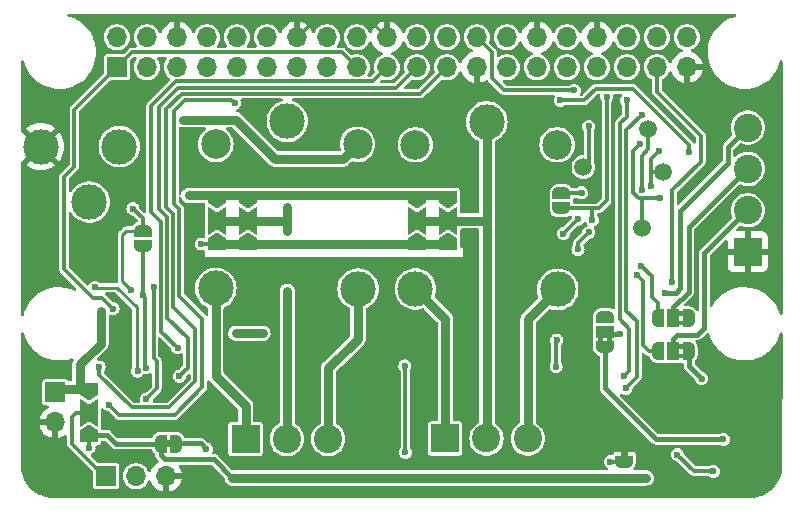
<source format=gbr>
%TF.GenerationSoftware,KiCad,Pcbnew,7.0.5*%
%TF.CreationDate,2024-01-24T13:57:34+02:00*%
%TF.ProjectId,Pi HAT,50692048-4154-42e6-9b69-6361645f7063,1.1.2*%
%TF.SameCoordinates,Original*%
%TF.FileFunction,Copper,L2,Bot*%
%TF.FilePolarity,Positive*%
%FSLAX46Y46*%
G04 Gerber Fmt 4.6, Leading zero omitted, Abs format (unit mm)*
G04 Created by KiCad (PCBNEW 7.0.5) date 2024-01-24 13:57:34*
%MOMM*%
%LPD*%
G01*
G04 APERTURE LIST*
G04 Aperture macros list*
%AMFreePoly0*
4,1,19,0.550000,-0.750000,0.000000,-0.750000,0.000000,-0.744911,-0.071157,-0.744911,-0.207708,-0.704816,-0.327430,-0.627875,-0.420627,-0.520320,-0.479746,-0.390866,-0.500000,-0.250000,-0.500000,0.250000,-0.479746,0.390866,-0.420627,0.520320,-0.327430,0.627875,-0.207708,0.704816,-0.071157,0.744911,0.000000,0.744911,0.000000,0.750000,0.550000,0.750000,0.550000,-0.750000,0.550000,-0.750000,
$1*%
%AMFreePoly1*
4,1,19,0.000000,0.744911,0.071157,0.744911,0.207708,0.704816,0.327430,0.627875,0.420627,0.520320,0.479746,0.390866,0.500000,0.250000,0.500000,-0.250000,0.479746,-0.390866,0.420627,-0.520320,0.327430,-0.627875,0.207708,-0.704816,0.071157,-0.744911,0.000000,-0.744911,0.000000,-0.750000,-0.550000,-0.750000,-0.550000,0.750000,0.000000,0.750000,0.000000,0.744911,0.000000,0.744911,
$1*%
%AMFreePoly2*
4,1,19,0.500000,-0.750000,0.000000,-0.750000,0.000000,-0.744911,-0.071157,-0.744911,-0.207708,-0.704816,-0.327430,-0.627875,-0.420627,-0.520320,-0.479746,-0.390866,-0.500000,-0.250000,-0.500000,0.250000,-0.479746,0.390866,-0.420627,0.520320,-0.327430,0.627875,-0.207708,0.704816,-0.071157,0.744911,0.000000,0.744911,0.000000,0.750000,0.500000,0.750000,0.500000,-0.750000,0.500000,-0.750000,
$1*%
%AMFreePoly3*
4,1,19,0.000000,0.744911,0.071157,0.744911,0.207708,0.704816,0.327430,0.627875,0.420627,0.520320,0.479746,0.390866,0.500000,0.250000,0.500000,-0.250000,0.479746,-0.390866,0.420627,-0.520320,0.327430,-0.627875,0.207708,-0.704816,0.071157,-0.744911,0.000000,-0.744911,0.000000,-0.750000,-0.500000,-0.750000,-0.500000,0.750000,0.000000,0.750000,0.000000,0.744911,0.000000,0.744911,
$1*%
%AMFreePoly4*
4,1,6,1.000000,0.000000,0.500000,-0.750000,-0.500000,-0.750000,-0.500000,0.750000,0.500000,0.750000,1.000000,0.000000,1.000000,0.000000,$1*%
%AMFreePoly5*
4,1,7,0.700000,0.000000,1.200000,-0.750000,-1.200000,-0.750000,-0.700000,0.000000,-1.200000,0.750000,1.200000,0.750000,0.700000,0.000000,0.700000,0.000000,$1*%
G04 Aperture macros list end*
%TA.AperFunction,ComponentPad*%
%ADD10R,2.400000X2.400000*%
%TD*%
%TA.AperFunction,ComponentPad*%
%ADD11C,2.400000*%
%TD*%
%TA.AperFunction,ComponentPad*%
%ADD12R,1.700000X1.700000*%
%TD*%
%TA.AperFunction,ComponentPad*%
%ADD13O,1.700000X1.700000*%
%TD*%
%TA.AperFunction,ComponentPad*%
%ADD14C,3.000000*%
%TD*%
%TA.AperFunction,ComponentPad*%
%ADD15C,2.500000*%
%TD*%
%TA.AperFunction,SMDPad,CuDef*%
%ADD16FreePoly0,90.000000*%
%TD*%
%TA.AperFunction,SMDPad,CuDef*%
%ADD17R,1.500000X1.000000*%
%TD*%
%TA.AperFunction,SMDPad,CuDef*%
%ADD18FreePoly1,90.000000*%
%TD*%
%TA.AperFunction,SMDPad,CuDef*%
%ADD19C,1.500000*%
%TD*%
%TA.AperFunction,SMDPad,CuDef*%
%ADD20FreePoly2,270.000000*%
%TD*%
%TA.AperFunction,SMDPad,CuDef*%
%ADD21FreePoly3,270.000000*%
%TD*%
%TA.AperFunction,SMDPad,CuDef*%
%ADD22FreePoly4,270.000000*%
%TD*%
%TA.AperFunction,SMDPad,CuDef*%
%ADD23FreePoly5,270.000000*%
%TD*%
%TA.AperFunction,SMDPad,CuDef*%
%ADD24FreePoly4,90.000000*%
%TD*%
%TA.AperFunction,SMDPad,CuDef*%
%ADD25FreePoly2,0.000000*%
%TD*%
%TA.AperFunction,SMDPad,CuDef*%
%ADD26FreePoly3,0.000000*%
%TD*%
%TA.AperFunction,SMDPad,CuDef*%
%ADD27FreePoly0,180.000000*%
%TD*%
%TA.AperFunction,SMDPad,CuDef*%
%ADD28R,1.000000X1.500000*%
%TD*%
%TA.AperFunction,SMDPad,CuDef*%
%ADD29FreePoly1,180.000000*%
%TD*%
%TA.AperFunction,SMDPad,CuDef*%
%ADD30FreePoly5,90.000000*%
%TD*%
%TA.AperFunction,ViaPad*%
%ADD31C,0.600000*%
%TD*%
%TA.AperFunction,ViaPad*%
%ADD32C,0.700000*%
%TD*%
%TA.AperFunction,ViaPad*%
%ADD33C,0.800000*%
%TD*%
%TA.AperFunction,Conductor*%
%ADD34C,0.800000*%
%TD*%
%TA.AperFunction,Conductor*%
%ADD35C,0.400000*%
%TD*%
%TA.AperFunction,Conductor*%
%ADD36C,0.300000*%
%TD*%
%TA.AperFunction,Conductor*%
%ADD37C,0.250000*%
%TD*%
G04 APERTURE END LIST*
%TA.AperFunction,EtchedComponent*%
%TO.C,JP12*%
G36*
X167032500Y-119150000D02*
G01*
X166632500Y-119150000D01*
X166632500Y-118650000D01*
X167032500Y-118650000D01*
X167032500Y-119150000D01*
G37*
%TD.AperFunction*%
%TA.AperFunction,EtchedComponent*%
G36*
X167832500Y-119150000D02*
G01*
X167432500Y-119150000D01*
X167432500Y-118650000D01*
X167832500Y-118650000D01*
X167832500Y-119150000D01*
G37*
%TD.AperFunction*%
%TA.AperFunction,EtchedComponent*%
%TO.C,JP5*%
G36*
X130501200Y-128011200D02*
G01*
X130001200Y-128011200D01*
X130001200Y-127411200D01*
X130501200Y-127411200D01*
X130501200Y-128011200D01*
G37*
%TD.AperFunction*%
%TA.AperFunction,EtchedComponent*%
%TO.C,JP10*%
G36*
X169150000Y-128850000D02*
G01*
X168550000Y-128850000D01*
X168550000Y-128350000D01*
X169150000Y-128350000D01*
X169150000Y-128850000D01*
G37*
%TD.AperFunction*%
%TA.AperFunction,EtchedComponent*%
%TO.C,JP11*%
G36*
X173925000Y-120488000D02*
G01*
X173425000Y-120488000D01*
X173425000Y-120088000D01*
X173925000Y-120088000D01*
X173925000Y-120488000D01*
G37*
%TD.AperFunction*%
%TA.AperFunction,EtchedComponent*%
G36*
X173925000Y-119688000D02*
G01*
X173425000Y-119688000D01*
X173425000Y-119288000D01*
X173925000Y-119288000D01*
X173925000Y-119688000D01*
G37*
%TD.AperFunction*%
%TA.AperFunction,EtchedComponent*%
%TO.C,JP9*%
G36*
X173925000Y-117694000D02*
G01*
X173425000Y-117694000D01*
X173425000Y-117294000D01*
X173925000Y-117294000D01*
X173925000Y-117694000D01*
G37*
%TD.AperFunction*%
%TA.AperFunction,EtchedComponent*%
G36*
X173925000Y-116894000D02*
G01*
X173425000Y-116894000D01*
X173425000Y-116494000D01*
X173925000Y-116494000D01*
X173925000Y-116894000D01*
G37*
%TD.AperFunction*%
%TD*%
D10*
%TO.P,J1,1,Pin_1*%
%TO.N,GND*%
X179324000Y-111450000D03*
D11*
%TO.P,J1,2,Pin_2*%
%TO.N,/S-*%
X179324000Y-107950000D03*
%TO.P,J1,3,Pin_3*%
%TO.N,/S+*%
X179324000Y-104450000D03*
%TO.P,J1,4,Pin_4*%
%TO.N,/LOAD_CELL_EXC*%
X179324000Y-100950000D03*
%TD*%
D12*
%TO.P,J9,1,Pin_1*%
%TO.N,Net-(J9-Pin_1)*%
X124985000Y-130460000D03*
D13*
%TO.P,J9,2,Pin_2*%
%TO.N,/Power Monitor/IN0*%
X127525000Y-130460000D03*
%TO.P,J9,3,Pin_3*%
%TO.N,GND*%
X130065000Y-130460000D03*
%TD*%
D14*
%TO.P,K1,1*%
%TO.N,/Relays/COM2*%
X140332000Y-100424605D03*
D15*
%TO.P,K1,2*%
%TO.N,Net-(D2-A)*%
X134282000Y-102374605D03*
D14*
%TO.P,K1,3*%
%TO.N,/Relays/NO2*%
X134282000Y-114574605D03*
%TO.P,K1,4*%
%TO.N,/Relays/NC2*%
X146332000Y-114624605D03*
D15*
%TO.P,K1,5*%
%TO.N,+5V*%
X146282000Y-102374605D03*
%TD*%
D14*
%TO.P,K2,1*%
%TO.N,/Relays/COM1*%
X157232000Y-100457000D03*
D15*
%TO.P,K2,2*%
%TO.N,Net-(D1-A)*%
X151182000Y-102407000D03*
D14*
%TO.P,K2,3*%
%TO.N,/Relays/NO1*%
X151182000Y-114607000D03*
%TO.P,K2,4*%
%TO.N,/Relays/NC1*%
X163232000Y-114657000D03*
D15*
%TO.P,K2,5*%
%TO.N,+5V*%
X163182000Y-102407000D03*
%TD*%
D12*
%TO.P,J11,1,Pin_1*%
%TO.N,/Power Monitor/Batt_Sensed*%
X120700000Y-123375000D03*
D13*
%TO.P,J11,2,Pin_2*%
%TO.N,GND*%
X120700000Y-125915000D03*
%TD*%
D10*
%TO.P,J5,1,Pin_1*%
%TO.N,/Relays/NO1*%
X153700000Y-127275000D03*
D11*
%TO.P,J5,2,Pin_2*%
%TO.N,/Relays/COM1*%
X157200000Y-127275000D03*
%TO.P,J5,3,Pin_3*%
%TO.N,/Relays/NC1*%
X160700000Y-127275000D03*
%TD*%
D10*
%TO.P,J6,1,Pin_1*%
%TO.N,/Relays/NO2*%
X136800000Y-127315000D03*
D11*
%TO.P,J6,2,Pin_2*%
%TO.N,/Relays/COM2*%
X140300000Y-127315000D03*
%TO.P,J6,3,Pin_3*%
%TO.N,/Relays/NC2*%
X143800000Y-127315000D03*
%TD*%
D14*
%TO.P,J4,1*%
%TO.N,+BATT*%
X126111000Y-102558000D03*
%TO.P,J4,2*%
%TO.N,GND*%
X119461000Y-102558000D03*
%TO.P,J4,3*%
%TO.N,N/C*%
X123561000Y-107258000D03*
%TD*%
D16*
%TO.P,JP12,1,A*%
%TO.N,/EXC+*%
X167232500Y-119550000D03*
D17*
%TO.P,JP12,2,C*%
%TO.N,/LOAD_CELL_EXC*%
X167232500Y-118250000D03*
D18*
%TO.P,JP12,3,B*%
%TO.N,/LOAD_CELL_PWR*%
X167232500Y-116950000D03*
%TD*%
D19*
%TO.P,TP7,1,1*%
%TO.N,/Instumentaional Amp/SPI_MOSI_BUFF*%
X170383200Y-109474000D03*
%TD*%
D20*
%TO.P,JP8,1,A*%
%TO.N,Net-(JP8-A)*%
X163550000Y-106500000D03*
D21*
%TO.P,JP8,2,B*%
%TO.N,/GPIO13*%
X163550000Y-107800000D03*
%TD*%
D19*
%TO.P,TP6,1,1*%
%TO.N,/GPIO7_SPI_CE1_N*%
X170891200Y-101041200D03*
%TD*%
D22*
%TO.P,JP3,1,A*%
%TO.N,/Power Monitor/Batt_Sensed*%
X151327500Y-106850000D03*
D23*
%TO.P,JP3,2,C*%
%TO.N,/Relays/COM1*%
X151327500Y-108850000D03*
D24*
%TO.P,JP3,3,B*%
%TO.N,+5V*%
X151327500Y-110850000D03*
%TD*%
D25*
%TO.P,JP5,1,A*%
%TO.N,+5V*%
X129601200Y-127711200D03*
D26*
%TO.P,JP5,2,B*%
%TO.N,Net-(JP5-B)*%
X130901200Y-127711200D03*
%TD*%
D20*
%TO.P,JP10,1,A*%
%TO.N,GND*%
X168850000Y-127950000D03*
D21*
%TO.P,JP10,2,B*%
%TO.N,Net-(JP10-B)*%
X168850000Y-129250000D03*
%TD*%
D22*
%TO.P,JP1,1,A*%
%TO.N,/Power Monitor/Batt_Sensed*%
X153984000Y-106839000D03*
D23*
%TO.P,JP1,2,C*%
%TO.N,/Relays/COM1*%
X153984000Y-108839000D03*
D24*
%TO.P,JP1,3,B*%
%TO.N,+5V*%
X153984000Y-110839000D03*
%TD*%
D19*
%TO.P,TP8,1,1*%
%TO.N,/Instumentaional Amp/SPI_MISO_BUFF*%
X172110400Y-104749600D03*
%TD*%
D12*
%TO.P,J7,1,Pin_1*%
%TO.N,+3.3V*%
X125902000Y-95838000D03*
D13*
%TO.P,J7,2,Pin_2*%
%TO.N,+5V*%
X125902000Y-93298000D03*
%TO.P,J7,3,Pin_3*%
%TO.N,/GPIO2_SDA1*%
X128442000Y-95838000D03*
%TO.P,J7,4,Pin_4*%
%TO.N,+5V*%
X128442000Y-93298000D03*
%TO.P,J7,5,Pin_5*%
%TO.N,/GPIO3_SCL1*%
X130982000Y-95838000D03*
%TO.P,J7,6,Pin_6*%
%TO.N,GND*%
X130982000Y-93298000D03*
%TO.P,J7,7,Pin_7*%
%TO.N,/GPIO4_GPIO_4*%
X133522000Y-95838000D03*
%TO.P,J7,8,Pin_8*%
%TO.N,/GPIO14_TXD0*%
X133522000Y-93298000D03*
%TO.P,J7,9,Pin_9*%
%TO.N,GND*%
X136062000Y-95838000D03*
%TO.P,J7,10,Pin_10*%
%TO.N,/GPIO15_RXD0*%
X136062000Y-93298000D03*
%TO.P,J7,11,Pin_11*%
%TO.N,/GPIO17_GEN0*%
X138602000Y-95838000D03*
%TO.P,J7,12,Pin_12*%
%TO.N,/GPIO18_GEN1*%
X138602000Y-93298000D03*
%TO.P,J7,13,Pin_13*%
%TO.N,/GPIO27_GEN2*%
X141142000Y-95838000D03*
%TO.P,J7,14,Pin_14*%
%TO.N,GND*%
X141142000Y-93298000D03*
%TO.P,J7,15,Pin_15*%
%TO.N,/GPIO22_GEN3*%
X143682000Y-95838000D03*
%TO.P,J7,16,Pin_16*%
%TO.N,/GPIO23_GEN4*%
X143682000Y-93298000D03*
%TO.P,J7,17,Pin_17*%
%TO.N,+3.3V*%
X146222000Y-95838000D03*
%TO.P,J7,18,Pin_18*%
%TO.N,/GPIO24_GEN5*%
X146222000Y-93298000D03*
%TO.P,J7,19,Pin_19*%
%TO.N,/GPIO10_SPI_MOSI*%
X148762000Y-95838000D03*
%TO.P,J7,20,Pin_20*%
%TO.N,GND*%
X148762000Y-93298000D03*
%TO.P,J7,21,Pin_21*%
%TO.N,/GPIO9_SPI_MISO*%
X151302000Y-95838000D03*
%TO.P,J7,22,Pin_22*%
%TO.N,/GPIO25_GEN6*%
X151302000Y-93298000D03*
%TO.P,J7,23,Pin_23*%
%TO.N,/GPIO11_SPI_SCLK*%
X153842000Y-95838000D03*
%TO.P,J7,24,Pin_24*%
%TO.N,/GPIO8_SPI_CE0_N*%
X153842000Y-93298000D03*
%TO.P,J7,25,Pin_25*%
%TO.N,GND*%
X156382000Y-95838000D03*
%TO.P,J7,26,Pin_26*%
%TO.N,/GPIO7_SPI_CE1_N*%
X156382000Y-93298000D03*
%TO.P,J7,27,Pin_27*%
%TO.N,/ID_SD*%
X158922000Y-95838000D03*
%TO.P,J7,28,Pin_28*%
%TO.N,/ID_SC*%
X158922000Y-93298000D03*
%TO.P,J7,29,Pin_29*%
%TO.N,/GPIO5*%
X161462000Y-95838000D03*
%TO.P,J7,30,Pin_30*%
%TO.N,GND*%
X161462000Y-93298000D03*
%TO.P,J7,31,Pin_31*%
%TO.N,/GPIO6*%
X164002000Y-95838000D03*
%TO.P,J7,32,Pin_32*%
%TO.N,/GPIO12*%
X164002000Y-93298000D03*
%TO.P,J7,33,Pin_33*%
%TO.N,/GPIO13*%
X166542000Y-95838000D03*
%TO.P,J7,34,Pin_34*%
%TO.N,GND*%
X166542000Y-93298000D03*
%TO.P,J7,35,Pin_35*%
%TO.N,/GPIO19_SPI_MISO*%
X169082000Y-95838000D03*
%TO.P,J7,36,Pin_36*%
%TO.N,/GPIO16*%
X169082000Y-93298000D03*
%TO.P,J7,37,Pin_37*%
%TO.N,/GPIO26*%
X171622000Y-95838000D03*
%TO.P,J7,38,Pin_38*%
%TO.N,/GPIO20_SPI_MOSI*%
X171622000Y-93298000D03*
%TO.P,J7,39,Pin_39*%
%TO.N,GND*%
X174162000Y-95838000D03*
%TO.P,J7,40,Pin_40*%
%TO.N,/GPIO21_SPI_SCLK*%
X174162000Y-93298000D03*
%TD*%
D27*
%TO.P,JP11,1,A*%
%TO.N,/INA-*%
X174325000Y-119888000D03*
D28*
%TO.P,JP11,2,C*%
%TO.N,/S-*%
X173025000Y-119888000D03*
D29*
%TO.P,JP11,3,B*%
%TO.N,/AIN1-*%
X171725000Y-119888000D03*
%TD*%
D24*
%TO.P,JP7,1,A*%
%TO.N,+5V*%
X123550000Y-127100000D03*
D30*
%TO.P,JP7,2,C*%
%TO.N,Net-(J9-Pin_1)*%
X123550000Y-125100000D03*
D22*
%TO.P,JP7,3,B*%
%TO.N,/Power Monitor/Batt_Sensed*%
X123550000Y-123100000D03*
%TD*%
D27*
%TO.P,JP9,1,A*%
%TO.N,/INA+*%
X174325000Y-117094000D03*
D28*
%TO.P,JP9,2,C*%
%TO.N,/S+*%
X173025000Y-117094000D03*
D29*
%TO.P,JP9,3,B*%
%TO.N,/AIN1+*%
X171725000Y-117094000D03*
%TD*%
D22*
%TO.P,JP2,1,A*%
%TO.N,/Power Monitor/Batt_Sensed*%
X137050000Y-106830000D03*
D23*
%TO.P,JP2,2,C*%
%TO.N,/Relays/COM2*%
X137050000Y-108830000D03*
D24*
%TO.P,JP2,3,B*%
%TO.N,+5V*%
X137050000Y-110830000D03*
%TD*%
D19*
%TO.P,TP5,1,1*%
%TO.N,/Instumentaional Amp/SPI_SCL_BUFF*%
X165404800Y-104292400D03*
%TD*%
D22*
%TO.P,JP4,1,A*%
%TO.N,/Power Monitor/Batt_Sensed*%
X134366000Y-106839000D03*
D23*
%TO.P,JP4,2,C*%
%TO.N,/Relays/COM2*%
X134366000Y-108839000D03*
D24*
%TO.P,JP4,3,B*%
%TO.N,+5V*%
X134366000Y-110839000D03*
%TD*%
D20*
%TO.P,JP6,1,A*%
%TO.N,Net-(JP6-A)*%
X128100000Y-109700000D03*
D21*
%TO.P,JP6,2,B*%
%TO.N,/Power Monitor/ADC6*%
X128100000Y-111000000D03*
%TD*%
D31*
%TO.N,+5V*%
X136550400Y-130606800D03*
X135686800Y-130606800D03*
X133050000Y-110800000D03*
X138264000Y-118364000D03*
X170738800Y-130606800D03*
X135979500Y-118370500D03*
X137363200Y-130606800D03*
X144660000Y-110860000D03*
X123550000Y-128060000D03*
X132500000Y-100290000D03*
X131530000Y-100280000D03*
X153850000Y-130600000D03*
X133450000Y-100280000D03*
X152450000Y-130600000D03*
%TO.N,GND*%
X181508400Y-127382401D03*
X180600000Y-121400000D03*
X180340000Y-128284800D03*
X145400000Y-100600000D03*
X181508400Y-128284800D03*
X162000000Y-110500000D03*
X141122400Y-131724400D03*
X119226000Y-113487200D03*
X124360000Y-104240000D03*
X124360000Y-100920000D03*
X160750000Y-111750000D03*
D32*
X119989600Y-99850000D03*
D31*
X144200000Y-99600000D03*
D33*
X159250000Y-118650000D03*
D31*
X161750000Y-100750000D03*
X142750000Y-99600000D03*
X145600000Y-99600000D03*
X160750000Y-110500000D03*
X159500000Y-114250000D03*
D32*
X121200000Y-100200000D03*
D31*
X134831200Y-131724400D03*
X163492000Y-117300000D03*
X125700000Y-128970000D03*
D32*
X119012000Y-130536800D03*
D31*
X178600000Y-127000000D03*
X144000000Y-101600000D03*
X155700000Y-112750000D03*
X180340000Y-123838400D03*
X163250000Y-111750000D03*
D33*
X162050000Y-122350000D03*
D31*
X137527600Y-131724400D03*
X180340000Y-122936000D03*
X176900000Y-108550000D03*
X181508400Y-129227200D03*
D33*
X159600000Y-122850000D03*
D32*
X119989600Y-105250000D03*
D31*
X180340000Y-126530799D03*
X165227000Y-102550000D03*
X164592000Y-117300000D03*
D33*
X173482000Y-131445000D03*
D31*
X126659266Y-121815734D03*
X164050000Y-124650000D03*
X180340000Y-129227200D03*
X164050000Y-122250000D03*
X160000000Y-109250000D03*
X177800000Y-121400000D03*
D32*
X133451600Y-131724400D03*
D31*
X160250000Y-105250000D03*
X136676000Y-131724400D03*
X181508400Y-124780801D03*
X143000000Y-100600000D03*
X180340000Y-124780801D03*
X181508400Y-126530799D03*
X155700000Y-114750000D03*
X136030000Y-116128800D03*
D32*
X118600000Y-105250000D03*
X118500000Y-99850000D03*
D33*
X155600000Y-117650000D03*
D31*
X176150000Y-109250000D03*
X159500000Y-111750000D03*
X164050000Y-125850000D03*
X161750000Y-105250000D03*
X164250000Y-105150000D03*
D32*
X119012000Y-129336800D03*
D31*
X164050000Y-123450000D03*
D32*
X132251600Y-131724400D03*
X121412000Y-130536800D03*
D31*
X160750000Y-114250000D03*
X123400000Y-112300000D03*
D32*
X120212000Y-130536800D03*
D31*
X160250000Y-100750000D03*
X176400000Y-121400000D03*
X136030000Y-117050000D03*
X142800000Y-101600000D03*
X139277600Y-131724400D03*
X144200000Y-100600000D03*
X160750000Y-113000000D03*
D32*
X120212000Y-129336800D03*
D31*
X161250000Y-102250000D03*
X130000000Y-120150000D03*
X159500000Y-115250000D03*
X179200000Y-121400000D03*
X138430000Y-131724400D03*
X155700000Y-106750000D03*
X160250000Y-103750000D03*
D32*
X133451600Y-130524400D03*
D33*
X152450000Y-123200000D03*
D31*
X124800000Y-129000000D03*
X159500000Y-110500000D03*
X159500000Y-113000000D03*
X180340000Y-125628400D03*
X181508400Y-125628400D03*
X118262400Y-113487200D03*
X181508400Y-123838400D03*
X140220000Y-131724400D03*
X164050000Y-127050000D03*
X181508400Y-122936000D03*
X135773600Y-131724400D03*
X119226000Y-114371200D03*
D33*
X152300000Y-120750000D03*
D31*
X176850000Y-112200000D03*
X118262400Y-114371200D03*
X161250000Y-103750000D03*
X162000000Y-111750000D03*
X155700000Y-110750000D03*
D32*
X121412000Y-129336800D03*
D31*
X124200000Y-92000000D03*
D32*
X132251600Y-130524400D03*
D31*
X180340000Y-127382401D03*
X160250000Y-102250000D03*
%TO.N,/GPIO5*%
X150290000Y-121130000D03*
X150330000Y-128460000D03*
%TO.N,/GPIO26*%
X172925000Y-114046000D03*
%TO.N,+3.3V*%
X163704209Y-109934874D03*
X163150000Y-118950000D03*
X164950000Y-108700000D03*
X163100000Y-121200000D03*
X125580000Y-116290000D03*
%TO.N,Net-(IC1-VBIAS)*%
X164947600Y-111252000D03*
X165862000Y-109829600D03*
%TO.N,/Instumentaional Amp/SPI_SCL_BUFF*%
X165862000Y-100838000D03*
X165404800Y-104292400D03*
%TO.N,/EXC+*%
X177250000Y-127350000D03*
%TO.N,/LOAD_CELL_PWR*%
X167232500Y-117072250D03*
%TO.N,/Relays/COM2*%
X140332000Y-107700000D03*
X140335000Y-114808000D03*
X140332000Y-109750000D03*
X140332000Y-108830000D03*
X140335000Y-115697000D03*
X140338000Y-116620000D03*
%TO.N,/AIN1+*%
X170307000Y-112649000D03*
%TO.N,/AIN1-*%
X169925000Y-113411000D03*
%TO.N,/Power Monitor/ADC0*%
X128400000Y-123924500D03*
X129010000Y-114490000D03*
%TO.N,/Power Monitor/ADC7*%
X127660000Y-121575500D03*
X124050000Y-114480000D03*
%TO.N,/Power Monitor/ADC6*%
X128150000Y-115160000D03*
X128400511Y-121270000D03*
%TO.N,/GPIO10_SPI_MOSI*%
X131050000Y-119600000D03*
%TO.N,/GPIO9_SPI_MISO*%
X131200000Y-122000000D03*
X163450000Y-98650000D03*
X174381500Y-102997000D03*
%TO.N,/GPIO11_SPI_SCLK*%
X124405300Y-121230000D03*
%TO.N,/GPIO8_SPI_CE0_N*%
X135880000Y-98890000D03*
X125200000Y-124400000D03*
%TO.N,/GPIO7_SPI_CE1_N*%
X170326511Y-106228689D03*
X170891200Y-101041200D03*
X164625000Y-97800000D03*
%TO.N,/GPIO13*%
X166166800Y-108762800D03*
X167375000Y-98337900D03*
%TO.N,/GPIO19_SPI_MISO*%
X168850000Y-121975000D03*
X169082000Y-98653600D03*
%TO.N,/Instumentaional Amp/SPI_MOSI_BUFF*%
X171856400Y-106934000D03*
X170180000Y-102362000D03*
%TO.N,/Instumentaional Amp/SPI_MISO_BUFF*%
X171780200Y-102946200D03*
X171094400Y-105867200D03*
%TO.N,/LOAD_CELL_EXC*%
X168529000Y-118406499D03*
X172275500Y-114935000D03*
%TO.N,/GPIO16*%
X170350000Y-99900000D03*
X169000000Y-123025000D03*
%TO.N,Net-(JP5-B)*%
X133480000Y-128180000D03*
%TO.N,/Power Monitor/Batt_Sensed*%
X124560000Y-118440000D03*
X133100000Y-106700000D03*
X124560000Y-117510000D03*
X124560000Y-116510000D03*
X132000000Y-106700000D03*
%TO.N,Net-(JP6-A)*%
X127145000Y-114685000D03*
X127260000Y-107820000D03*
%TO.N,Net-(JP8-A)*%
X165252400Y-106476800D03*
%TO.N,/INA+*%
X174325000Y-117094000D03*
%TO.N,Net-(JP10-B)*%
X167700000Y-129250000D03*
%TO.N,/INA-*%
X175425000Y-122200000D03*
%TO.N,Net-(Q4-B)*%
X173363546Y-128642454D03*
X176403000Y-130048000D03*
%TD*%
D34*
%TO.N,+5V*%
X144751000Y-110839000D02*
X136966000Y-110839000D01*
D35*
X125095000Y-127000000D02*
X125806200Y-127711200D01*
X130000000Y-129050000D02*
X134130000Y-129050000D01*
X129601200Y-127711200D02*
X129601200Y-128651200D01*
D34*
X134366000Y-110839000D02*
X136966000Y-110839000D01*
D35*
X134130000Y-129050000D02*
X135686800Y-130606800D01*
X123650000Y-127000000D02*
X125095000Y-127000000D01*
D36*
X123550000Y-127100000D02*
X123650000Y-127000000D01*
D34*
X151327500Y-110850000D02*
X144762000Y-110850000D01*
D36*
X133050000Y-110800000D02*
X133089000Y-110839000D01*
D35*
X135979500Y-118370500D02*
X135986000Y-118364000D01*
D34*
X145032001Y-103624604D02*
X146282000Y-102374605D01*
X135970000Y-100280000D02*
X139314604Y-103624604D01*
X139314604Y-103624604D02*
X145032001Y-103624604D01*
D36*
X123550000Y-128060000D02*
X123550000Y-127100000D01*
D34*
X151384000Y-110839000D02*
X153984000Y-110839000D01*
D35*
X129601200Y-128651200D02*
X130000000Y-129050000D01*
D34*
X135986000Y-118364000D02*
X138264000Y-118364000D01*
D35*
X125806200Y-127711200D02*
X129601200Y-127711200D01*
D34*
X131530000Y-100280000D02*
X135970000Y-100280000D01*
D36*
X133089000Y-110839000D02*
X134366000Y-110839000D01*
D34*
X135686800Y-130606800D02*
X170738800Y-130606800D01*
D37*
%TO.N,GND*%
X141142000Y-93298000D02*
X142550000Y-91890000D01*
X147354000Y-91890000D02*
X148762000Y-93298000D01*
X142550000Y-91890000D02*
X147354000Y-91890000D01*
D36*
%TO.N,/GPIO5*%
X150330000Y-128460000D02*
X150340000Y-128450000D01*
X150340000Y-128450000D02*
X150340000Y-121180000D01*
X150340000Y-121180000D02*
X150290000Y-121130000D01*
%TO.N,/GPIO26*%
X172925000Y-106271800D02*
X175361600Y-103835200D01*
X172925000Y-114046000D02*
X172925000Y-106271800D01*
X171622000Y-97911200D02*
X171622000Y-95838000D01*
X175361600Y-103835200D02*
X175361600Y-101650800D01*
X175361600Y-101650800D02*
X171622000Y-97911200D01*
%TO.N,+3.3V*%
X122301000Y-104267000D02*
X121412000Y-105156000D01*
X125902000Y-95838000D02*
X122301000Y-99439000D01*
X127160000Y-94580000D02*
X144964000Y-94580000D01*
X163150000Y-118950000D02*
X163100000Y-119000000D01*
X164939083Y-108700000D02*
X163704209Y-109934874D01*
X144964000Y-94580000D02*
X146222000Y-95838000D01*
X122301000Y-99439000D02*
X122301000Y-104267000D01*
X121412000Y-112942000D02*
X123850000Y-115380000D01*
X124670000Y-115380000D02*
X125580000Y-116290000D01*
X121412000Y-105156000D02*
X121412000Y-112942000D01*
X164950000Y-108700000D02*
X164939083Y-108700000D01*
X163100000Y-119000000D02*
X163100000Y-121200000D01*
X125902000Y-95838000D02*
X127160000Y-94580000D01*
X123850000Y-115380000D02*
X124670000Y-115380000D01*
%TO.N,Net-(IC1-VBIAS)*%
X164947600Y-111252000D02*
X164947600Y-110744000D01*
X164947600Y-110744000D02*
X165862000Y-109829600D01*
%TO.N,/Instumentaional Amp/SPI_SCL_BUFF*%
X165900000Y-100876000D02*
X165900000Y-103797200D01*
X165862000Y-100838000D02*
X165900000Y-100876000D01*
X165900000Y-103797200D02*
X165404800Y-104292400D01*
D35*
%TO.N,/EXC+*%
X167259000Y-123034000D02*
X167259000Y-119576500D01*
X177250000Y-127350000D02*
X171575000Y-127350000D01*
X167259000Y-119576500D02*
X167232500Y-119550000D01*
X171575000Y-127350000D02*
X167259000Y-123034000D01*
D34*
%TO.N,/Relays/NO1*%
X153726000Y-127249000D02*
X153700000Y-127275000D01*
X153726000Y-117151000D02*
X153726000Y-127249000D01*
X151182000Y-114607000D02*
X153726000Y-117151000D01*
%TO.N,/Relays/COM1*%
X157221000Y-108839000D02*
X157232000Y-108850000D01*
X157232000Y-108850000D02*
X157232000Y-127239000D01*
X151327500Y-108850000D02*
X153973000Y-108850000D01*
X157232000Y-100457000D02*
X157232000Y-108850000D01*
X153973000Y-108850000D02*
X153984000Y-108839000D01*
X153984000Y-108839000D02*
X157221000Y-108839000D01*
X157232000Y-127239000D02*
X157226000Y-127245000D01*
%TO.N,/Relays/NC1*%
X163232000Y-114657000D02*
X160726000Y-117163000D01*
X160726000Y-117163000D02*
X160726000Y-127245000D01*
%TO.N,/Relays/NO2*%
X134282000Y-114574605D02*
X134282000Y-121982000D01*
X136804400Y-124504400D02*
X136804400Y-127304800D01*
X134282000Y-121982000D02*
X136804400Y-124504400D01*
%TO.N,/Relays/COM2*%
X136966000Y-108839000D02*
X134366000Y-108839000D01*
X140332000Y-108798000D02*
X140332000Y-109718000D01*
X140280000Y-108830000D02*
X137050000Y-108830000D01*
X140335000Y-114808000D02*
X140332000Y-114811000D01*
X140332000Y-108830000D02*
X140332000Y-107700000D01*
X140332000Y-114811000D02*
X140332000Y-127277200D01*
%TO.N,/Relays/NC2*%
X143804400Y-127304800D02*
X143804400Y-121345600D01*
X146332000Y-118818000D02*
X146332000Y-114624605D01*
X143804400Y-121345600D02*
X146332000Y-118818000D01*
D36*
%TO.N,/AIN1+*%
X171196000Y-115316000D02*
X171725000Y-115845000D01*
X171725000Y-115845000D02*
X171725000Y-117094000D01*
X170307000Y-112649000D02*
X171196000Y-113538000D01*
X171196000Y-113538000D02*
X171196000Y-115316000D01*
%TO.N,/AIN1-*%
X170942000Y-119888000D02*
X171725000Y-119888000D01*
X169925000Y-113411000D02*
X170450000Y-113936000D01*
X170450000Y-113936000D02*
X170450000Y-119396000D01*
X170450000Y-119396000D02*
X170942000Y-119888000D01*
%TO.N,/Power Monitor/ADC0*%
X129286000Y-123038500D02*
X129286000Y-120746000D01*
X129286000Y-120746000D02*
X129025011Y-120485011D01*
X128400000Y-123924500D02*
X129286000Y-123038500D01*
D37*
X129025011Y-120485011D02*
X129010000Y-120470000D01*
D36*
X129010000Y-114490000D02*
X129010000Y-120470000D01*
D37*
%TO.N,/Power Monitor/ADC7*%
X125900000Y-114500000D02*
X124070000Y-114500000D01*
X127581318Y-121496818D02*
X127581318Y-116181318D01*
X124070000Y-114500000D02*
X124050000Y-114480000D01*
X127581318Y-116181318D02*
X125900000Y-114500000D01*
X127660000Y-121575500D02*
X127581318Y-121496818D01*
D36*
%TO.N,/Power Monitor/ADC6*%
X128330000Y-121199489D02*
X128400511Y-121270000D01*
X128150000Y-115160000D02*
X128100000Y-115110000D01*
X128150000Y-115160000D02*
X128330000Y-115340000D01*
X128330000Y-115340000D02*
X128330000Y-121199489D01*
X128100000Y-115110000D02*
X128100000Y-111000000D01*
%TO.N,/GPIO10_SPI_MOSI*%
X128810000Y-99140000D02*
X130912489Y-97037511D01*
X129680000Y-108980000D02*
X128810000Y-108110000D01*
X131050000Y-119600000D02*
X129680000Y-118230000D01*
X128810000Y-108110000D02*
X128810000Y-99140000D01*
X129680000Y-118230000D02*
X129680000Y-108980000D01*
X130912489Y-97037511D02*
X147562489Y-97037511D01*
X147562489Y-97037511D02*
X148762000Y-95838000D01*
%TO.N,/GPIO9_SPI_MISO*%
X130179520Y-117069550D02*
X130179520Y-108559520D01*
X165475000Y-98650000D02*
X163450000Y-98650000D01*
X129440000Y-99216429D02*
X131065949Y-97590480D01*
X166436600Y-97688400D02*
X165475000Y-98650000D01*
X131900000Y-121300000D02*
X131900000Y-118790030D01*
X174381500Y-102448700D02*
X169621200Y-97688400D01*
X149549520Y-97590480D02*
X151302000Y-95838000D01*
X174381500Y-102997000D02*
X174381500Y-102448700D01*
X131065949Y-97590480D02*
X149549520Y-97590480D01*
X130179520Y-108559520D02*
X129440000Y-107820000D01*
X131900000Y-118790030D02*
X130179520Y-117069550D01*
X169621200Y-97688400D02*
X166436600Y-97688400D01*
X129440000Y-107820000D02*
X129440000Y-99216429D01*
X131200000Y-122000000D02*
X131900000Y-121300000D01*
%TO.N,/GPIO11_SPI_SCLK*%
X124405300Y-121905300D02*
X127150000Y-124650000D01*
X151590000Y-98090000D02*
X153842000Y-95838000D01*
X131380000Y-98090000D02*
X151590000Y-98090000D01*
X132550000Y-118000000D02*
X130680000Y-116130000D01*
X130680000Y-108270000D02*
X130100000Y-107690000D01*
X132550000Y-122450000D02*
X132550000Y-118000000D01*
X130100000Y-99370000D02*
X131380000Y-98090000D01*
X130350000Y-124650000D02*
X132550000Y-122450000D01*
X130100000Y-107690000D02*
X130100000Y-99370000D01*
X130680000Y-116130000D02*
X130680000Y-108270000D01*
X124405300Y-121230000D02*
X124405300Y-121905300D01*
X127150000Y-124650000D02*
X130350000Y-124650000D01*
%TO.N,/GPIO8_SPI_CE0_N*%
X130800000Y-125300000D02*
X133150000Y-122950000D01*
X131180000Y-115180000D02*
X131180000Y-107858928D01*
X125200000Y-124400000D02*
X126100000Y-125300000D01*
X133150000Y-117150000D02*
X131180000Y-115180000D01*
X131649906Y-98600094D02*
X135590094Y-98600094D01*
X130724520Y-107403448D02*
X130724520Y-99525480D01*
X133150000Y-122950000D02*
X133150000Y-117150000D01*
X126100000Y-125300000D02*
X130800000Y-125300000D01*
X131180000Y-107858928D02*
X130724520Y-107403448D01*
X135590094Y-98600094D02*
X135880000Y-98890000D01*
X130724520Y-99525480D02*
X131649906Y-98600094D01*
%TO.N,/GPIO7_SPI_CE1_N*%
X170891200Y-101041200D02*
X170891200Y-102808800D01*
X170891200Y-102808800D02*
X170326511Y-103373489D01*
X157650000Y-96725000D02*
X157650000Y-94566000D01*
X164625000Y-97800000D02*
X158725000Y-97800000D01*
X158725000Y-97800000D02*
X157650000Y-96725000D01*
X170326511Y-103373489D02*
X170326511Y-106228689D01*
X157650000Y-94566000D02*
X156382000Y-93298000D01*
%TO.N,/GPIO13*%
X166700000Y-107800000D02*
X167375000Y-107125000D01*
X167375000Y-107125000D02*
X167375000Y-98337900D01*
X166150000Y-107800000D02*
X166700000Y-107800000D01*
X166166800Y-107816800D02*
X166150000Y-107800000D01*
X163550000Y-107800000D02*
X166150000Y-107800000D01*
X166166800Y-108762800D02*
X166166800Y-107816800D01*
%TO.N,/GPIO19_SPI_MISO*%
X169291000Y-117973106D02*
X169291000Y-121534000D01*
X168500000Y-117182106D02*
X169291000Y-117973106D01*
X169082000Y-98653600D02*
X169082000Y-100018000D01*
X169291000Y-121534000D02*
X168850000Y-121975000D01*
X168500000Y-100600000D02*
X168500000Y-117182106D01*
X169082000Y-100018000D02*
X168500000Y-100600000D01*
%TO.N,/Instumentaional Amp/SPI_MOSI_BUFF*%
X170180000Y-102362000D02*
X169625000Y-102917000D01*
X170383200Y-109474000D02*
X170383200Y-106934000D01*
X169625000Y-102917000D02*
X169625000Y-106480600D01*
X169625000Y-106480600D02*
X170078400Y-106934000D01*
X170383200Y-106934000D02*
X171856400Y-106934000D01*
X170078400Y-106934000D02*
X170383200Y-106934000D01*
%TO.N,/Instumentaional Amp/SPI_MISO_BUFF*%
X171094400Y-103632000D02*
X171094400Y-104749600D01*
X171094400Y-104749600D02*
X171094400Y-105867200D01*
X171780200Y-102946200D02*
X171094400Y-103632000D01*
X172110400Y-104749600D02*
X171094400Y-104749600D01*
D35*
%TO.N,/LOAD_CELL_EXC*%
X177647600Y-102626400D02*
X179324000Y-100950000D01*
X168529000Y-118406499D02*
X167388999Y-118406499D01*
X167388999Y-118406499D02*
X167232500Y-118250000D01*
X177647600Y-103987600D02*
X177647600Y-102626400D01*
X173625000Y-108010200D02*
X177647600Y-103987600D01*
X173625000Y-114538000D02*
X173625000Y-108010200D01*
X173228000Y-114935000D02*
X173625000Y-114538000D01*
X172275500Y-114935000D02*
X173228000Y-114935000D01*
%TO.N,/S+*%
X174325000Y-114854000D02*
X173025000Y-116154000D01*
X179324000Y-104450000D02*
X179268000Y-104450000D01*
X174325000Y-109393000D02*
X174325000Y-114854000D01*
X173025000Y-116154000D02*
X173025000Y-117094000D01*
X179268000Y-104450000D02*
X174325000Y-109393000D01*
%TO.N,/S-*%
X179300000Y-107950000D02*
X175641000Y-111609000D01*
X179324000Y-107950000D02*
X179300000Y-107950000D01*
X173355000Y-118491000D02*
X173025000Y-118821000D01*
X173025000Y-118821000D02*
X173025000Y-119888000D01*
X175641000Y-111609000D02*
X175641000Y-117884000D01*
X175641000Y-117884000D02*
X175034000Y-118491000D01*
X175034000Y-118491000D02*
X173355000Y-118491000D01*
D36*
%TO.N,Net-(J9-Pin_1)*%
X124975000Y-130600000D02*
X122100000Y-127725000D01*
X122100000Y-125423000D02*
X122423000Y-125100000D01*
X122423000Y-125100000D02*
X123550000Y-125100000D01*
X122100000Y-127725000D02*
X122100000Y-125423000D01*
%TO.N,/GPIO16*%
X169926000Y-122099000D02*
X169000000Y-123025000D01*
X170350000Y-99900000D02*
X169050000Y-101200000D01*
X169050000Y-116472000D02*
X169926000Y-117348000D01*
X169926000Y-117348000D02*
X169926000Y-122099000D01*
X169050000Y-101200000D02*
X169050000Y-116472000D01*
D35*
%TO.N,Net-(JP5-B)*%
X133480000Y-128180000D02*
X133000000Y-127700000D01*
X133000000Y-127700000D02*
X130912400Y-127700000D01*
X130912400Y-127700000D02*
X130901200Y-127711200D01*
D34*
%TO.N,/Power Monitor/Batt_Sensed*%
X120975000Y-123100000D02*
X120700000Y-123375000D01*
X122800000Y-122700000D02*
X122800000Y-121000000D01*
X133100000Y-106700000D02*
X153845000Y-106700000D01*
X132000000Y-106700000D02*
X133100000Y-106700000D01*
X124560000Y-119240000D02*
X124560000Y-116510000D01*
X122800000Y-121000000D02*
X124560000Y-119240000D01*
X153845000Y-106700000D02*
X153984000Y-106839000D01*
X123550000Y-123100000D02*
X120975000Y-123100000D01*
D37*
%TO.N,Net-(JP6-A)*%
X126700000Y-109700000D02*
X128100000Y-109700000D01*
D36*
X127270000Y-107820000D02*
X128100000Y-108650000D01*
D37*
X126370000Y-110030000D02*
X126700000Y-109700000D01*
D36*
X128100000Y-108650000D02*
X128100000Y-109700000D01*
X127260000Y-107820000D02*
X127270000Y-107820000D01*
D37*
X126370000Y-113910000D02*
X126370000Y-110030000D01*
X127145000Y-114685000D02*
X126370000Y-113910000D01*
D36*
%TO.N,Net-(JP8-A)*%
X163573200Y-106476800D02*
X163550000Y-106500000D01*
X165252400Y-106476800D02*
X163573200Y-106476800D01*
%TO.N,Net-(JP10-B)*%
X167700000Y-129250000D02*
X168650000Y-129250000D01*
D35*
%TO.N,/INA-*%
X175425000Y-122200000D02*
X175413000Y-122200000D01*
X174371000Y-121158000D02*
X174371000Y-119426000D01*
X175413000Y-122200000D02*
X174371000Y-121158000D01*
D36*
%TO.N,Net-(Q4-B)*%
X173363546Y-128642454D02*
X174769092Y-130048000D01*
X174769092Y-130048000D02*
X176403000Y-130048000D01*
%TD*%
%TA.AperFunction,Conductor*%
%TO.N,GND*%
G36*
X155050323Y-96198078D02*
G01*
X155094278Y-96252389D01*
X155099592Y-96267989D01*
X155108567Y-96301485D01*
X155108570Y-96301492D01*
X155208399Y-96515578D01*
X155343894Y-96709082D01*
X155510917Y-96876105D01*
X155704421Y-97011600D01*
X155918507Y-97111429D01*
X155918516Y-97111433D01*
X156132000Y-97168634D01*
X156132000Y-96273501D01*
X156239685Y-96322680D01*
X156346237Y-96338000D01*
X156417763Y-96338000D01*
X156524315Y-96322680D01*
X156632000Y-96273501D01*
X156632000Y-97168633D01*
X156845483Y-97111433D01*
X156845492Y-97111429D01*
X157059579Y-97011599D01*
X157157046Y-96943351D01*
X157223252Y-96921023D01*
X157291020Y-96938032D01*
X157315852Y-96957244D01*
X157321949Y-96963341D01*
X157321950Y-96963342D01*
X157342864Y-96984256D01*
X157342893Y-96984287D01*
X158466225Y-98107619D01*
X158466247Y-98107639D01*
X158486658Y-98128050D01*
X158506389Y-98138103D01*
X158522976Y-98148266D01*
X158540911Y-98161297D01*
X158561985Y-98168144D01*
X158579953Y-98175586D01*
X158599696Y-98185646D01*
X158621582Y-98189112D01*
X158640489Y-98193651D01*
X158661567Y-98200500D01*
X158693481Y-98200500D01*
X162854753Y-98200500D01*
X162921792Y-98220185D01*
X162967547Y-98272989D01*
X162977491Y-98342147D01*
X162969314Y-98371952D01*
X162913671Y-98506287D01*
X162913670Y-98506291D01*
X162894750Y-98649999D01*
X162894750Y-98650000D01*
X162913670Y-98793708D01*
X162913671Y-98793712D01*
X162969137Y-98927622D01*
X162969138Y-98927624D01*
X162969139Y-98927625D01*
X163057379Y-99042621D01*
X163172375Y-99130861D01*
X163306291Y-99186330D01*
X163429325Y-99202528D01*
X163449999Y-99205250D01*
X163450000Y-99205250D01*
X163450001Y-99205250D01*
X163470675Y-99202528D01*
X163593709Y-99186330D01*
X163727625Y-99130861D01*
X163774280Y-99095060D01*
X163798960Y-99076124D01*
X163864129Y-99050930D01*
X163874446Y-99050500D01*
X165538431Y-99050500D01*
X165538433Y-99050500D01*
X165559501Y-99043654D01*
X165578417Y-99039112D01*
X165600304Y-99035646D01*
X165620044Y-99025586D01*
X165638011Y-99018144D01*
X165659090Y-99011296D01*
X165677026Y-98998263D01*
X165693588Y-98988114D01*
X165713342Y-98978050D01*
X165728834Y-98962557D01*
X165728841Y-98962552D01*
X166566174Y-98125219D01*
X166627497Y-98091734D01*
X166653855Y-98088900D01*
X166711137Y-98088900D01*
X166778176Y-98108585D01*
X166823931Y-98161389D01*
X166834075Y-98229085D01*
X166819750Y-98337900D01*
X166835977Y-98461157D01*
X166838670Y-98481608D01*
X166838671Y-98481612D01*
X166871744Y-98561459D01*
X166894139Y-98615525D01*
X166923355Y-98653600D01*
X166948875Y-98686857D01*
X166974070Y-98752025D01*
X166974500Y-98762344D01*
X166974500Y-106907745D01*
X166954815Y-106974784D01*
X166938181Y-106995426D01*
X166570426Y-107363181D01*
X166509103Y-107396666D01*
X166482745Y-107399500D01*
X164676964Y-107399500D01*
X164609925Y-107379815D01*
X164564170Y-107327011D01*
X164555347Y-107299691D01*
X164535968Y-107202267D01*
X164535966Y-107202264D01*
X164535966Y-107202260D01*
X164535963Y-107202256D01*
X164533977Y-107197461D01*
X164526504Y-107127992D01*
X164533977Y-107102539D01*
X164535962Y-107097745D01*
X164535966Y-107097740D01*
X164539951Y-107077709D01*
X164555407Y-107000004D01*
X164555408Y-107000000D01*
X164555408Y-106999993D01*
X164556005Y-106993940D01*
X164557525Y-106994089D01*
X164575093Y-106934261D01*
X164627897Y-106888506D01*
X164679408Y-106877300D01*
X164827954Y-106877300D01*
X164894993Y-106896985D01*
X164903440Y-106902924D01*
X164944280Y-106934261D01*
X164974775Y-106957661D01*
X165108691Y-107013130D01*
X165235680Y-107029848D01*
X165252399Y-107032050D01*
X165252400Y-107032050D01*
X165252401Y-107032050D01*
X165267377Y-107030078D01*
X165396109Y-107013130D01*
X165530025Y-106957661D01*
X165645021Y-106869421D01*
X165733261Y-106754425D01*
X165788730Y-106620509D01*
X165807650Y-106476800D01*
X165788730Y-106333091D01*
X165741141Y-106218200D01*
X165733262Y-106199177D01*
X165733261Y-106199176D01*
X165733261Y-106199175D01*
X165645021Y-106084179D01*
X165530025Y-105995939D01*
X165530024Y-105995938D01*
X165530022Y-105995937D01*
X165396112Y-105940471D01*
X165396110Y-105940470D01*
X165396109Y-105940470D01*
X165324254Y-105931010D01*
X165252401Y-105921550D01*
X165252399Y-105921550D01*
X165108691Y-105940470D01*
X165108687Y-105940471D01*
X164974776Y-105995938D01*
X164974774Y-105995939D01*
X164903440Y-106050676D01*
X164838271Y-106075870D01*
X164827954Y-106076300D01*
X164492402Y-106076300D01*
X164425363Y-106056615D01*
X164398688Y-106033502D01*
X164396626Y-106031122D01*
X164396624Y-106031119D01*
X164349016Y-105976176D01*
X164307809Y-105940470D01*
X164240366Y-105882030D01*
X164240357Y-105882024D01*
X164240355Y-105882022D01*
X164217291Y-105867200D01*
X164179205Y-105842723D01*
X164179189Y-105842714D01*
X164048422Y-105782995D01*
X164048417Y-105782993D01*
X164048416Y-105782993D01*
X164017175Y-105773819D01*
X163978665Y-105762512D01*
X163978659Y-105762510D01*
X163850708Y-105744114D01*
X163836349Y-105742050D01*
X163763652Y-105742050D01*
X163763648Y-105742050D01*
X163754748Y-105743330D01*
X163737103Y-105744592D01*
X163362897Y-105744592D01*
X163345252Y-105743330D01*
X163336351Y-105742050D01*
X163336348Y-105742050D01*
X163263651Y-105742050D01*
X163121340Y-105762510D01*
X163121334Y-105762512D01*
X163051577Y-105782995D01*
X162920810Y-105842714D01*
X162920794Y-105842723D01*
X162859649Y-105882019D01*
X162859633Y-105882030D01*
X162750981Y-105976177D01*
X162750980Y-105976178D01*
X162703379Y-106031114D01*
X162703372Y-106031125D01*
X162625646Y-106152067D01*
X162625644Y-106152072D01*
X162595445Y-106218200D01*
X162554939Y-106356149D01*
X162554936Y-106356159D01*
X162548918Y-106398022D01*
X162544592Y-106428111D01*
X162544592Y-107000000D01*
X162544592Y-107000002D01*
X162544591Y-107000002D01*
X162564033Y-107097740D01*
X162566025Y-107102548D01*
X162573494Y-107172017D01*
X162566025Y-107197452D01*
X162564033Y-107202259D01*
X162544592Y-107299997D01*
X162544592Y-107871888D01*
X162554936Y-107943840D01*
X162554939Y-107943850D01*
X162560771Y-107963712D01*
X162595445Y-108081800D01*
X162623183Y-108142539D01*
X162625644Y-108147927D01*
X162625646Y-108147932D01*
X162666632Y-108211706D01*
X162701764Y-108266373D01*
X162703372Y-108268874D01*
X162703379Y-108268885D01*
X162750980Y-108323821D01*
X162750981Y-108323822D01*
X162859633Y-108417969D01*
X162859640Y-108417974D01*
X162859645Y-108417978D01*
X162904157Y-108446584D01*
X162920794Y-108457276D01*
X162920810Y-108457285D01*
X163051577Y-108517004D01*
X163051584Y-108517007D01*
X163121336Y-108537488D01*
X163121337Y-108537488D01*
X163121340Y-108537489D01*
X163163268Y-108543517D01*
X163263651Y-108557950D01*
X163263652Y-108557950D01*
X163336345Y-108557950D01*
X163336348Y-108557950D01*
X163342920Y-108557005D01*
X163345252Y-108556670D01*
X163362897Y-108555408D01*
X163737103Y-108555408D01*
X163754748Y-108556670D01*
X163757613Y-108557081D01*
X163763652Y-108557950D01*
X163763655Y-108557950D01*
X163836348Y-108557950D01*
X163836349Y-108557950D01*
X163950583Y-108541525D01*
X163978659Y-108537489D01*
X163978660Y-108537488D01*
X163978664Y-108537488D01*
X164048416Y-108517007D01*
X164127630Y-108480831D01*
X164179189Y-108457285D01*
X164179193Y-108457282D01*
X164179201Y-108457279D01*
X164224713Y-108428030D01*
X164291750Y-108408345D01*
X164358790Y-108428028D01*
X164404545Y-108480831D01*
X164414691Y-108548531D01*
X164403588Y-108632863D01*
X164375321Y-108696759D01*
X164368330Y-108704358D01*
X163721139Y-109351549D01*
X163659816Y-109385034D01*
X163649645Y-109386807D01*
X163560498Y-109398544D01*
X163426586Y-109454011D01*
X163311588Y-109542253D01*
X163223346Y-109657251D01*
X163167880Y-109791161D01*
X163167879Y-109791165D01*
X163150188Y-109925542D01*
X163148959Y-109934874D01*
X163161992Y-110033871D01*
X163167879Y-110078582D01*
X163167880Y-110078586D01*
X163223346Y-110212496D01*
X163223347Y-110212498D01*
X163223348Y-110212499D01*
X163311588Y-110327495D01*
X163426584Y-110415735D01*
X163560500Y-110471204D01*
X163687489Y-110487922D01*
X163704208Y-110490124D01*
X163704209Y-110490124D01*
X163704210Y-110490124D01*
X163719186Y-110488152D01*
X163847918Y-110471204D01*
X163981834Y-110415735D01*
X164096830Y-110327495D01*
X164185070Y-110212499D01*
X164240539Y-110078583D01*
X164252275Y-109989436D01*
X164280540Y-109925542D01*
X164287520Y-109917954D01*
X164920498Y-109284976D01*
X164981819Y-109251493D01*
X164991972Y-109249723D01*
X165093709Y-109236330D01*
X165227625Y-109180861D01*
X165342621Y-109092621D01*
X165430861Y-108977625D01*
X165430863Y-108977619D01*
X165434925Y-108970586D01*
X165436043Y-108971231D01*
X165474659Y-108923298D01*
X165540951Y-108901225D01*
X165608652Y-108918495D01*
X165656270Y-108969626D01*
X165659954Y-108977692D01*
X165685938Y-109040422D01*
X165685939Y-109040425D01*
X165742588Y-109114252D01*
X165767782Y-109179419D01*
X165753744Y-109247864D01*
X165704930Y-109297854D01*
X165691665Y-109304298D01*
X165584376Y-109348738D01*
X165469379Y-109436979D01*
X165381137Y-109551977D01*
X165325670Y-109685889D01*
X165313933Y-109775036D01*
X165285666Y-109838932D01*
X165278675Y-109846530D01*
X164642116Y-110483091D01*
X164642113Y-110483093D01*
X164642113Y-110483094D01*
X164630831Y-110494376D01*
X164619548Y-110505659D01*
X164619548Y-110505660D01*
X164609491Y-110525397D01*
X164599331Y-110541977D01*
X164586306Y-110559905D01*
X164586303Y-110559910D01*
X164579454Y-110580988D01*
X164572013Y-110598952D01*
X164561954Y-110618695D01*
X164558487Y-110640582D01*
X164553947Y-110659491D01*
X164547100Y-110680567D01*
X164547100Y-110827553D01*
X164527415Y-110894592D01*
X164521476Y-110903039D01*
X164466739Y-110974374D01*
X164466738Y-110974376D01*
X164411271Y-111108287D01*
X164411270Y-111108291D01*
X164400168Y-111192621D01*
X164392350Y-111252000D01*
X164404898Y-111347313D01*
X164411270Y-111395708D01*
X164411271Y-111395712D01*
X164466737Y-111529622D01*
X164466738Y-111529624D01*
X164466739Y-111529625D01*
X164554979Y-111644621D01*
X164669975Y-111732861D01*
X164669976Y-111732861D01*
X164669977Y-111732862D01*
X164690921Y-111741537D01*
X164803891Y-111788330D01*
X164930880Y-111805048D01*
X164947599Y-111807250D01*
X164947600Y-111807250D01*
X164947601Y-111807250D01*
X164962577Y-111805278D01*
X165091309Y-111788330D01*
X165225225Y-111732861D01*
X165340221Y-111644621D01*
X165428461Y-111529625D01*
X165483930Y-111395709D01*
X165502850Y-111252000D01*
X165483930Y-111108291D01*
X165428461Y-110974375D01*
X165428458Y-110974371D01*
X165424397Y-110967336D01*
X165426842Y-110965924D01*
X165406580Y-110913552D01*
X165420602Y-110845104D01*
X165442464Y-110815527D01*
X165845070Y-110412921D01*
X165906391Y-110379438D01*
X165916545Y-110377668D01*
X166005709Y-110365930D01*
X166139625Y-110310461D01*
X166254621Y-110222221D01*
X166342861Y-110107225D01*
X166398330Y-109973309D01*
X166417250Y-109829600D01*
X166415560Y-109816767D01*
X166411573Y-109786482D01*
X166398330Y-109685891D01*
X166342861Y-109551975D01*
X166342860Y-109551974D01*
X166342860Y-109551973D01*
X166286212Y-109478149D01*
X166261017Y-109412980D01*
X166275055Y-109344535D01*
X166323869Y-109294545D01*
X166337116Y-109288108D01*
X166444425Y-109243661D01*
X166559421Y-109155421D01*
X166647661Y-109040425D01*
X166703130Y-108906509D01*
X166722050Y-108762800D01*
X166703130Y-108619091D01*
X166647661Y-108485175D01*
X166639330Y-108474318D01*
X166592924Y-108413839D01*
X166567730Y-108348669D01*
X166567300Y-108338353D01*
X166567300Y-108324500D01*
X166586985Y-108257461D01*
X166639789Y-108211706D01*
X166691300Y-108200500D01*
X166763431Y-108200500D01*
X166763433Y-108200500D01*
X166784501Y-108193654D01*
X166803417Y-108189112D01*
X166825304Y-108185646D01*
X166845044Y-108175586D01*
X166863011Y-108168144D01*
X166884090Y-108161296D01*
X166902026Y-108148263D01*
X166918588Y-108138114D01*
X166938342Y-108128050D01*
X166953834Y-108112557D01*
X166953841Y-108112552D01*
X167122553Y-107943840D01*
X167680483Y-107385909D01*
X167680482Y-107385909D01*
X167703050Y-107363342D01*
X167703051Y-107363339D01*
X167707312Y-107359079D01*
X167711386Y-107346981D01*
X167713094Y-107343627D01*
X167723274Y-107327011D01*
X167736296Y-107309090D01*
X167743142Y-107288016D01*
X167750585Y-107270047D01*
X167760646Y-107250304D01*
X167764112Y-107228417D01*
X167768655Y-107209498D01*
X167775500Y-107188433D01*
X167775500Y-107061567D01*
X167775500Y-98762344D01*
X167795185Y-98695305D01*
X167801125Y-98686857D01*
X167810910Y-98674105D01*
X167855861Y-98615525D01*
X167911330Y-98481609D01*
X167930250Y-98337900D01*
X167915924Y-98229085D01*
X167926689Y-98160050D01*
X167973069Y-98107794D01*
X168038863Y-98088900D01*
X168569973Y-98088900D01*
X168637012Y-98108585D01*
X168682767Y-98161389D01*
X168692711Y-98230547D01*
X168668348Y-98288387D01*
X168601139Y-98375973D01*
X168601138Y-98375976D01*
X168545671Y-98509887D01*
X168545670Y-98509891D01*
X168526750Y-98653600D01*
X168545196Y-98793712D01*
X168545670Y-98797308D01*
X168545671Y-98797312D01*
X168601137Y-98931222D01*
X168601138Y-98931223D01*
X168601139Y-98931225D01*
X168655875Y-99002557D01*
X168681069Y-99067726D01*
X168681499Y-99078044D01*
X168681499Y-99800745D01*
X168661814Y-99867784D01*
X168645180Y-99888426D01*
X168194516Y-100339091D01*
X168194513Y-100339093D01*
X168194513Y-100339094D01*
X168183231Y-100350376D01*
X168171948Y-100361659D01*
X168171948Y-100361660D01*
X168161891Y-100381397D01*
X168151731Y-100397977D01*
X168138706Y-100415905D01*
X168138703Y-100415910D01*
X168131854Y-100436988D01*
X168124413Y-100454952D01*
X168114354Y-100474695D01*
X168110887Y-100496582D01*
X168106347Y-100515491D01*
X168099500Y-100536567D01*
X168099500Y-116218455D01*
X168079815Y-116285494D01*
X168027011Y-116331249D01*
X167957853Y-116341193D01*
X167908462Y-116322771D01*
X167861709Y-116292725D01*
X167861689Y-116292714D01*
X167730922Y-116232995D01*
X167730917Y-116232993D01*
X167730916Y-116232993D01*
X167688171Y-116220442D01*
X167661165Y-116212512D01*
X167661159Y-116212510D01*
X167533208Y-116194114D01*
X167518849Y-116192050D01*
X167446152Y-116192050D01*
X167446148Y-116192050D01*
X167437248Y-116193330D01*
X167419603Y-116194592D01*
X167045397Y-116194592D01*
X167027752Y-116193330D01*
X167018851Y-116192050D01*
X167018848Y-116192050D01*
X166946151Y-116192050D01*
X166803840Y-116212510D01*
X166803834Y-116212512D01*
X166734077Y-116232995D01*
X166603310Y-116292714D01*
X166603294Y-116292723D01*
X166542149Y-116332019D01*
X166542133Y-116332030D01*
X166433481Y-116426177D01*
X166433480Y-116426178D01*
X166385879Y-116481114D01*
X166385872Y-116481125D01*
X166308146Y-116602067D01*
X166308144Y-116602072D01*
X166277945Y-116668200D01*
X166237439Y-116806149D01*
X166237436Y-116806159D01*
X166227092Y-116878111D01*
X166227092Y-117500004D01*
X166247143Y-117600808D01*
X166247144Y-117649189D01*
X166232000Y-117725326D01*
X166232000Y-118774673D01*
X166247144Y-118850810D01*
X166247143Y-118899191D01*
X166227092Y-118999995D01*
X166227092Y-119621888D01*
X166237436Y-119693840D01*
X166237439Y-119693850D01*
X166256991Y-119760436D01*
X166277945Y-119831800D01*
X166308143Y-119897926D01*
X166308144Y-119897927D01*
X166308146Y-119897932D01*
X166355841Y-119972146D01*
X166383714Y-120015517D01*
X166385872Y-120018874D01*
X166385879Y-120018885D01*
X166433480Y-120073821D01*
X166433481Y-120073822D01*
X166542133Y-120167969D01*
X166542140Y-120167974D01*
X166542145Y-120167978D01*
X166603299Y-120207279D01*
X166734084Y-120267007D01*
X166734090Y-120267008D01*
X166736011Y-120267886D01*
X166788815Y-120313641D01*
X166808500Y-120380681D01*
X166808500Y-123005217D01*
X166808110Y-123012155D01*
X166806663Y-123025000D01*
X166803729Y-123051036D01*
X166814571Y-123108335D01*
X166814959Y-123110619D01*
X166823652Y-123168291D01*
X166826162Y-123176427D01*
X166828976Y-123184470D01*
X166856229Y-123236036D01*
X166857274Y-123238105D01*
X166882574Y-123290642D01*
X166887362Y-123297665D01*
X166892431Y-123304532D01*
X166892434Y-123304538D01*
X166892438Y-123304542D01*
X166933667Y-123345771D01*
X166935276Y-123347441D01*
X166974947Y-123390196D01*
X166982210Y-123395988D01*
X166981689Y-123396641D01*
X166993930Y-123406034D01*
X171236090Y-127648193D01*
X171240726Y-127653380D01*
X171265121Y-127683970D01*
X171265123Y-127683972D01*
X171313321Y-127716833D01*
X171315212Y-127718175D01*
X171362118Y-127752793D01*
X171369654Y-127756776D01*
X171377319Y-127760467D01*
X171377327Y-127760472D01*
X171404121Y-127768736D01*
X171433089Y-127777672D01*
X171435284Y-127778394D01*
X171490301Y-127797646D01*
X171490305Y-127797646D01*
X171498698Y-127799234D01*
X171507095Y-127800500D01*
X171507098Y-127800500D01*
X171565405Y-127800500D01*
X171567692Y-127800542D01*
X171622592Y-127802597D01*
X171626009Y-127802725D01*
X171626009Y-127802724D01*
X171626010Y-127802725D01*
X171626010Y-127802724D01*
X171635242Y-127801685D01*
X171635335Y-127802513D01*
X171650639Y-127800500D01*
X176890715Y-127800500D01*
X176957754Y-127820185D01*
X176966199Y-127826123D01*
X176972370Y-127830858D01*
X176972373Y-127830859D01*
X176972375Y-127830861D01*
X177106291Y-127886330D01*
X177228163Y-127902375D01*
X177249999Y-127905250D01*
X177250000Y-127905250D01*
X177250001Y-127905250D01*
X177271837Y-127902375D01*
X177393709Y-127886330D01*
X177527625Y-127830861D01*
X177642621Y-127742621D01*
X177730861Y-127627625D01*
X177786330Y-127493709D01*
X177805250Y-127350000D01*
X177786330Y-127206291D01*
X177737581Y-127088599D01*
X177730862Y-127072377D01*
X177730861Y-127072376D01*
X177730861Y-127072375D01*
X177642621Y-126957379D01*
X177527625Y-126869139D01*
X177527624Y-126869138D01*
X177527622Y-126869137D01*
X177393712Y-126813671D01*
X177393710Y-126813670D01*
X177393709Y-126813670D01*
X177321854Y-126804210D01*
X177250001Y-126794750D01*
X177249999Y-126794750D01*
X177106291Y-126813670D01*
X177106287Y-126813671D01*
X176972376Y-126869138D01*
X176972370Y-126869141D01*
X176966199Y-126873877D01*
X176901030Y-126899070D01*
X176890715Y-126899500D01*
X171812965Y-126899500D01*
X171745926Y-126879815D01*
X171725284Y-126863181D01*
X168536914Y-123674811D01*
X168503429Y-123613488D01*
X168508413Y-123543796D01*
X168550285Y-123487863D01*
X168615749Y-123463446D01*
X168684022Y-123478298D01*
X168700082Y-123488755D01*
X168722373Y-123505860D01*
X168722374Y-123505860D01*
X168722375Y-123505861D01*
X168856291Y-123561330D01*
X168983280Y-123578048D01*
X168999999Y-123580250D01*
X169000000Y-123580250D01*
X169000001Y-123580250D01*
X169014977Y-123578278D01*
X169143709Y-123561330D01*
X169277625Y-123505861D01*
X169392621Y-123417621D01*
X169480861Y-123302625D01*
X169536330Y-123168709D01*
X169548066Y-123079562D01*
X169576331Y-123015668D01*
X169583310Y-123008081D01*
X170231484Y-122359909D01*
X170231484Y-122359908D01*
X170238552Y-122352841D01*
X170238557Y-122352834D01*
X170254050Y-122337342D01*
X170264109Y-122317598D01*
X170274269Y-122301018D01*
X170287296Y-122283089D01*
X170294142Y-122262017D01*
X170301588Y-122244043D01*
X170311645Y-122224305D01*
X170311646Y-122224304D01*
X170315112Y-122202416D01*
X170319651Y-122183510D01*
X170326500Y-122162433D01*
X170326500Y-122035567D01*
X170326500Y-120138254D01*
X170346185Y-120071216D01*
X170398989Y-120025461D01*
X170468147Y-120015517D01*
X170531703Y-120044542D01*
X170538173Y-120050565D01*
X170623935Y-120136328D01*
X170682996Y-120195389D01*
X170683006Y-120195398D01*
X170703658Y-120216050D01*
X170723394Y-120226106D01*
X170739982Y-120236271D01*
X170757910Y-120249296D01*
X170778979Y-120256141D01*
X170796958Y-120263588D01*
X170816696Y-120273646D01*
X170838578Y-120277111D01*
X170857491Y-120281652D01*
X170878567Y-120288500D01*
X170886417Y-120288500D01*
X170953456Y-120308185D01*
X170999211Y-120360989D01*
X171005393Y-120377561D01*
X171007994Y-120386421D01*
X171067714Y-120517189D01*
X171067723Y-120517205D01*
X171074270Y-120527392D01*
X171104327Y-120574162D01*
X171107019Y-120578350D01*
X171107030Y-120578366D01*
X171201177Y-120687018D01*
X171201178Y-120687019D01*
X171256114Y-120734620D01*
X171256119Y-120734624D01*
X171303071Y-120764798D01*
X171377067Y-120812353D01*
X171377070Y-120812354D01*
X171377073Y-120812356D01*
X171443200Y-120842555D01*
X171581155Y-120883062D01*
X171581156Y-120883062D01*
X171581159Y-120883063D01*
X171602613Y-120886147D01*
X171653111Y-120893408D01*
X171653112Y-120893408D01*
X172275002Y-120893408D01*
X172375807Y-120873356D01*
X172424191Y-120873356D01*
X172500323Y-120888500D01*
X172500326Y-120888500D01*
X173549676Y-120888500D01*
X173625808Y-120873356D01*
X173674192Y-120873356D01*
X173774997Y-120893408D01*
X173775000Y-120893408D01*
X173796500Y-120893408D01*
X173863539Y-120913093D01*
X173909294Y-120965897D01*
X173920500Y-121017408D01*
X173920500Y-121129217D01*
X173920110Y-121136155D01*
X173919317Y-121143201D01*
X173915729Y-121175036D01*
X173926571Y-121232335D01*
X173926959Y-121234619D01*
X173935652Y-121292291D01*
X173938162Y-121300427D01*
X173940976Y-121308470D01*
X173968229Y-121360036D01*
X173969274Y-121362105D01*
X173994574Y-121414642D01*
X173999362Y-121421665D01*
X174004431Y-121428532D01*
X174004434Y-121428538D01*
X174004438Y-121428542D01*
X174045666Y-121469770D01*
X174047275Y-121471440D01*
X174086947Y-121514196D01*
X174094210Y-121519988D01*
X174093689Y-121520641D01*
X174105930Y-121530034D01*
X174486081Y-121910185D01*
X174854215Y-122278318D01*
X174885753Y-122336075D01*
X174886566Y-122335858D01*
X174887463Y-122339208D01*
X174887700Y-122339641D01*
X174887924Y-122340928D01*
X174888669Y-122343708D01*
X174944137Y-122477622D01*
X174944138Y-122477624D01*
X174944139Y-122477625D01*
X175032379Y-122592621D01*
X175147375Y-122680861D01*
X175281291Y-122736330D01*
X175408280Y-122753048D01*
X175424999Y-122755250D01*
X175425000Y-122755250D01*
X175425001Y-122755250D01*
X175439977Y-122753278D01*
X175568709Y-122736330D01*
X175702625Y-122680861D01*
X175817621Y-122592621D01*
X175905861Y-122477625D01*
X175961330Y-122343709D01*
X175980250Y-122200000D01*
X175961330Y-122056291D01*
X175905861Y-121922375D01*
X175817621Y-121807379D01*
X175702625Y-121719139D01*
X175702624Y-121719138D01*
X175702622Y-121719137D01*
X175568710Y-121663670D01*
X175547171Y-121660834D01*
X175483275Y-121632565D01*
X175475679Y-121625576D01*
X174857819Y-121007716D01*
X174824334Y-120946393D01*
X174821500Y-120920035D01*
X174821500Y-120764798D01*
X174841185Y-120697759D01*
X174851778Y-120683605D01*
X174942978Y-120578355D01*
X174982279Y-120517201D01*
X174982282Y-120517193D01*
X174982285Y-120517189D01*
X175042004Y-120386422D01*
X175042007Y-120386416D01*
X175062488Y-120316664D01*
X175064294Y-120304107D01*
X175068673Y-120273645D01*
X175082950Y-120174349D01*
X175082950Y-120101652D01*
X175081670Y-120092748D01*
X175080408Y-120075103D01*
X175080408Y-119700896D01*
X175081670Y-119683250D01*
X175082950Y-119674348D01*
X175082950Y-119601651D01*
X175062488Y-119459336D01*
X175042007Y-119389584D01*
X175023185Y-119348369D01*
X174982285Y-119258810D01*
X174982276Y-119258794D01*
X174962245Y-119227625D01*
X174942978Y-119197645D01*
X174942968Y-119197633D01*
X174898837Y-119146702D01*
X174869812Y-119083146D01*
X174879756Y-119013988D01*
X174925511Y-118961184D01*
X174992550Y-118941500D01*
X175005217Y-118941500D01*
X175012155Y-118941889D01*
X175044050Y-118945483D01*
X175051034Y-118946270D01*
X175051034Y-118946269D01*
X175051035Y-118946270D01*
X175108382Y-118935418D01*
X175110577Y-118935045D01*
X175168287Y-118926348D01*
X175168291Y-118926345D01*
X175176447Y-118923830D01*
X175184469Y-118921024D01*
X175184470Y-118921023D01*
X175184472Y-118921023D01*
X175236123Y-118893723D01*
X175238038Y-118892756D01*
X175290642Y-118867425D01*
X175290643Y-118867423D01*
X175290645Y-118867423D01*
X175297695Y-118862616D01*
X175304537Y-118857567D01*
X175311294Y-118850810D01*
X175345821Y-118816281D01*
X175347420Y-118814741D01*
X175390194Y-118775055D01*
X175390196Y-118775050D01*
X175395987Y-118767790D01*
X175396643Y-118768313D01*
X175406032Y-118756070D01*
X175830483Y-118331618D01*
X175891806Y-118298134D01*
X175961498Y-118303118D01*
X176017431Y-118344990D01*
X176036095Y-118380982D01*
X176109896Y-118608118D01*
X176133666Y-118681275D01*
X176138038Y-118694729D01*
X176285333Y-119017261D01*
X176285338Y-119017271D01*
X176468434Y-119320901D01*
X176468438Y-119320906D01*
X176468443Y-119320915D01*
X176520345Y-119388222D01*
X176684963Y-119601704D01*
X176684975Y-119601718D01*
X176932086Y-119855988D01*
X176932095Y-119855997D01*
X177206595Y-120080455D01*
X177212066Y-120083971D01*
X177504875Y-120272150D01*
X177504881Y-120272153D01*
X177504883Y-120272154D01*
X177504891Y-120272159D01*
X177823096Y-120428609D01*
X178157061Y-120547768D01*
X178502432Y-120628080D01*
X178788953Y-120660955D01*
X178854705Y-120668500D01*
X178854707Y-120668500D01*
X179120563Y-120668500D01*
X179120576Y-120668500D01*
X179386008Y-120653322D01*
X179735400Y-120592857D01*
X180075623Y-120492959D01*
X180402241Y-120354929D01*
X180710995Y-120180568D01*
X180997861Y-119972147D01*
X181259099Y-119732385D01*
X181491304Y-119464407D01*
X181691448Y-119171706D01*
X181856921Y-118858098D01*
X181985568Y-118527672D01*
X181989919Y-118511121D01*
X182022950Y-118385457D01*
X182059030Y-118325624D01*
X182121731Y-118294796D01*
X182191145Y-118302761D01*
X182245234Y-118346989D01*
X182266825Y-118413439D01*
X182266876Y-118417054D01*
X182260181Y-129564360D01*
X182260059Y-129568207D01*
X182241113Y-129870113D01*
X182240299Y-129876960D01*
X182188222Y-130173462D01*
X182186654Y-130180176D01*
X182161223Y-130266961D01*
X182102258Y-130468185D01*
X182102002Y-130469058D01*
X182099699Y-130475551D01*
X182027567Y-130647966D01*
X181983514Y-130753264D01*
X181980503Y-130759468D01*
X181834224Y-131022562D01*
X181830544Y-131028393D01*
X181655966Y-131273648D01*
X181651661Y-131279034D01*
X181450953Y-131503398D01*
X181446077Y-131508273D01*
X181221721Y-131708973D01*
X181216334Y-131713277D01*
X181207365Y-131719662D01*
X180971085Y-131887849D01*
X180965254Y-131891530D01*
X180702147Y-132037812D01*
X180695943Y-132040823D01*
X180418237Y-132157005D01*
X180411738Y-132159309D01*
X180122859Y-132243958D01*
X180116144Y-132245526D01*
X179819644Y-132297602D01*
X179812796Y-132298416D01*
X179569803Y-132313664D01*
X179510627Y-132317378D01*
X179506745Y-132317500D01*
X120533742Y-132317500D01*
X120530265Y-132317402D01*
X120227632Y-132300407D01*
X120220718Y-132299628D01*
X119923616Y-132249147D01*
X119916832Y-132247599D01*
X119627243Y-132164170D01*
X119620676Y-132161872D01*
X119444307Y-132088818D01*
X119342253Y-132046546D01*
X119335988Y-132043529D01*
X119072228Y-131897753D01*
X119066336Y-131894051D01*
X118820558Y-131719662D01*
X118815117Y-131715324D01*
X118590408Y-131514511D01*
X118585488Y-131509591D01*
X118384675Y-131284882D01*
X118380337Y-131279441D01*
X118205948Y-131033663D01*
X118202246Y-131027771D01*
X118123878Y-130885975D01*
X118056466Y-130764002D01*
X118053456Y-130757754D01*
X117938126Y-130479320D01*
X117935829Y-130472756D01*
X117852400Y-130183167D01*
X117850852Y-130176383D01*
X117825982Y-130030011D01*
X117800369Y-129879269D01*
X117799593Y-129872376D01*
X117786965Y-129647500D01*
X117782598Y-129569735D01*
X117782500Y-129566258D01*
X117782500Y-118379982D01*
X117802185Y-118312943D01*
X117854989Y-118267188D01*
X117924147Y-118257244D01*
X117987703Y-118286269D01*
X118025477Y-118345047D01*
X118028031Y-118355359D01*
X118028462Y-118357490D01*
X118028465Y-118357501D01*
X118138038Y-118694729D01*
X118285333Y-119017261D01*
X118285338Y-119017271D01*
X118468434Y-119320901D01*
X118468438Y-119320906D01*
X118468443Y-119320915D01*
X118520345Y-119388222D01*
X118684963Y-119601704D01*
X118684975Y-119601718D01*
X118932086Y-119855988D01*
X118932095Y-119855997D01*
X119206595Y-120080455D01*
X119212066Y-120083971D01*
X119504875Y-120272150D01*
X119504881Y-120272153D01*
X119504883Y-120272154D01*
X119504891Y-120272159D01*
X119823096Y-120428609D01*
X120157061Y-120547768D01*
X120502432Y-120628080D01*
X120788953Y-120660955D01*
X120854705Y-120668500D01*
X120854707Y-120668500D01*
X121120563Y-120668500D01*
X121120576Y-120668500D01*
X121386008Y-120653322D01*
X121735400Y-120592857D01*
X122075623Y-120492959D01*
X122079088Y-120491494D01*
X122148495Y-120483518D01*
X122211202Y-120514335D01*
X122247293Y-120574162D01*
X122245310Y-120644004D01*
X122238545Y-120658994D01*
X122238736Y-120659077D01*
X122216348Y-120710811D01*
X122213777Y-120716058D01*
X122190372Y-120758630D01*
X122190372Y-120758631D01*
X122185091Y-120779199D01*
X122178791Y-120797601D01*
X122170364Y-120817073D01*
X122162766Y-120865047D01*
X122161581Y-120870770D01*
X122149500Y-120917818D01*
X122149500Y-120939044D01*
X122147973Y-120958444D01*
X122144747Y-120978813D01*
X122144653Y-120979405D01*
X122147719Y-121011836D01*
X122149225Y-121027767D01*
X122149500Y-121033606D01*
X122149500Y-122325500D01*
X122129815Y-122392539D01*
X122077011Y-122438294D01*
X122025500Y-122449500D01*
X121867106Y-122449500D01*
X121800067Y-122429815D01*
X121764004Y-122394390D01*
X121730602Y-122344400D01*
X121729572Y-122343712D01*
X121665665Y-122301011D01*
X121647739Y-122289033D01*
X121647735Y-122289032D01*
X121574677Y-122274500D01*
X121574674Y-122274500D01*
X119825326Y-122274500D01*
X119825323Y-122274500D01*
X119752264Y-122289032D01*
X119752260Y-122289033D01*
X119669399Y-122344399D01*
X119614033Y-122427260D01*
X119614032Y-122427264D01*
X119599500Y-122500321D01*
X119599500Y-124249678D01*
X119614032Y-124322735D01*
X119614033Y-124322739D01*
X119614034Y-124322740D01*
X119669399Y-124405601D01*
X119736415Y-124450379D01*
X119752260Y-124460966D01*
X119752264Y-124460967D01*
X119825321Y-124475499D01*
X119825324Y-124475500D01*
X120033318Y-124475500D01*
X120100357Y-124495185D01*
X120146112Y-124547989D01*
X120156056Y-124617147D01*
X120127031Y-124680703D01*
X120085723Y-124711882D01*
X120022422Y-124741399D01*
X120022420Y-124741400D01*
X119828926Y-124876886D01*
X119828920Y-124876891D01*
X119661891Y-125043920D01*
X119661886Y-125043926D01*
X119526400Y-125237420D01*
X119526399Y-125237422D01*
X119426570Y-125451507D01*
X119426567Y-125451513D01*
X119369364Y-125664999D01*
X119369364Y-125665000D01*
X120266314Y-125665000D01*
X120240507Y-125705156D01*
X120200000Y-125843111D01*
X120200000Y-125986889D01*
X120240507Y-126124844D01*
X120266314Y-126165000D01*
X119369364Y-126165000D01*
X119426567Y-126378486D01*
X119426570Y-126378492D01*
X119526399Y-126592578D01*
X119661894Y-126786082D01*
X119828917Y-126953105D01*
X120022421Y-127088600D01*
X120236507Y-127188429D01*
X120236516Y-127188433D01*
X120450000Y-127245634D01*
X120450000Y-126350501D01*
X120557685Y-126399680D01*
X120664237Y-126415000D01*
X120735763Y-126415000D01*
X120842315Y-126399680D01*
X120949999Y-126350501D01*
X120950000Y-127245633D01*
X121163483Y-127188433D01*
X121163492Y-127188429D01*
X121377579Y-127088599D01*
X121377585Y-127088595D01*
X121504376Y-126999815D01*
X121570582Y-126977487D01*
X121638349Y-126994497D01*
X121686163Y-127045444D01*
X121699500Y-127101389D01*
X121699500Y-127788429D01*
X121699501Y-127788439D01*
X121706346Y-127809507D01*
X121710887Y-127828418D01*
X121714354Y-127850304D01*
X121714355Y-127850307D01*
X121724412Y-127870045D01*
X121731857Y-127888018D01*
X121738704Y-127909090D01*
X121751726Y-127927014D01*
X121761890Y-127943600D01*
X121771950Y-127963342D01*
X121792871Y-127984263D01*
X121792885Y-127984278D01*
X123848180Y-130039574D01*
X123881665Y-130100897D01*
X123884499Y-130127255D01*
X123884499Y-131334676D01*
X123884500Y-131334678D01*
X123899032Y-131407735D01*
X123899033Y-131407739D01*
X123899034Y-131407740D01*
X123954399Y-131490601D01*
X124037259Y-131545966D01*
X124037260Y-131545966D01*
X124037264Y-131545967D01*
X124110321Y-131560499D01*
X124110324Y-131560500D01*
X124110326Y-131560500D01*
X125859676Y-131560500D01*
X125859677Y-131560499D01*
X125932740Y-131545966D01*
X126015601Y-131490601D01*
X126070966Y-131407740D01*
X126085500Y-131334674D01*
X126085500Y-129585326D01*
X126085500Y-129585323D01*
X126085499Y-129585321D01*
X126070967Y-129512264D01*
X126070966Y-129512260D01*
X126048077Y-129478004D01*
X126015601Y-129429399D01*
X125932740Y-129374034D01*
X125932739Y-129374033D01*
X125932735Y-129374032D01*
X125859677Y-129359500D01*
X125859674Y-129359500D01*
X124352255Y-129359500D01*
X124285216Y-129339815D01*
X124264574Y-129323181D01*
X123714634Y-128773241D01*
X123681149Y-128711918D01*
X123686133Y-128642226D01*
X123728005Y-128586293D01*
X123754856Y-128571002D01*
X123827625Y-128540861D01*
X123942621Y-128452621D01*
X124030861Y-128337625D01*
X124086330Y-128203709D01*
X124105250Y-128060000D01*
X124105250Y-128059997D01*
X124096771Y-127995593D01*
X124107537Y-127926558D01*
X124153917Y-127874302D01*
X124219710Y-127855408D01*
X124300002Y-127855408D01*
X124348870Y-127845687D01*
X124397740Y-127835966D01*
X124480601Y-127780601D01*
X124535966Y-127697740D01*
X124546721Y-127643670D01*
X124555408Y-127600002D01*
X124555408Y-127574500D01*
X124575093Y-127507461D01*
X124627897Y-127461706D01*
X124679408Y-127450500D01*
X124857034Y-127450500D01*
X124924073Y-127470185D01*
X124944715Y-127486819D01*
X125467290Y-128009393D01*
X125471926Y-128014580D01*
X125496321Y-128045170D01*
X125496323Y-128045172D01*
X125544521Y-128078033D01*
X125546412Y-128079375D01*
X125593318Y-128113993D01*
X125600854Y-128117976D01*
X125608519Y-128121667D01*
X125608527Y-128121672D01*
X125635321Y-128129936D01*
X125664289Y-128138872D01*
X125666484Y-128139594D01*
X125721501Y-128158846D01*
X125721505Y-128158846D01*
X125729898Y-128160434D01*
X125738295Y-128161700D01*
X125738298Y-128161700D01*
X125796605Y-128161700D01*
X125798892Y-128161742D01*
X125853792Y-128163797D01*
X125857209Y-128163925D01*
X125857209Y-128163924D01*
X125857210Y-128163925D01*
X125857210Y-128163924D01*
X125866442Y-128162885D01*
X125866535Y-128163713D01*
X125881839Y-128161700D01*
X128782621Y-128161700D01*
X128849660Y-128181385D01*
X128895415Y-128234189D01*
X128900124Y-128244499D01*
X128943920Y-128340400D01*
X128943923Y-128340405D01*
X128983219Y-128401550D01*
X128983230Y-128401566D01*
X129077377Y-128510218D01*
X129077378Y-128510219D01*
X129106726Y-128535648D01*
X129144502Y-128594425D01*
X129148745Y-128643245D01*
X129145929Y-128668234D01*
X129145929Y-128668235D01*
X129156771Y-128725535D01*
X129157159Y-128727819D01*
X129165852Y-128785491D01*
X129168362Y-128793627D01*
X129171176Y-128801670D01*
X129198429Y-128853236D01*
X129199474Y-128855305D01*
X129224774Y-128907842D01*
X129229562Y-128914865D01*
X129234631Y-128921732D01*
X129234634Y-128921738D01*
X129234638Y-128921742D01*
X129275867Y-128962971D01*
X129277476Y-128964641D01*
X129317147Y-129007396D01*
X129324410Y-129013188D01*
X129323889Y-129013841D01*
X129336130Y-129023234D01*
X129407544Y-129094648D01*
X129441029Y-129155971D01*
X129436045Y-129225663D01*
X129394173Y-129281596D01*
X129390986Y-129283904D01*
X129193926Y-129421886D01*
X129193920Y-129421891D01*
X129026891Y-129588920D01*
X129026886Y-129588926D01*
X128891400Y-129782420D01*
X128891399Y-129782422D01*
X128791570Y-129996507D01*
X128791568Y-129996511D01*
X128782592Y-130030011D01*
X128746226Y-130089671D01*
X128683379Y-130120199D01*
X128614003Y-130111904D01*
X128560126Y-130067418D01*
X128551817Y-130053188D01*
X128493770Y-129936615D01*
X128464673Y-129878179D01*
X128341764Y-129715421D01*
X128341762Y-129715418D01*
X128191041Y-129578019D01*
X128191039Y-129578017D01*
X128017642Y-129470655D01*
X128017635Y-129470651D01*
X127891769Y-129421891D01*
X127827456Y-129396976D01*
X127626976Y-129359500D01*
X127423024Y-129359500D01*
X127222544Y-129396976D01*
X127222541Y-129396976D01*
X127222541Y-129396977D01*
X127032364Y-129470651D01*
X127032357Y-129470655D01*
X126858960Y-129578017D01*
X126858958Y-129578019D01*
X126708237Y-129715418D01*
X126585327Y-129878178D01*
X126494422Y-130060739D01*
X126494417Y-130060752D01*
X126438602Y-130256917D01*
X126419785Y-130459999D01*
X126419785Y-130460000D01*
X126438602Y-130663082D01*
X126494417Y-130859247D01*
X126494422Y-130859260D01*
X126585327Y-131041821D01*
X126708237Y-131204581D01*
X126796324Y-131284882D01*
X126857640Y-131340779D01*
X126858958Y-131341980D01*
X126858960Y-131341982D01*
X126958141Y-131403392D01*
X127032363Y-131449348D01*
X127222544Y-131523024D01*
X127423024Y-131560500D01*
X127423026Y-131560500D01*
X127626974Y-131560500D01*
X127626976Y-131560500D01*
X127827456Y-131523024D01*
X128017637Y-131449348D01*
X128191041Y-131341981D01*
X128341764Y-131204579D01*
X128464673Y-131041821D01*
X128551816Y-130866812D01*
X128599319Y-130815575D01*
X128666982Y-130798153D01*
X128733323Y-130820078D01*
X128777278Y-130874389D01*
X128782592Y-130889989D01*
X128791567Y-130923485D01*
X128791570Y-130923492D01*
X128891399Y-131137578D01*
X129026894Y-131331082D01*
X129193917Y-131498105D01*
X129387421Y-131633600D01*
X129601507Y-131733429D01*
X129601516Y-131733433D01*
X129815000Y-131790634D01*
X129814999Y-130895501D01*
X129922685Y-130944680D01*
X130029237Y-130960000D01*
X130100763Y-130960000D01*
X130207315Y-130944680D01*
X130314998Y-130895502D01*
X130314998Y-131790633D01*
X130528483Y-131733433D01*
X130528492Y-131733429D01*
X130742578Y-131633600D01*
X130936082Y-131498105D01*
X131103105Y-131331082D01*
X131238600Y-131137578D01*
X131338429Y-130923492D01*
X131338432Y-130923486D01*
X131395636Y-130710000D01*
X130498686Y-130710000D01*
X130524493Y-130669844D01*
X130565000Y-130531889D01*
X130565000Y-130388111D01*
X130524493Y-130250156D01*
X130498686Y-130210000D01*
X131395636Y-130210000D01*
X131395635Y-130209999D01*
X131338432Y-129996513D01*
X131338429Y-129996507D01*
X131238600Y-129782422D01*
X131238599Y-129782420D01*
X131177823Y-129695623D01*
X131155496Y-129629417D01*
X131172506Y-129561650D01*
X131223454Y-129513837D01*
X131279398Y-129500500D01*
X133892034Y-129500500D01*
X133959073Y-129520185D01*
X133979715Y-129536819D01*
X135000896Y-130557999D01*
X135034381Y-130619322D01*
X135036970Y-130637893D01*
X135042744Y-130729661D01*
X135093532Y-130885971D01*
X135093534Y-130885975D01*
X135181598Y-131024740D01*
X135301403Y-131137245D01*
X135301411Y-131137251D01*
X135423884Y-131204581D01*
X135445432Y-131216427D01*
X135604623Y-131257300D01*
X135604627Y-131257300D01*
X170779723Y-131257300D01*
X170779725Y-131257300D01*
X170779730Y-131257299D01*
X170779734Y-131257299D01*
X170792974Y-131255626D01*
X170901858Y-131241871D01*
X171054671Y-131181368D01*
X171114943Y-131137578D01*
X171187635Y-131084765D01*
X171187635Y-131084763D01*
X171187637Y-131084763D01*
X171292400Y-130958126D01*
X171362379Y-130809413D01*
X171393176Y-130647970D01*
X171382856Y-130483940D01*
X171332068Y-130327629D01*
X171244002Y-130188860D01*
X171237940Y-130183167D01*
X171124196Y-130076354D01*
X171124188Y-130076348D01*
X170980171Y-129997174D01*
X170980161Y-129997171D01*
X170820980Y-129956300D01*
X170820977Y-129956300D01*
X169762422Y-129956300D01*
X169695383Y-129936615D01*
X169649628Y-129883811D01*
X169639684Y-129814653D01*
X169668707Y-129751099D01*
X169696624Y-129718881D01*
X169774356Y-129597927D01*
X169804555Y-129531800D01*
X169845062Y-129393845D01*
X169855408Y-129321889D01*
X169855408Y-128750000D01*
X169855408Y-128749997D01*
X169837383Y-128659384D01*
X169835966Y-128652260D01*
X169829414Y-128642454D01*
X172808296Y-128642454D01*
X172824974Y-128769137D01*
X172827216Y-128786162D01*
X172827217Y-128786166D01*
X172882683Y-128920076D01*
X172882684Y-128920078D01*
X172882685Y-128920079D01*
X172970925Y-129035075D01*
X173085921Y-129123315D01*
X173219837Y-129178784D01*
X173308981Y-129190519D01*
X173372876Y-129218785D01*
X173380476Y-129225777D01*
X173925075Y-129770375D01*
X174441042Y-130286342D01*
X174530750Y-130376050D01*
X174550487Y-130386106D01*
X174567073Y-130396269D01*
X174585002Y-130409296D01*
X174585004Y-130409296D01*
X174585005Y-130409297D01*
X174606066Y-130416140D01*
X174624045Y-130423586D01*
X174643788Y-130433646D01*
X174665677Y-130437112D01*
X174684593Y-130441653D01*
X174705659Y-130448499D01*
X174735016Y-130448499D01*
X174735040Y-130448500D01*
X174737573Y-130448500D01*
X175978554Y-130448500D01*
X176045593Y-130468185D01*
X176054040Y-130474124D01*
X176066833Y-130483940D01*
X176125375Y-130528861D01*
X176259291Y-130584330D01*
X176386280Y-130601048D01*
X176402999Y-130603250D01*
X176403000Y-130603250D01*
X176403001Y-130603250D01*
X176417977Y-130601278D01*
X176546709Y-130584330D01*
X176680625Y-130528861D01*
X176795621Y-130440621D01*
X176883861Y-130325625D01*
X176939330Y-130191709D01*
X176958250Y-130048000D01*
X176939330Y-129904291D01*
X176902201Y-129814653D01*
X176883862Y-129770377D01*
X176883861Y-129770376D01*
X176883861Y-129770375D01*
X176795621Y-129655379D01*
X176680625Y-129567139D01*
X176680624Y-129567138D01*
X176680622Y-129567137D01*
X176546712Y-129511671D01*
X176546710Y-129511670D01*
X176546709Y-129511670D01*
X176461866Y-129500500D01*
X176403001Y-129492750D01*
X176402999Y-129492750D01*
X176259291Y-129511670D01*
X176259287Y-129511671D01*
X176125376Y-129567138D01*
X176125374Y-129567139D01*
X176054040Y-129621876D01*
X175988871Y-129647070D01*
X175978554Y-129647500D01*
X174986346Y-129647500D01*
X174919307Y-129627815D01*
X174898665Y-129611181D01*
X173946869Y-128659384D01*
X173913384Y-128598061D01*
X173911613Y-128587902D01*
X173899876Y-128498745D01*
X173859617Y-128401550D01*
X173844408Y-128364831D01*
X173844407Y-128364830D01*
X173844407Y-128364829D01*
X173756167Y-128249833D01*
X173641171Y-128161593D01*
X173641170Y-128161592D01*
X173641168Y-128161591D01*
X173507258Y-128106125D01*
X173507256Y-128106124D01*
X173507255Y-128106124D01*
X173389941Y-128090679D01*
X173363547Y-128087204D01*
X173363545Y-128087204D01*
X173219837Y-128106124D01*
X173219833Y-128106125D01*
X173085923Y-128161591D01*
X172970925Y-128249833D01*
X172882683Y-128364831D01*
X172827217Y-128498741D01*
X172827216Y-128498745D01*
X172809986Y-128629621D01*
X172808296Y-128642454D01*
X169829414Y-128642454D01*
X169819896Y-128628209D01*
X169799020Y-128561533D01*
X169799000Y-128559321D01*
X169799000Y-128397000D01*
X168021000Y-128397000D01*
X168021000Y-128435232D01*
X168001315Y-128502271D01*
X167965891Y-128538334D01*
X167919399Y-128569399D01*
X167867513Y-128647051D01*
X167813900Y-128691856D01*
X167748225Y-128701099D01*
X167700001Y-128694750D01*
X167699999Y-128694750D01*
X167556291Y-128713670D01*
X167556287Y-128713671D01*
X167422377Y-128769137D01*
X167307379Y-128857379D01*
X167219137Y-128972377D01*
X167163671Y-129106287D01*
X167163670Y-129106291D01*
X167151858Y-129196014D01*
X167144750Y-129250000D01*
X167161079Y-129374032D01*
X167163670Y-129393708D01*
X167163671Y-129393712D01*
X167219137Y-129527622D01*
X167219138Y-129527624D01*
X167219139Y-129527625D01*
X167307379Y-129642621D01*
X167422375Y-129730861D01*
X167422377Y-129730862D01*
X167426368Y-129733924D01*
X167467570Y-129790352D01*
X167471725Y-129860098D01*
X167437512Y-129921019D01*
X167375795Y-129953771D01*
X167350881Y-129956300D01*
X135724765Y-129956300D01*
X135657726Y-129936615D01*
X135637084Y-129919981D01*
X134468908Y-128751805D01*
X134464271Y-128746617D01*
X134447430Y-128725499D01*
X134439879Y-128716030D01*
X134439878Y-128716029D01*
X134439877Y-128716028D01*
X134416973Y-128700412D01*
X134391669Y-128683161D01*
X134389803Y-128681836D01*
X134342886Y-128647210D01*
X134342882Y-128647207D01*
X134342877Y-128647205D01*
X134335297Y-128643198D01*
X134327675Y-128639528D01*
X134271941Y-128622337D01*
X134269752Y-128621617D01*
X134244367Y-128612735D01*
X134214695Y-128602352D01*
X134206326Y-128600768D01*
X134197904Y-128599500D01*
X134197902Y-128599500D01*
X134139578Y-128599500D01*
X134137294Y-128599457D01*
X134110533Y-128598456D01*
X134083845Y-128597457D01*
X134017588Y-128575279D01*
X133973841Y-128520800D01*
X133966491Y-128451318D01*
X133973922Y-128426092D01*
X133982339Y-128405772D01*
X134016330Y-128323709D01*
X134035250Y-128180000D01*
X134016330Y-128036291D01*
X133966625Y-127916291D01*
X133960862Y-127902377D01*
X133960861Y-127902376D01*
X133960861Y-127902375D01*
X133872621Y-127787379D01*
X133757625Y-127699139D01*
X133757624Y-127699138D01*
X133757622Y-127699137D01*
X133623710Y-127643670D01*
X133620002Y-127643182D01*
X133615990Y-127642653D01*
X133552096Y-127614385D01*
X133544499Y-127607396D01*
X133338908Y-127401805D01*
X133334271Y-127396617D01*
X133309877Y-127366028D01*
X133286366Y-127349999D01*
X133261669Y-127333161D01*
X133259803Y-127331836D01*
X133212886Y-127297210D01*
X133212882Y-127297207D01*
X133212877Y-127297205D01*
X133205297Y-127293198D01*
X133197675Y-127289528D01*
X133141941Y-127272337D01*
X133139752Y-127271617D01*
X133108551Y-127260700D01*
X133084695Y-127252352D01*
X133076326Y-127250768D01*
X133067904Y-127249500D01*
X133067902Y-127249500D01*
X133009578Y-127249500D01*
X133007294Y-127249457D01*
X132983402Y-127248563D01*
X132948989Y-127247275D01*
X132939756Y-127248316D01*
X132939662Y-127247486D01*
X132924364Y-127249500D01*
X131714664Y-127249500D01*
X131647625Y-127229815D01*
X131601870Y-127177011D01*
X131558479Y-127081999D01*
X131519178Y-127020845D01*
X131519174Y-127020840D01*
X131519169Y-127020833D01*
X131425022Y-126912181D01*
X131425021Y-126912180D01*
X131370085Y-126864579D01*
X131370082Y-126864577D01*
X131370081Y-126864576D01*
X131334848Y-126841933D01*
X131249132Y-126786846D01*
X131249127Y-126786844D01*
X131247458Y-126786082D01*
X131183000Y-126756645D01*
X131129824Y-126741031D01*
X131045050Y-126716139D01*
X131045040Y-126716136D01*
X130980348Y-126706835D01*
X130973089Y-126705792D01*
X130401200Y-126705792D01*
X130401198Y-126705792D01*
X130303458Y-126725233D01*
X130298646Y-126727227D01*
X130229176Y-126734691D01*
X130203751Y-126727226D01*
X130198938Y-126725232D01*
X130101203Y-126705792D01*
X130101200Y-126705792D01*
X129529311Y-126705792D01*
X129457359Y-126716136D01*
X129457349Y-126716139D01*
X129319400Y-126756645D01*
X129253272Y-126786844D01*
X129253267Y-126786846D01*
X129132325Y-126864572D01*
X129132314Y-126864579D01*
X129077378Y-126912180D01*
X129077377Y-126912181D01*
X128983230Y-127020833D01*
X128983219Y-127020849D01*
X128943923Y-127081994D01*
X128943920Y-127081999D01*
X128916891Y-127141185D01*
X128895414Y-127188212D01*
X128849661Y-127241015D01*
X128782621Y-127260700D01*
X126044165Y-127260700D01*
X125977126Y-127241015D01*
X125956484Y-127224381D01*
X125433908Y-126701805D01*
X125429271Y-126696617D01*
X125404877Y-126666028D01*
X125381973Y-126650412D01*
X125356669Y-126633161D01*
X125354803Y-126631836D01*
X125307886Y-126597210D01*
X125307882Y-126597207D01*
X125307877Y-126597205D01*
X125300297Y-126593198D01*
X125292675Y-126589528D01*
X125236941Y-126572337D01*
X125234752Y-126571617D01*
X125216297Y-126565160D01*
X125179695Y-126552352D01*
X125171326Y-126550768D01*
X125162904Y-126549500D01*
X125162902Y-126549500D01*
X125104578Y-126549500D01*
X125102294Y-126549457D01*
X125078402Y-126548563D01*
X125043989Y-126547275D01*
X125034756Y-126548316D01*
X125034662Y-126547486D01*
X125019364Y-126549500D01*
X124656874Y-126549500D01*
X124589835Y-126529815D01*
X124544080Y-126477011D01*
X124534136Y-126407853D01*
X124535257Y-126401309D01*
X124555407Y-126300004D01*
X124555408Y-126300002D01*
X124555408Y-124829538D01*
X124575093Y-124762499D01*
X124627897Y-124716744D01*
X124697055Y-124706800D01*
X124760611Y-124735825D01*
X124777778Y-124754045D01*
X124807379Y-124792621D01*
X124922375Y-124880861D01*
X125056291Y-124936330D01*
X125145435Y-124948065D01*
X125209330Y-124976331D01*
X125216930Y-124983323D01*
X125771950Y-125538342D01*
X125861658Y-125628050D01*
X125881395Y-125638106D01*
X125897981Y-125648269D01*
X125915910Y-125661296D01*
X125915912Y-125661296D01*
X125915913Y-125661297D01*
X125936974Y-125668140D01*
X125954953Y-125675586D01*
X125974696Y-125685646D01*
X125996585Y-125689112D01*
X126015501Y-125693653D01*
X126036567Y-125700499D01*
X126065924Y-125700499D01*
X126065948Y-125700500D01*
X126068481Y-125700500D01*
X130863431Y-125700500D01*
X130863433Y-125700500D01*
X130884501Y-125693654D01*
X130903417Y-125689112D01*
X130925304Y-125685646D01*
X130945044Y-125675586D01*
X130963011Y-125668144D01*
X130984090Y-125661296D01*
X131002026Y-125648263D01*
X131018588Y-125638114D01*
X131038342Y-125628050D01*
X131053834Y-125612557D01*
X131053841Y-125612552D01*
X133462552Y-123203841D01*
X133462557Y-123203834D01*
X133478050Y-123188342D01*
X133488114Y-123168588D01*
X133498263Y-123152026D01*
X133511296Y-123134090D01*
X133518144Y-123113011D01*
X133525586Y-123095044D01*
X133535646Y-123075304D01*
X133539112Y-123053417D01*
X133543655Y-123034498D01*
X133550500Y-123013433D01*
X133550500Y-122886567D01*
X133550500Y-122469808D01*
X133570185Y-122402769D01*
X133622989Y-122357014D01*
X133692147Y-122347070D01*
X133755703Y-122376095D01*
X133762181Y-122382127D01*
X133778925Y-122398871D01*
X133791563Y-122413669D01*
X133804033Y-122430833D01*
X133804036Y-122430837D01*
X133841464Y-122461799D01*
X133845776Y-122465722D01*
X136117582Y-124737528D01*
X136151066Y-124798849D01*
X136153900Y-124825207D01*
X136153900Y-125740500D01*
X136134215Y-125807539D01*
X136081411Y-125853294D01*
X136029900Y-125864500D01*
X135575323Y-125864500D01*
X135502264Y-125879032D01*
X135502260Y-125879033D01*
X135419399Y-125934399D01*
X135364033Y-126017260D01*
X135364032Y-126017264D01*
X135349500Y-126090321D01*
X135349500Y-128539678D01*
X135364032Y-128612735D01*
X135364033Y-128612739D01*
X135370216Y-128621992D01*
X135419399Y-128695601D01*
X135495751Y-128746617D01*
X135502260Y-128750966D01*
X135502264Y-128750967D01*
X135575321Y-128765499D01*
X135575324Y-128765500D01*
X135575326Y-128765500D01*
X138024676Y-128765500D01*
X138024677Y-128765499D01*
X138097740Y-128750966D01*
X138180601Y-128695601D01*
X138235966Y-128612740D01*
X138250500Y-128539674D01*
X138250500Y-127315005D01*
X138844529Y-127315005D01*
X138864379Y-127554559D01*
X138923389Y-127787589D01*
X139019951Y-128007729D01*
X139134054Y-128182375D01*
X139151429Y-128208969D01*
X139314236Y-128385825D01*
X139314239Y-128385827D01*
X139314242Y-128385830D01*
X139503924Y-128533466D01*
X139503930Y-128533470D01*
X139503933Y-128533472D01*
X139650407Y-128612740D01*
X139706775Y-128643245D01*
X139715344Y-128647882D01*
X139715347Y-128647883D01*
X139942699Y-128725933D01*
X139942701Y-128725933D01*
X139942703Y-128725934D01*
X140179808Y-128765500D01*
X140179809Y-128765500D01*
X140420191Y-128765500D01*
X140420192Y-128765500D01*
X140657297Y-128725934D01*
X140884656Y-128647882D01*
X141096067Y-128533472D01*
X141125943Y-128510219D01*
X141199946Y-128452620D01*
X141285764Y-128385825D01*
X141448571Y-128208969D01*
X141580049Y-128007728D01*
X141676610Y-127787591D01*
X141735620Y-127554563D01*
X141748278Y-127401805D01*
X141755471Y-127315005D01*
X142344529Y-127315005D01*
X142364379Y-127554559D01*
X142423389Y-127787589D01*
X142519951Y-128007729D01*
X142634054Y-128182375D01*
X142651429Y-128208969D01*
X142814236Y-128385825D01*
X142814239Y-128385827D01*
X142814242Y-128385830D01*
X143003924Y-128533466D01*
X143003930Y-128533470D01*
X143003933Y-128533472D01*
X143150407Y-128612740D01*
X143206775Y-128643245D01*
X143215344Y-128647882D01*
X143215347Y-128647883D01*
X143442699Y-128725933D01*
X143442701Y-128725933D01*
X143442703Y-128725934D01*
X143679808Y-128765500D01*
X143679809Y-128765500D01*
X143920191Y-128765500D01*
X143920192Y-128765500D01*
X144157297Y-128725934D01*
X144384656Y-128647882D01*
X144596067Y-128533472D01*
X144625943Y-128510219D01*
X144699946Y-128452620D01*
X144785764Y-128385825D01*
X144948571Y-128208969D01*
X145080049Y-128007728D01*
X145176610Y-127787591D01*
X145235620Y-127554563D01*
X145248278Y-127401805D01*
X145255471Y-127315005D01*
X145255471Y-127314994D01*
X145236711Y-127088600D01*
X145235620Y-127075437D01*
X145176610Y-126842409D01*
X145080049Y-126622272D01*
X145032504Y-126549500D01*
X144948572Y-126421033D01*
X144948571Y-126421031D01*
X144785764Y-126244175D01*
X144785759Y-126244171D01*
X144785757Y-126244169D01*
X144596075Y-126096533D01*
X144596064Y-126096526D01*
X144519881Y-126055297D01*
X144470291Y-126006077D01*
X144454900Y-125946243D01*
X144454900Y-121666407D01*
X144474585Y-121599368D01*
X144491214Y-121578731D01*
X144939945Y-121130000D01*
X149734750Y-121130000D01*
X149747915Y-121230000D01*
X149753670Y-121273708D01*
X149753671Y-121273712D01*
X149809138Y-121407623D01*
X149809139Y-121407625D01*
X149897380Y-121522623D01*
X149903126Y-121528369D01*
X149900574Y-121530920D01*
X149932091Y-121573873D01*
X149939500Y-121616092D01*
X149939500Y-128022522D01*
X149919815Y-128089561D01*
X149913876Y-128098008D01*
X149849139Y-128182374D01*
X149849138Y-128182376D01*
X149793671Y-128316287D01*
X149793670Y-128316291D01*
X149775722Y-128452620D01*
X149774750Y-128460000D01*
X149792926Y-128598061D01*
X149793670Y-128603708D01*
X149793671Y-128603712D01*
X149849137Y-128737622D01*
X149849138Y-128737624D01*
X149849139Y-128737625D01*
X149937379Y-128852621D01*
X150052375Y-128940861D01*
X150186291Y-128996330D01*
X150302960Y-129011690D01*
X150329999Y-129015250D01*
X150330000Y-129015250D01*
X150330001Y-129015250D01*
X150357040Y-129011690D01*
X150473709Y-128996330D01*
X150607625Y-128940861D01*
X150722621Y-128852621D01*
X150810861Y-128737625D01*
X150866330Y-128603709D01*
X150885250Y-128460000D01*
X150866330Y-128316291D01*
X150810861Y-128182375D01*
X150766123Y-128124071D01*
X150740930Y-128058902D01*
X150740500Y-128048586D01*
X150740500Y-121489284D01*
X150760185Y-121422245D01*
X150766116Y-121413808D01*
X150770861Y-121407625D01*
X150826330Y-121273709D01*
X150845250Y-121130000D01*
X150826330Y-120986291D01*
X150779804Y-120873966D01*
X150770862Y-120852377D01*
X150770861Y-120852376D01*
X150770861Y-120852375D01*
X150682621Y-120737379D01*
X150567625Y-120649139D01*
X150567624Y-120649138D01*
X150567622Y-120649137D01*
X150433712Y-120593671D01*
X150433710Y-120593670D01*
X150433709Y-120593670D01*
X150317466Y-120578366D01*
X150290001Y-120574750D01*
X150289999Y-120574750D01*
X150146291Y-120593670D01*
X150146287Y-120593671D01*
X150012377Y-120649137D01*
X149897379Y-120737379D01*
X149809137Y-120852377D01*
X149753671Y-120986287D01*
X149753670Y-120986291D01*
X149740505Y-121086291D01*
X149734750Y-121130000D01*
X144939945Y-121130000D01*
X146731513Y-119338431D01*
X146744079Y-119328365D01*
X146743925Y-119328178D01*
X146749933Y-119323205D01*
X146749940Y-119323202D01*
X146798532Y-119271456D01*
X146799856Y-119270088D01*
X146820911Y-119249035D01*
X146825401Y-119243245D01*
X146829183Y-119238815D01*
X146862448Y-119203393D01*
X146872674Y-119184790D01*
X146883353Y-119168533D01*
X146896362Y-119151764D01*
X146915656Y-119107175D01*
X146918212Y-119101956D01*
X146941627Y-119059368D01*
X146946905Y-119038806D01*
X146953207Y-119020399D01*
X146961635Y-119000927D01*
X146969233Y-118952953D01*
X146970414Y-118947247D01*
X146982500Y-118900177D01*
X146982500Y-118878949D01*
X146984027Y-118859549D01*
X146984257Y-118858098D01*
X146987346Y-118838595D01*
X146982775Y-118790238D01*
X146982500Y-118784400D01*
X146982500Y-116332162D01*
X147002185Y-116265123D01*
X147052699Y-116220442D01*
X147059299Y-116217264D01*
X147205844Y-116146692D01*
X147209696Y-116144837D01*
X147209696Y-116144836D01*
X147209704Y-116144833D01*
X147426479Y-115997038D01*
X147601644Y-115834509D01*
X147618801Y-115818590D01*
X147618801Y-115818588D01*
X147618805Y-115818586D01*
X147782386Y-115613462D01*
X147913568Y-115386248D01*
X148009420Y-115142021D01*
X148067802Y-114886235D01*
X148067803Y-114886225D01*
X148087408Y-114624609D01*
X148087408Y-114624600D01*
X148086089Y-114607004D01*
X149426592Y-114607004D01*
X149446196Y-114868620D01*
X149446197Y-114868625D01*
X149504576Y-115124402D01*
X149504578Y-115124411D01*
X149504580Y-115124416D01*
X149600432Y-115368643D01*
X149731614Y-115595857D01*
X149853402Y-115748574D01*
X149895198Y-115800985D01*
X150071204Y-115964293D01*
X150087521Y-115979433D01*
X150304296Y-116127228D01*
X150304301Y-116127230D01*
X150304302Y-116127231D01*
X150304303Y-116127232D01*
X150408122Y-116177228D01*
X150540673Y-116241061D01*
X150540674Y-116241061D01*
X150540677Y-116241063D01*
X150791385Y-116318396D01*
X151050818Y-116357500D01*
X151313182Y-116357500D01*
X151572615Y-116318396D01*
X151807560Y-116245924D01*
X151877421Y-116244975D01*
X151931789Y-116276735D01*
X153039181Y-117384126D01*
X153072666Y-117445449D01*
X153075500Y-117471807D01*
X153075500Y-125700500D01*
X153055815Y-125767539D01*
X153003011Y-125813294D01*
X152951500Y-125824500D01*
X152475323Y-125824500D01*
X152402264Y-125839032D01*
X152402260Y-125839033D01*
X152319399Y-125894399D01*
X152264033Y-125977260D01*
X152264032Y-125977264D01*
X152249500Y-126050321D01*
X152249500Y-128499678D01*
X152264032Y-128572735D01*
X152264033Y-128572739D01*
X152264034Y-128572740D01*
X152319399Y-128655601D01*
X152387493Y-128701099D01*
X152402260Y-128710966D01*
X152402264Y-128710967D01*
X152475321Y-128725499D01*
X152475324Y-128725500D01*
X152475326Y-128725500D01*
X154924676Y-128725500D01*
X154924677Y-128725499D01*
X154997740Y-128710966D01*
X155080601Y-128655601D01*
X155135966Y-128572740D01*
X155150500Y-128499674D01*
X155150500Y-126050326D01*
X155150500Y-126050323D01*
X155150499Y-126050321D01*
X155135967Y-125977264D01*
X155135966Y-125977260D01*
X155115241Y-125946243D01*
X155080601Y-125894399D01*
X154997740Y-125839034D01*
X154997739Y-125839033D01*
X154997735Y-125839032D01*
X154924677Y-125824500D01*
X154924674Y-125824500D01*
X154500500Y-125824500D01*
X154433461Y-125804815D01*
X154387706Y-125752011D01*
X154376500Y-125700500D01*
X154376500Y-117236501D01*
X154378268Y-117220488D01*
X154378026Y-117220466D01*
X154378760Y-117212704D01*
X154376531Y-117141762D01*
X154376500Y-117139814D01*
X154376500Y-117110077D01*
X154376500Y-117110075D01*
X154375579Y-117102788D01*
X154375122Y-117096979D01*
X154374795Y-117086567D01*
X154373597Y-117048430D01*
X154367676Y-117028052D01*
X154363731Y-117009003D01*
X154361071Y-116987942D01*
X154343186Y-116942772D01*
X154341297Y-116937252D01*
X154331537Y-116903657D01*
X154327744Y-116890601D01*
X154316939Y-116872332D01*
X154308379Y-116854858D01*
X154304335Y-116844645D01*
X154300568Y-116835129D01*
X154272014Y-116795828D01*
X154268810Y-116790950D01*
X154261060Y-116777846D01*
X154244081Y-116749135D01*
X154229074Y-116734128D01*
X154216435Y-116719330D01*
X154203961Y-116702160D01*
X154166528Y-116671194D01*
X154162206Y-116667260D01*
X152849167Y-115354221D01*
X152815682Y-115292898D01*
X152820666Y-115223206D01*
X152821420Y-115221238D01*
X152832540Y-115192905D01*
X152859420Y-115124416D01*
X152917802Y-114868630D01*
X152917812Y-114868495D01*
X152937408Y-114607004D01*
X152937408Y-114606995D01*
X152917803Y-114345379D01*
X152917802Y-114345374D01*
X152917802Y-114345370D01*
X152859420Y-114089584D01*
X152763568Y-113845357D01*
X152632386Y-113618143D01*
X152468805Y-113413019D01*
X152468804Y-113413018D01*
X152468801Y-113413014D01*
X152276479Y-113234567D01*
X152227599Y-113201241D01*
X152059704Y-113086772D01*
X152059700Y-113086770D01*
X152059697Y-113086768D01*
X152059696Y-113086767D01*
X151823325Y-112972938D01*
X151823327Y-112972938D01*
X151572623Y-112895606D01*
X151572619Y-112895605D01*
X151572615Y-112895604D01*
X151433730Y-112874670D01*
X151313187Y-112856500D01*
X151313182Y-112856500D01*
X151050818Y-112856500D01*
X151050812Y-112856500D01*
X150889247Y-112880853D01*
X150791385Y-112895604D01*
X150791381Y-112895605D01*
X150791382Y-112895605D01*
X150791376Y-112895606D01*
X150540673Y-112972938D01*
X150304303Y-113086767D01*
X150304302Y-113086768D01*
X150087520Y-113234567D01*
X149895198Y-113413014D01*
X149731614Y-113618143D01*
X149600432Y-113845356D01*
X149504582Y-114089578D01*
X149504576Y-114089597D01*
X149446197Y-114345374D01*
X149446196Y-114345379D01*
X149426592Y-114606995D01*
X149426592Y-114607004D01*
X148086089Y-114607004D01*
X148067803Y-114362984D01*
X148067802Y-114362979D01*
X148067802Y-114362975D01*
X148009420Y-114107189D01*
X147913568Y-113862962D01*
X147782386Y-113635748D01*
X147618805Y-113430624D01*
X147618804Y-113430623D01*
X147618801Y-113430619D01*
X147426479Y-113252172D01*
X147400657Y-113234567D01*
X147209704Y-113104377D01*
X147209700Y-113104375D01*
X147209697Y-113104373D01*
X147209696Y-113104372D01*
X146973325Y-112990543D01*
X146973327Y-112990543D01*
X146722623Y-112913211D01*
X146722619Y-112913210D01*
X146722615Y-112913209D01*
X146597823Y-112894399D01*
X146463187Y-112874105D01*
X146463182Y-112874105D01*
X146200818Y-112874105D01*
X146200812Y-112874105D01*
X146039247Y-112898458D01*
X145941385Y-112913209D01*
X145941381Y-112913210D01*
X145941382Y-112913210D01*
X145941376Y-112913211D01*
X145690673Y-112990543D01*
X145454303Y-113104372D01*
X145454302Y-113104373D01*
X145237520Y-113252172D01*
X145045198Y-113430619D01*
X144881614Y-113635748D01*
X144750432Y-113862961D01*
X144654582Y-114107183D01*
X144654576Y-114107202D01*
X144596197Y-114362979D01*
X144596196Y-114362984D01*
X144576592Y-114624600D01*
X144576592Y-114624609D01*
X144596196Y-114886225D01*
X144596197Y-114886230D01*
X144654576Y-115142007D01*
X144654578Y-115142016D01*
X144654580Y-115142021D01*
X144750432Y-115386248D01*
X144881614Y-115613462D01*
X144993426Y-115753670D01*
X145045198Y-115818590D01*
X145202552Y-115964592D01*
X145237521Y-115997038D01*
X145454296Y-116144833D01*
X145454301Y-116144835D01*
X145454302Y-116144836D01*
X145454303Y-116144837D01*
X145611300Y-116220442D01*
X145663160Y-116267264D01*
X145681499Y-116332162D01*
X145681499Y-118497192D01*
X145661814Y-118564231D01*
X145645180Y-118584873D01*
X143404884Y-120825168D01*
X143392310Y-120835243D01*
X143392465Y-120835430D01*
X143386458Y-120840398D01*
X143337868Y-120892142D01*
X143336514Y-120893538D01*
X143315490Y-120914563D01*
X143315478Y-120914577D01*
X143310987Y-120920365D01*
X143307201Y-120924797D01*
X143273952Y-120960206D01*
X143263722Y-120978813D01*
X143253046Y-120995064D01*
X143240040Y-121011832D01*
X143240036Y-121011838D01*
X143220748Y-121056411D01*
X143218177Y-121061658D01*
X143194772Y-121104230D01*
X143194772Y-121104231D01*
X143189491Y-121124799D01*
X143183191Y-121143201D01*
X143174764Y-121162673D01*
X143167166Y-121210647D01*
X143165981Y-121216370D01*
X143153900Y-121263418D01*
X143153900Y-121284644D01*
X143152373Y-121304043D01*
X143149053Y-121325005D01*
X143152365Y-121360036D01*
X143153625Y-121373367D01*
X143153900Y-121379206D01*
X143153900Y-125941481D01*
X143134215Y-126008520D01*
X143088918Y-126050535D01*
X143003943Y-126096521D01*
X143003936Y-126096525D01*
X142814237Y-126244174D01*
X142651430Y-126421029D01*
X142651427Y-126421033D01*
X142519951Y-126622270D01*
X142423389Y-126842410D01*
X142364379Y-127075440D01*
X142344529Y-127314994D01*
X142344529Y-127315005D01*
X141755471Y-127315005D01*
X141755471Y-127314994D01*
X141736711Y-127088600D01*
X141735620Y-127075437D01*
X141676610Y-126842409D01*
X141580049Y-126622272D01*
X141532504Y-126549500D01*
X141448572Y-126421033D01*
X141448571Y-126421031D01*
X141285764Y-126244175D01*
X141096067Y-126096528D01*
X141096066Y-126096527D01*
X141096063Y-126096525D01*
X141096056Y-126096521D01*
X141047482Y-126070234D01*
X140997892Y-126021015D01*
X140982500Y-125961180D01*
X140982500Y-114887895D01*
X140984027Y-114868495D01*
X140984763Y-114863849D01*
X140990347Y-114828595D01*
X140974880Y-114664970D01*
X140919206Y-114510332D01*
X140919204Y-114510330D01*
X140919204Y-114510328D01*
X140826828Y-114374401D01*
X140826826Y-114374398D01*
X140826822Y-114374395D01*
X140826820Y-114374392D01*
X140703544Y-114265710D01*
X140703536Y-114265705D01*
X140557105Y-114191093D01*
X140396704Y-114155240D01*
X140232430Y-114160402D01*
X140232428Y-114160402D01*
X140214187Y-114165701D01*
X140209495Y-114166828D01*
X140203515Y-114168770D01*
X140201662Y-114169340D01*
X140074602Y-114206254D01*
X140066925Y-114210794D01*
X140061771Y-114213523D01*
X140052830Y-114217730D01*
X140021268Y-114237760D01*
X140019609Y-114238777D01*
X139933130Y-114289922D01*
X139933128Y-114289923D01*
X139932471Y-114290581D01*
X139919911Y-114300644D01*
X139920065Y-114300830D01*
X139914058Y-114305798D01*
X139865468Y-114357542D01*
X139864114Y-114358938D01*
X139843090Y-114379963D01*
X139843078Y-114379977D01*
X139838587Y-114385765D01*
X139834801Y-114390197D01*
X139801552Y-114425606D01*
X139791322Y-114444213D01*
X139780646Y-114460464D01*
X139767640Y-114477232D01*
X139767636Y-114477238D01*
X139748348Y-114521811D01*
X139745777Y-114527058D01*
X139722372Y-114569630D01*
X139722372Y-114569631D01*
X139717091Y-114590199D01*
X139710791Y-114608601D01*
X139702364Y-114628073D01*
X139694766Y-114676047D01*
X139693581Y-114681770D01*
X139681500Y-114728818D01*
X139681500Y-114750044D01*
X139679973Y-114769444D01*
X139678132Y-114781070D01*
X139676653Y-114790405D01*
X139680274Y-114828709D01*
X139681225Y-114838767D01*
X139681500Y-114844606D01*
X139681500Y-125926544D01*
X139661815Y-125993583D01*
X139616518Y-126035598D01*
X139503943Y-126096521D01*
X139503936Y-126096525D01*
X139314237Y-126244174D01*
X139151430Y-126421029D01*
X139151427Y-126421033D01*
X139019951Y-126622270D01*
X138923389Y-126842410D01*
X138864379Y-127075440D01*
X138844529Y-127314994D01*
X138844529Y-127315005D01*
X138250500Y-127315005D01*
X138250500Y-126090326D01*
X138250500Y-126090323D01*
X138250499Y-126090321D01*
X138235967Y-126017264D01*
X138235966Y-126017260D01*
X138224723Y-126000433D01*
X138180601Y-125934399D01*
X138097740Y-125879034D01*
X138097739Y-125879033D01*
X138097735Y-125879032D01*
X138024677Y-125864500D01*
X138024674Y-125864500D01*
X137578900Y-125864500D01*
X137511861Y-125844815D01*
X137466106Y-125792011D01*
X137454900Y-125740500D01*
X137454900Y-124589901D01*
X137456668Y-124573888D01*
X137456426Y-124573866D01*
X137457160Y-124566104D01*
X137454931Y-124495162D01*
X137454900Y-124493214D01*
X137454900Y-124463477D01*
X137454900Y-124463475D01*
X137453979Y-124456188D01*
X137453522Y-124450379D01*
X137452115Y-124405600D01*
X137451997Y-124401830D01*
X137446076Y-124381452D01*
X137442131Y-124362403D01*
X137439471Y-124341342D01*
X137421586Y-124296172D01*
X137419697Y-124290652D01*
X137407793Y-124249678D01*
X137406144Y-124244001D01*
X137395339Y-124225732D01*
X137386779Y-124208258D01*
X137384351Y-124202125D01*
X137378968Y-124188529D01*
X137350414Y-124149228D01*
X137347210Y-124144350D01*
X137322482Y-124102537D01*
X137322481Y-124102535D01*
X137307474Y-124087528D01*
X137294835Y-124072730D01*
X137291550Y-124068209D01*
X137282363Y-124055563D01*
X137282361Y-124055560D01*
X137244928Y-124024594D01*
X137240606Y-124020660D01*
X134968819Y-121748872D01*
X134935334Y-121687549D01*
X134932500Y-121661191D01*
X134932500Y-118322833D01*
X135331624Y-118322833D01*
X135341944Y-118486860D01*
X135392732Y-118643171D01*
X135392734Y-118643175D01*
X135480798Y-118781940D01*
X135600603Y-118894445D01*
X135600611Y-118894451D01*
X135739042Y-118970554D01*
X135744632Y-118973627D01*
X135903823Y-119014500D01*
X135903827Y-119014500D01*
X138304923Y-119014500D01*
X138304925Y-119014500D01*
X138304930Y-119014499D01*
X138304934Y-119014499D01*
X138318174Y-119012826D01*
X138427058Y-118999071D01*
X138579871Y-118938568D01*
X138579878Y-118938563D01*
X138712835Y-118841965D01*
X138712835Y-118841963D01*
X138712837Y-118841963D01*
X138817600Y-118715326D01*
X138887579Y-118566613D01*
X138918376Y-118405170D01*
X138908056Y-118241140D01*
X138857268Y-118084829D01*
X138769202Y-117946060D01*
X138769201Y-117946059D01*
X138649396Y-117833554D01*
X138649388Y-117833548D01*
X138505371Y-117754374D01*
X138505361Y-117754371D01*
X138346180Y-117713500D01*
X138346177Y-117713500D01*
X135945075Y-117713500D01*
X135945065Y-117713500D01*
X135822942Y-117728929D01*
X135822939Y-117728929D01*
X135670130Y-117789431D01*
X135670121Y-117789436D01*
X135537164Y-117886034D01*
X135537162Y-117886037D01*
X135432400Y-118012673D01*
X135362420Y-118161387D01*
X135347207Y-118241139D01*
X135331624Y-118322830D01*
X135331624Y-118322832D01*
X135331624Y-118322833D01*
X134932500Y-118322833D01*
X134932500Y-116282162D01*
X134952185Y-116215123D01*
X135002699Y-116170442D01*
X135074795Y-116135723D01*
X135107394Y-116120024D01*
X135159696Y-116094837D01*
X135159696Y-116094836D01*
X135159704Y-116094833D01*
X135376479Y-115947038D01*
X135555965Y-115780500D01*
X135568801Y-115768590D01*
X135568801Y-115768588D01*
X135568805Y-115768586D01*
X135732386Y-115563462D01*
X135863568Y-115336248D01*
X135959420Y-115092021D01*
X136017802Y-114836235D01*
X136018366Y-114828709D01*
X136037408Y-114574609D01*
X136037408Y-114574600D01*
X136017803Y-114312984D01*
X136017802Y-114312979D01*
X136017802Y-114312975D01*
X135959420Y-114057189D01*
X135863568Y-113812962D01*
X135732386Y-113585748D01*
X135568805Y-113380624D01*
X135568804Y-113380623D01*
X135568801Y-113380619D01*
X135376479Y-113202172D01*
X135315504Y-113160600D01*
X135159704Y-113054377D01*
X135159700Y-113054375D01*
X135159697Y-113054373D01*
X135159696Y-113054372D01*
X134923325Y-112940543D01*
X134923327Y-112940543D01*
X134672623Y-112863211D01*
X134672619Y-112863210D01*
X134672615Y-112863209D01*
X134547823Y-112844399D01*
X134413187Y-112824105D01*
X134413182Y-112824105D01*
X134150818Y-112824105D01*
X134150812Y-112824105D01*
X133989247Y-112848458D01*
X133891385Y-112863209D01*
X133891381Y-112863210D01*
X133891382Y-112863210D01*
X133891376Y-112863211D01*
X133640673Y-112940543D01*
X133404303Y-113054372D01*
X133404302Y-113054373D01*
X133187520Y-113202172D01*
X132995198Y-113380619D01*
X132831614Y-113585748D01*
X132700432Y-113812961D01*
X132604582Y-114057183D01*
X132604576Y-114057202D01*
X132546197Y-114312979D01*
X132546196Y-114312984D01*
X132526592Y-114574600D01*
X132526592Y-114574609D01*
X132546196Y-114836225D01*
X132546197Y-114836230D01*
X132604576Y-115092007D01*
X132604578Y-115092016D01*
X132604580Y-115092021D01*
X132700432Y-115336248D01*
X132831614Y-115563462D01*
X132940467Y-115699959D01*
X132995198Y-115768590D01*
X133154859Y-115916732D01*
X133187521Y-115947038D01*
X133404296Y-116094833D01*
X133404301Y-116094835D01*
X133404302Y-116094836D01*
X133404303Y-116094837D01*
X133561300Y-116170442D01*
X133613160Y-116217264D01*
X133631499Y-116282162D01*
X133631499Y-116765743D01*
X133611814Y-116832782D01*
X133559010Y-116878537D01*
X133489852Y-116888481D01*
X133426296Y-116859456D01*
X133419818Y-116853424D01*
X131616818Y-115050425D01*
X131583333Y-114989102D01*
X131580500Y-114962753D01*
X131580500Y-107827409D01*
X131580500Y-107795495D01*
X131573652Y-107774419D01*
X131569111Y-107755506D01*
X131565646Y-107733624D01*
X131555588Y-107713886D01*
X131548140Y-107695904D01*
X131541296Y-107674838D01*
X131530677Y-107660222D01*
X131528271Y-107656910D01*
X131518106Y-107640322D01*
X131508050Y-107620586D01*
X131487398Y-107599934D01*
X131487380Y-107599914D01*
X131161338Y-107273872D01*
X131127853Y-107212549D01*
X131125020Y-107186200D01*
X131125020Y-106895054D01*
X131144705Y-106828014D01*
X131197509Y-106782259D01*
X131266667Y-106772316D01*
X131330223Y-106801341D01*
X131366950Y-106856735D01*
X131381958Y-106902924D01*
X131406732Y-106979171D01*
X131406734Y-106979175D01*
X131494798Y-107117940D01*
X131614603Y-107230445D01*
X131614611Y-107230451D01*
X131757655Y-107309090D01*
X131758632Y-107309627D01*
X131917823Y-107350500D01*
X133017823Y-107350500D01*
X133266760Y-107350500D01*
X133333799Y-107370185D01*
X133379554Y-107422989D01*
X133381260Y-107426900D01*
X133384630Y-107435012D01*
X133392174Y-107504472D01*
X133384682Y-107530038D01*
X133380033Y-107541261D01*
X133360591Y-107638997D01*
X133360592Y-110038991D01*
X133360592Y-110039005D01*
X133365447Y-110088563D01*
X133365447Y-110088565D01*
X133374026Y-110109336D01*
X133381422Y-110178813D01*
X133350082Y-110241260D01*
X133289955Y-110276849D01*
X133220133Y-110274282D01*
X133211966Y-110271232D01*
X133206334Y-110268899D01*
X133193709Y-110263670D01*
X133121854Y-110254210D01*
X133050001Y-110244750D01*
X133049999Y-110244750D01*
X132906291Y-110263670D01*
X132906287Y-110263671D01*
X132772377Y-110319137D01*
X132657379Y-110407379D01*
X132569137Y-110522377D01*
X132513671Y-110656287D01*
X132513670Y-110656291D01*
X132494750Y-110800000D01*
X132511325Y-110925901D01*
X132513670Y-110943708D01*
X132513671Y-110943712D01*
X132569137Y-111077622D01*
X132569138Y-111077624D01*
X132569139Y-111077625D01*
X132657379Y-111192621D01*
X132772375Y-111280861D01*
X132772376Y-111280861D01*
X132772377Y-111280862D01*
X132774642Y-111281800D01*
X132906291Y-111336330D01*
X133033280Y-111353048D01*
X133049999Y-111355250D01*
X133050000Y-111355250D01*
X133050001Y-111355250D01*
X133067963Y-111352885D01*
X133193709Y-111336330D01*
X133193721Y-111336324D01*
X133193899Y-111336278D01*
X133194071Y-111336282D01*
X133201766Y-111335269D01*
X133201923Y-111336468D01*
X133263749Y-111337937D01*
X133321614Y-111377095D01*
X133349122Y-111441322D01*
X133350000Y-111456051D01*
X133349999Y-111886999D01*
X133350000Y-111887000D01*
X155194000Y-111887000D01*
X155194000Y-111124999D01*
X155193999Y-111124999D01*
X155114129Y-111125464D01*
X155046976Y-111106169D01*
X155000915Y-111053632D01*
X154989408Y-111001466D01*
X154989408Y-110339004D01*
X154988268Y-110327495D01*
X154984448Y-110288910D01*
X154965367Y-110242982D01*
X154957826Y-110173524D01*
X154965321Y-110147951D01*
X154969962Y-110136745D01*
X154969966Y-110136740D01*
X154989408Y-110039000D01*
X154989408Y-109613500D01*
X155009093Y-109546461D01*
X155061897Y-109500706D01*
X155113408Y-109489500D01*
X156457500Y-109489500D01*
X156524539Y-109509185D01*
X156570294Y-109561989D01*
X156581500Y-109613500D01*
X156581500Y-125886544D01*
X156561815Y-125953583D01*
X156516518Y-125995598D01*
X156403943Y-126056521D01*
X156403936Y-126056525D01*
X156214237Y-126204174D01*
X156051430Y-126381029D01*
X156051427Y-126381033D01*
X155919951Y-126582270D01*
X155823389Y-126802410D01*
X155764379Y-127035440D01*
X155744529Y-127274994D01*
X155744529Y-127275005D01*
X155764379Y-127514559D01*
X155823389Y-127747589D01*
X155919951Y-127967729D01*
X156044815Y-128158845D01*
X156051429Y-128168969D01*
X156214236Y-128345825D01*
X156214239Y-128345827D01*
X156214242Y-128345830D01*
X156403924Y-128493466D01*
X156403930Y-128493470D01*
X156403933Y-128493472D01*
X156550407Y-128572740D01*
X156607638Y-128603712D01*
X156615344Y-128607882D01*
X156615347Y-128607883D01*
X156842699Y-128685933D01*
X156842701Y-128685933D01*
X156842703Y-128685934D01*
X157079808Y-128725500D01*
X157079809Y-128725500D01*
X157320191Y-128725500D01*
X157320192Y-128725500D01*
X157557297Y-128685934D01*
X157784656Y-128607882D01*
X157996067Y-128493472D01*
X158050227Y-128451318D01*
X158120014Y-128397000D01*
X158185764Y-128345825D01*
X158348571Y-128168969D01*
X158480049Y-127967728D01*
X158576610Y-127747591D01*
X158635620Y-127514563D01*
X158649256Y-127350000D01*
X158655471Y-127275005D01*
X159244529Y-127275005D01*
X159264379Y-127514559D01*
X159323389Y-127747589D01*
X159419951Y-127967729D01*
X159544815Y-128158845D01*
X159551429Y-128168969D01*
X159714236Y-128345825D01*
X159714239Y-128345827D01*
X159714242Y-128345830D01*
X159903924Y-128493466D01*
X159903930Y-128493470D01*
X159903933Y-128493472D01*
X160050407Y-128572740D01*
X160107638Y-128603712D01*
X160115344Y-128607882D01*
X160115347Y-128607883D01*
X160342699Y-128685933D01*
X160342701Y-128685933D01*
X160342703Y-128685934D01*
X160579808Y-128725500D01*
X160579809Y-128725500D01*
X160820191Y-128725500D01*
X160820192Y-128725500D01*
X161057297Y-128685934D01*
X161284656Y-128607882D01*
X161496067Y-128493472D01*
X161550227Y-128451318D01*
X161620014Y-128397000D01*
X161685764Y-128345825D01*
X161848571Y-128168969D01*
X161980049Y-127967728D01*
X162076610Y-127747591D01*
X162135620Y-127514563D01*
X162149256Y-127350000D01*
X162155471Y-127275005D01*
X162155471Y-127274994D01*
X162138935Y-127075440D01*
X162135620Y-127035437D01*
X162076610Y-126802409D01*
X161980049Y-126582272D01*
X161960502Y-126552354D01*
X161860755Y-126399680D01*
X161848571Y-126381031D01*
X161685764Y-126204175D01*
X161496067Y-126056528D01*
X161496066Y-126056527D01*
X161496063Y-126056525D01*
X161496061Y-126056524D01*
X161441481Y-126026986D01*
X161391891Y-125977765D01*
X161376500Y-125917932D01*
X161376500Y-121200000D01*
X162544750Y-121200000D01*
X162556342Y-121288052D01*
X162563670Y-121343708D01*
X162563671Y-121343712D01*
X162619137Y-121477622D01*
X162619138Y-121477624D01*
X162619139Y-121477625D01*
X162707379Y-121592621D01*
X162822375Y-121680861D01*
X162956291Y-121736330D01*
X163083280Y-121753048D01*
X163099999Y-121755250D01*
X163100000Y-121755250D01*
X163100001Y-121755250D01*
X163114977Y-121753278D01*
X163243709Y-121736330D01*
X163377625Y-121680861D01*
X163492621Y-121592621D01*
X163580861Y-121477625D01*
X163636330Y-121343709D01*
X163655250Y-121200000D01*
X163636330Y-121056291D01*
X163580861Y-120922375D01*
X163572530Y-120911518D01*
X163526124Y-120851039D01*
X163500930Y-120785869D01*
X163500500Y-120775553D01*
X163500500Y-119436092D01*
X163520185Y-119369053D01*
X163538114Y-119349609D01*
X163536874Y-119348369D01*
X163542619Y-119342623D01*
X163553560Y-119328365D01*
X163630861Y-119227625D01*
X163686330Y-119093709D01*
X163705250Y-118950000D01*
X163686330Y-118806291D01*
X163640118Y-118694723D01*
X163630862Y-118672377D01*
X163630861Y-118672376D01*
X163630861Y-118672375D01*
X163542621Y-118557379D01*
X163427625Y-118469139D01*
X163427624Y-118469138D01*
X163427622Y-118469137D01*
X163293712Y-118413671D01*
X163293710Y-118413670D01*
X163293709Y-118413670D01*
X163221854Y-118404210D01*
X163150001Y-118394750D01*
X163149999Y-118394750D01*
X163006291Y-118413670D01*
X163006287Y-118413671D01*
X162872377Y-118469137D01*
X162757379Y-118557379D01*
X162669137Y-118672377D01*
X162613671Y-118806287D01*
X162613670Y-118806291D01*
X162596930Y-118933445D01*
X162594750Y-118950000D01*
X162613047Y-119088980D01*
X162613670Y-119093708D01*
X162613671Y-119093712D01*
X162669137Y-119227622D01*
X162669138Y-119227623D01*
X162669139Y-119227625D01*
X162673875Y-119233798D01*
X162699070Y-119298965D01*
X162699500Y-119309284D01*
X162699500Y-120775553D01*
X162679815Y-120842592D01*
X162673876Y-120851039D01*
X162619139Y-120922374D01*
X162619138Y-120922376D01*
X162563671Y-121056287D01*
X162563670Y-121056291D01*
X162553611Y-121132699D01*
X162544750Y-121200000D01*
X161376500Y-121200000D01*
X161376500Y-117483807D01*
X161396185Y-117416768D01*
X161412814Y-117396130D01*
X162482211Y-116326733D01*
X162543532Y-116293250D01*
X162606439Y-116295924D01*
X162841385Y-116368396D01*
X163100818Y-116407500D01*
X163363182Y-116407500D01*
X163622615Y-116368396D01*
X163873323Y-116291063D01*
X164109704Y-116177228D01*
X164326479Y-116029433D01*
X164518805Y-115850981D01*
X164682386Y-115645857D01*
X164813568Y-115418643D01*
X164909420Y-115174416D01*
X164967802Y-114918630D01*
X164967803Y-114918620D01*
X164987408Y-114657004D01*
X164987408Y-114656995D01*
X164967803Y-114395379D01*
X164967802Y-114395374D01*
X164967802Y-114395370D01*
X164909420Y-114139584D01*
X164813568Y-113895357D01*
X164682386Y-113668143D01*
X164518805Y-113463019D01*
X164518804Y-113463018D01*
X164518801Y-113463014D01*
X164326479Y-113284567D01*
X164326479Y-113284566D01*
X164109704Y-113136772D01*
X164109700Y-113136770D01*
X164109697Y-113136768D01*
X164109696Y-113136767D01*
X163873325Y-113022938D01*
X163873327Y-113022938D01*
X163622623Y-112945606D01*
X163622619Y-112945605D01*
X163622615Y-112945604D01*
X163497823Y-112926794D01*
X163363187Y-112906500D01*
X163363182Y-112906500D01*
X163100818Y-112906500D01*
X163100812Y-112906500D01*
X162943980Y-112930140D01*
X162841385Y-112945604D01*
X162841381Y-112945605D01*
X162841382Y-112945605D01*
X162841376Y-112945606D01*
X162590673Y-113022938D01*
X162354303Y-113136767D01*
X162354302Y-113136768D01*
X162137520Y-113284567D01*
X161945198Y-113463014D01*
X161781614Y-113668143D01*
X161650432Y-113895356D01*
X161554582Y-114139578D01*
X161554576Y-114139597D01*
X161496197Y-114395374D01*
X161496196Y-114395379D01*
X161476592Y-114656995D01*
X161476592Y-114657004D01*
X161496196Y-114918620D01*
X161496197Y-114918625D01*
X161554579Y-115174414D01*
X161592579Y-115271239D01*
X161598747Y-115340836D01*
X161566308Y-115402719D01*
X161564831Y-115404221D01*
X160326483Y-116642569D01*
X160313910Y-116652643D01*
X160314065Y-116652830D01*
X160308058Y-116657798D01*
X160259468Y-116709542D01*
X160258114Y-116710938D01*
X160237090Y-116731963D01*
X160237078Y-116731977D01*
X160232587Y-116737765D01*
X160228801Y-116742197D01*
X160195552Y-116777606D01*
X160185322Y-116796213D01*
X160174646Y-116812464D01*
X160161640Y-116829232D01*
X160161636Y-116829238D01*
X160142348Y-116873811D01*
X160139777Y-116879058D01*
X160116372Y-116921630D01*
X160116372Y-116921631D01*
X160111091Y-116942199D01*
X160104791Y-116960601D01*
X160096364Y-116980073D01*
X160088766Y-117028047D01*
X160087581Y-117033770D01*
X160075500Y-117080818D01*
X160075500Y-117102044D01*
X160073973Y-117121444D01*
X160070653Y-117142403D01*
X160075225Y-117190767D01*
X160075500Y-117196606D01*
X160075500Y-125889791D01*
X160055815Y-125956830D01*
X160010519Y-125998845D01*
X159903938Y-126056524D01*
X159903936Y-126056525D01*
X159714237Y-126204174D01*
X159551430Y-126381029D01*
X159551427Y-126381033D01*
X159419951Y-126582270D01*
X159323389Y-126802410D01*
X159264379Y-127035440D01*
X159244529Y-127274994D01*
X159244529Y-127275005D01*
X158655471Y-127275005D01*
X158655471Y-127274994D01*
X158638935Y-127075440D01*
X158635620Y-127035437D01*
X158576610Y-126802409D01*
X158480049Y-126582272D01*
X158460502Y-126552354D01*
X158360755Y-126399680D01*
X158348571Y-126381031D01*
X158185764Y-126204175D01*
X158185759Y-126204171D01*
X158185757Y-126204169D01*
X157996075Y-126056533D01*
X157996064Y-126056526D01*
X157947480Y-126030233D01*
X157897890Y-125981013D01*
X157882499Y-125921179D01*
X157882499Y-117471807D01*
X157882499Y-108935491D01*
X157884268Y-108919488D01*
X157884026Y-108919466D01*
X157884760Y-108911704D01*
X157882531Y-108840762D01*
X157882500Y-108838814D01*
X157882500Y-104292400D01*
X164399459Y-104292400D01*
X164418775Y-104488529D01*
X164475988Y-104677133D01*
X164568886Y-104850932D01*
X164568890Y-104850939D01*
X164693916Y-105003283D01*
X164846260Y-105128309D01*
X164846267Y-105128313D01*
X165020066Y-105221211D01*
X165020069Y-105221211D01*
X165020073Y-105221214D01*
X165208668Y-105278424D01*
X165404800Y-105297741D01*
X165600932Y-105278424D01*
X165789527Y-105221214D01*
X165963338Y-105128310D01*
X166115683Y-105003283D01*
X166240710Y-104850938D01*
X166333614Y-104677127D01*
X166390824Y-104488532D01*
X166410141Y-104292400D01*
X166390824Y-104096268D01*
X166333614Y-103907673D01*
X166333611Y-103907669D01*
X166333611Y-103907666D01*
X166315142Y-103873113D01*
X166300500Y-103814660D01*
X166300500Y-101212922D01*
X166320185Y-101145883D01*
X166326126Y-101137434D01*
X166342860Y-101115626D01*
X166342859Y-101115626D01*
X166342861Y-101115625D01*
X166398330Y-100981709D01*
X166417250Y-100838000D01*
X166398330Y-100694291D01*
X166342861Y-100560375D01*
X166254621Y-100445379D01*
X166139625Y-100357139D01*
X166139624Y-100357138D01*
X166139622Y-100357137D01*
X166005712Y-100301671D01*
X166005710Y-100301670D01*
X166005709Y-100301670D01*
X165933854Y-100292210D01*
X165862001Y-100282750D01*
X165861999Y-100282750D01*
X165718291Y-100301670D01*
X165718287Y-100301671D01*
X165584377Y-100357137D01*
X165469379Y-100445379D01*
X165381137Y-100560377D01*
X165325671Y-100694287D01*
X165325670Y-100694291D01*
X165306750Y-100838000D01*
X165324710Y-100974421D01*
X165325670Y-100981708D01*
X165325671Y-100981712D01*
X165381137Y-101115622D01*
X165381138Y-101115623D01*
X165381139Y-101115625D01*
X165449940Y-101205288D01*
X165473876Y-101236481D01*
X165499070Y-101301651D01*
X165499500Y-101311968D01*
X165499500Y-103165344D01*
X165479815Y-103232383D01*
X165427011Y-103278138D01*
X165387654Y-103288747D01*
X165208670Y-103306375D01*
X165020066Y-103363588D01*
X164846267Y-103456486D01*
X164846260Y-103456490D01*
X164693916Y-103581516D01*
X164568890Y-103733860D01*
X164568886Y-103733867D01*
X164475988Y-103907666D01*
X164418775Y-104096270D01*
X164399459Y-104292400D01*
X157882500Y-104292400D01*
X157882500Y-102407005D01*
X161676357Y-102407005D01*
X161696890Y-102654812D01*
X161696892Y-102654824D01*
X161757936Y-102895881D01*
X161857826Y-103123606D01*
X161993833Y-103331782D01*
X162000312Y-103338820D01*
X162162256Y-103514738D01*
X162358491Y-103667474D01*
X162390847Y-103684984D01*
X162574850Y-103784562D01*
X162577190Y-103785828D01*
X162812386Y-103866571D01*
X163057665Y-103907500D01*
X163306335Y-103907500D01*
X163551614Y-103866571D01*
X163786810Y-103785828D01*
X164005509Y-103667474D01*
X164201744Y-103514738D01*
X164370164Y-103331785D01*
X164506173Y-103123607D01*
X164606063Y-102895881D01*
X164667108Y-102654821D01*
X164670442Y-102614592D01*
X164675089Y-102558499D01*
X164687643Y-102407000D01*
X164667878Y-102168466D01*
X164667109Y-102159187D01*
X164667107Y-102159175D01*
X164606063Y-101918118D01*
X164506173Y-101690393D01*
X164370166Y-101482217D01*
X164306872Y-101413462D01*
X164201744Y-101299262D01*
X164005509Y-101146526D01*
X164005507Y-101146525D01*
X164005506Y-101146524D01*
X163786811Y-101028172D01*
X163786802Y-101028169D01*
X163551616Y-100947429D01*
X163306335Y-100906500D01*
X163057665Y-100906500D01*
X162812383Y-100947429D01*
X162577197Y-101028169D01*
X162577188Y-101028172D01*
X162358493Y-101146524D01*
X162162257Y-101299261D01*
X161993833Y-101482217D01*
X161857826Y-101690393D01*
X161757936Y-101918118D01*
X161696892Y-102159175D01*
X161696890Y-102159187D01*
X161676357Y-102406994D01*
X161676357Y-102407005D01*
X157882500Y-102407005D01*
X157882500Y-102164557D01*
X157902185Y-102097518D01*
X157952699Y-102052837D01*
X157978156Y-102040578D01*
X158109704Y-101977228D01*
X158326479Y-101829433D01*
X158500431Y-101668030D01*
X158518801Y-101650985D01*
X158518801Y-101650983D01*
X158518805Y-101650981D01*
X158682386Y-101445857D01*
X158813568Y-101218643D01*
X158909420Y-100974416D01*
X158967802Y-100718630D01*
X158967803Y-100718620D01*
X158987408Y-100457004D01*
X158987408Y-100456995D01*
X158967803Y-100195379D01*
X158967802Y-100195374D01*
X158967802Y-100195370D01*
X158909420Y-99939584D01*
X158813568Y-99695357D01*
X158682386Y-99468143D01*
X158518805Y-99263019D01*
X158518804Y-99263018D01*
X158518801Y-99263014D01*
X158326479Y-99084567D01*
X158326478Y-99084566D01*
X158109704Y-98936772D01*
X158109700Y-98936770D01*
X158109697Y-98936768D01*
X158109696Y-98936767D01*
X157873325Y-98822938D01*
X157873327Y-98822938D01*
X157622623Y-98745606D01*
X157622619Y-98745605D01*
X157622615Y-98745604D01*
X157497823Y-98726794D01*
X157363187Y-98706500D01*
X157363182Y-98706500D01*
X157100818Y-98706500D01*
X157100812Y-98706500D01*
X156939247Y-98730853D01*
X156841385Y-98745604D01*
X156841381Y-98745605D01*
X156841382Y-98745605D01*
X156841376Y-98745606D01*
X156590673Y-98822938D01*
X156354303Y-98936767D01*
X156354302Y-98936768D01*
X156137520Y-99084567D01*
X155945198Y-99263014D01*
X155781614Y-99468143D01*
X155650432Y-99695356D01*
X155554582Y-99939578D01*
X155554576Y-99939597D01*
X155496197Y-100195374D01*
X155496196Y-100195379D01*
X155476592Y-100456995D01*
X155476592Y-100457004D01*
X155496196Y-100718620D01*
X155496197Y-100718625D01*
X155554576Y-100974402D01*
X155554578Y-100974411D01*
X155554580Y-100974416D01*
X155650432Y-101218643D01*
X155781614Y-101445857D01*
X155894464Y-101587366D01*
X155945198Y-101650985D01*
X156101872Y-101796356D01*
X156137521Y-101829433D01*
X156354296Y-101977228D01*
X156354301Y-101977230D01*
X156354302Y-101977231D01*
X156354303Y-101977232D01*
X156444837Y-102020830D01*
X156485844Y-102040578D01*
X156511301Y-102052837D01*
X156563161Y-102099659D01*
X156581500Y-102164557D01*
X156581500Y-108064500D01*
X156561815Y-108131539D01*
X156509011Y-108177294D01*
X156457500Y-108188500D01*
X155113408Y-108188500D01*
X155046369Y-108168815D01*
X155000614Y-108116011D01*
X154989408Y-108064500D01*
X154989408Y-107639008D01*
X154989408Y-107639000D01*
X154984552Y-107589434D01*
X154965268Y-107542742D01*
X154957873Y-107473266D01*
X154965321Y-107447952D01*
X154969963Y-107436744D01*
X154969966Y-107436740D01*
X154989408Y-107339000D01*
X154989408Y-106339000D01*
X154989408Y-106338999D01*
X154989408Y-106338997D01*
X154969966Y-106241261D01*
X154969966Y-106241260D01*
X154914601Y-106158399D01*
X154831740Y-106103034D01*
X154831739Y-106103033D01*
X154831738Y-106103033D01*
X154734002Y-106083592D01*
X154734000Y-106083592D01*
X154084171Y-106083592D01*
X154034926Y-106073394D01*
X154027927Y-106070365D01*
X154027921Y-106070363D01*
X153979951Y-106062766D01*
X153974236Y-106061582D01*
X153957772Y-106057355D01*
X153927180Y-106049500D01*
X153927177Y-106049500D01*
X153905955Y-106049500D01*
X153886555Y-106047973D01*
X153865596Y-106044653D01*
X153865595Y-106044653D01*
X153841786Y-106046903D01*
X153817230Y-106049225D01*
X153811392Y-106049500D01*
X131959065Y-106049500D01*
X131836942Y-106064929D01*
X131836939Y-106064929D01*
X131684130Y-106125431D01*
X131684121Y-106125436D01*
X131551164Y-106222034D01*
X131551162Y-106222037D01*
X131446400Y-106348673D01*
X131376420Y-106497387D01*
X131370824Y-106526728D01*
X131338926Y-106588892D01*
X131278484Y-106623942D01*
X131208687Y-106620750D01*
X131151696Y-106580330D01*
X131125604Y-106515515D01*
X131125020Y-106503493D01*
X131125020Y-103757270D01*
X131125020Y-101007304D01*
X131144704Y-100940269D01*
X131197508Y-100894514D01*
X131266666Y-100884570D01*
X131280902Y-100888357D01*
X131281075Y-100887687D01*
X131447819Y-100930499D01*
X131447823Y-100930500D01*
X133333221Y-100930500D01*
X133400260Y-100950185D01*
X133446015Y-101002989D01*
X133455959Y-101072147D01*
X133426934Y-101135703D01*
X133409383Y-101152353D01*
X133262262Y-101266861D01*
X133262259Y-101266864D01*
X133093833Y-101449822D01*
X132957826Y-101657998D01*
X132857936Y-101885723D01*
X132796892Y-102126780D01*
X132796890Y-102126792D01*
X132776357Y-102374599D01*
X132776357Y-102374610D01*
X132796890Y-102622417D01*
X132796892Y-102622429D01*
X132857936Y-102863486D01*
X132957826Y-103091211D01*
X133093833Y-103299387D01*
X133093836Y-103299390D01*
X133262256Y-103482343D01*
X133458491Y-103635079D01*
X133677190Y-103753433D01*
X133912386Y-103834176D01*
X134157665Y-103875105D01*
X134406335Y-103875105D01*
X134651614Y-103834176D01*
X134886810Y-103753433D01*
X135105509Y-103635079D01*
X135301744Y-103482343D01*
X135470164Y-103299390D01*
X135606173Y-103091212D01*
X135706063Y-102863486D01*
X135767108Y-102622426D01*
X135767757Y-102614592D01*
X135787643Y-102374610D01*
X135787643Y-102374599D01*
X135767109Y-102126792D01*
X135767107Y-102126780D01*
X135706063Y-101885723D01*
X135606173Y-101657998D01*
X135470166Y-101449822D01*
X135414998Y-101389894D01*
X135301744Y-101266867D01*
X135301739Y-101266863D01*
X135301737Y-101266861D01*
X135154617Y-101152353D01*
X135113804Y-101095643D01*
X135110129Y-101025870D01*
X135144761Y-100965187D01*
X135206702Y-100932860D01*
X135230779Y-100930500D01*
X135649192Y-100930500D01*
X135716231Y-100950185D01*
X135736873Y-100966819D01*
X138794168Y-104024114D01*
X138804239Y-104036684D01*
X138804426Y-104036530D01*
X138809399Y-104042541D01*
X138861146Y-104091135D01*
X138862513Y-104092459D01*
X138883569Y-104113515D01*
X138883572Y-104113517D01*
X138889361Y-104118009D01*
X138893801Y-104121801D01*
X138923102Y-104149315D01*
X138929211Y-104155052D01*
X138929213Y-104155053D01*
X138947809Y-104165276D01*
X138964074Y-104175961D01*
X138980836Y-104188964D01*
X138980839Y-104188965D01*
X138980840Y-104188966D01*
X139025427Y-104208260D01*
X139030663Y-104210825D01*
X139073236Y-104234231D01*
X139088944Y-104238263D01*
X139093790Y-104239508D01*
X139112202Y-104245811D01*
X139131677Y-104254239D01*
X139179675Y-104261841D01*
X139185344Y-104263015D01*
X139232427Y-104275104D01*
X139253655Y-104275104D01*
X139273052Y-104276630D01*
X139294007Y-104279949D01*
X139294008Y-104279950D01*
X139294008Y-104279949D01*
X139294009Y-104279950D01*
X139342364Y-104275379D01*
X139348203Y-104275104D01*
X144946496Y-104275104D01*
X144962506Y-104276871D01*
X144962529Y-104276630D01*
X144970295Y-104277364D01*
X144970296Y-104277363D01*
X144970297Y-104277364D01*
X144977272Y-104277144D01*
X145041236Y-104275135D01*
X145043184Y-104275104D01*
X145072926Y-104275104D01*
X145080191Y-104274185D01*
X145086017Y-104273726D01*
X145134570Y-104272201D01*
X145154957Y-104266277D01*
X145173997Y-104262335D01*
X145195059Y-104259675D01*
X145240236Y-104241787D01*
X145245736Y-104239904D01*
X145292399Y-104226348D01*
X145310666Y-104215543D01*
X145328137Y-104206984D01*
X145347872Y-104199172D01*
X145387178Y-104170614D01*
X145392044Y-104167417D01*
X145433866Y-104142685D01*
X145448871Y-104127679D01*
X145463669Y-104115040D01*
X145480838Y-104102567D01*
X145511810Y-104065126D01*
X145515724Y-104060825D01*
X145731091Y-103845458D01*
X145792412Y-103811975D01*
X145859032Y-103815859D01*
X145873382Y-103820786D01*
X145912385Y-103834176D01*
X146157665Y-103875105D01*
X146406335Y-103875105D01*
X146651614Y-103834176D01*
X146886810Y-103753433D01*
X147105509Y-103635079D01*
X147301744Y-103482343D01*
X147470164Y-103299390D01*
X147606173Y-103091212D01*
X147706063Y-102863486D01*
X147767108Y-102622426D01*
X147767757Y-102614592D01*
X147784959Y-102407005D01*
X149676357Y-102407005D01*
X149696890Y-102654812D01*
X149696892Y-102654824D01*
X149757936Y-102895881D01*
X149857826Y-103123606D01*
X149993833Y-103331782D01*
X150000312Y-103338820D01*
X150162256Y-103514738D01*
X150358491Y-103667474D01*
X150390847Y-103684984D01*
X150574850Y-103784562D01*
X150577190Y-103785828D01*
X150812386Y-103866571D01*
X151057665Y-103907500D01*
X151306335Y-103907500D01*
X151551614Y-103866571D01*
X151786810Y-103785828D01*
X152005509Y-103667474D01*
X152201744Y-103514738D01*
X152370164Y-103331785D01*
X152506173Y-103123607D01*
X152606063Y-102895881D01*
X152667108Y-102654821D01*
X152669792Y-102622429D01*
X152687643Y-102407005D01*
X152687643Y-102406994D01*
X152667109Y-102159187D01*
X152667107Y-102159175D01*
X152606063Y-101918118D01*
X152506173Y-101690393D01*
X152370166Y-101482217D01*
X152306872Y-101413462D01*
X152201744Y-101299262D01*
X152005509Y-101146526D01*
X152005507Y-101146525D01*
X152005506Y-101146524D01*
X151786811Y-101028172D01*
X151786802Y-101028169D01*
X151551616Y-100947429D01*
X151306335Y-100906500D01*
X151057665Y-100906500D01*
X150812383Y-100947429D01*
X150577197Y-101028169D01*
X150577188Y-101028172D01*
X150358493Y-101146524D01*
X150162257Y-101299261D01*
X149993833Y-101482217D01*
X149857826Y-101690393D01*
X149757936Y-101918118D01*
X149696892Y-102159175D01*
X149696890Y-102159187D01*
X149676357Y-102406994D01*
X149676357Y-102407005D01*
X147784959Y-102407005D01*
X147787643Y-102374610D01*
X147787643Y-102374599D01*
X147767109Y-102126792D01*
X147767107Y-102126780D01*
X147706063Y-101885723D01*
X147606173Y-101657998D01*
X147470166Y-101449822D01*
X147414998Y-101389894D01*
X147301744Y-101266867D01*
X147105509Y-101114131D01*
X147105507Y-101114130D01*
X147105506Y-101114129D01*
X146886811Y-100995777D01*
X146886802Y-100995774D01*
X146651616Y-100915034D01*
X146406335Y-100874105D01*
X146157665Y-100874105D01*
X145912383Y-100915034D01*
X145677197Y-100995774D01*
X145677188Y-100995777D01*
X145458493Y-101114129D01*
X145262257Y-101266866D01*
X145093833Y-101449822D01*
X144957826Y-101657998D01*
X144857936Y-101885723D01*
X144796892Y-102126780D01*
X144796890Y-102126792D01*
X144776357Y-102374599D01*
X144776357Y-102374610D01*
X144796890Y-102622417D01*
X144796892Y-102622429D01*
X144843719Y-102807342D01*
X144841094Y-102877162D01*
X144811198Y-102925460D01*
X144798877Y-102937782D01*
X144737555Y-102971269D01*
X144711192Y-102974104D01*
X139635412Y-102974104D01*
X139568373Y-102954419D01*
X139547731Y-102937785D01*
X136490434Y-99880488D01*
X136480361Y-99867914D01*
X136480174Y-99868070D01*
X136475198Y-99862055D01*
X136442382Y-99831240D01*
X136423432Y-99813445D01*
X136422058Y-99812112D01*
X136401035Y-99791089D01*
X136395240Y-99786594D01*
X136390798Y-99782799D01*
X136355396Y-99749554D01*
X136355388Y-99749548D01*
X136336792Y-99739325D01*
X136320531Y-99728644D01*
X136303763Y-99715637D01*
X136280180Y-99705432D01*
X136259178Y-99696343D01*
X136253956Y-99693786D01*
X136211368Y-99670373D01*
X136211365Y-99670372D01*
X136190801Y-99665092D01*
X136172396Y-99658790D01*
X136152927Y-99650365D01*
X136152922Y-99650363D01*
X136114829Y-99644330D01*
X136104940Y-99642764D01*
X136099229Y-99641580D01*
X136091787Y-99639670D01*
X136031754Y-99603927D01*
X136000574Y-99541401D01*
X136008148Y-99471943D01*
X136052072Y-99417606D01*
X136075175Y-99405012D01*
X136157625Y-99370861D01*
X136272621Y-99282621D01*
X136360861Y-99167625D01*
X136416330Y-99033709D01*
X136435250Y-98890000D01*
X136416330Y-98746291D01*
X136381395Y-98661951D01*
X136373927Y-98592483D01*
X136405202Y-98530004D01*
X136465291Y-98494352D01*
X136495957Y-98490500D01*
X139840703Y-98490500D01*
X139907742Y-98510185D01*
X139953497Y-98562989D01*
X139963441Y-98632147D01*
X139934416Y-98695703D01*
X139877253Y-98732991D01*
X139690673Y-98790543D01*
X139454303Y-98904372D01*
X139454302Y-98904373D01*
X139237520Y-99052172D01*
X139045198Y-99230619D01*
X138881614Y-99435748D01*
X138750432Y-99662961D01*
X138654582Y-99907183D01*
X138654576Y-99907202D01*
X138596197Y-100162979D01*
X138596196Y-100162984D01*
X138576592Y-100424600D01*
X138576592Y-100424609D01*
X138596196Y-100686225D01*
X138596197Y-100686230D01*
X138654576Y-100942007D01*
X138654578Y-100942016D01*
X138654580Y-100942021D01*
X138750432Y-101186248D01*
X138881614Y-101413462D01*
X138970958Y-101525496D01*
X139045198Y-101618590D01*
X139159926Y-101725041D01*
X139237521Y-101797038D01*
X139454296Y-101944833D01*
X139454301Y-101944835D01*
X139454302Y-101944836D01*
X139454303Y-101944837D01*
X139521571Y-101977231D01*
X139690673Y-102058666D01*
X139690674Y-102058666D01*
X139690677Y-102058668D01*
X139941385Y-102136001D01*
X140200818Y-102175105D01*
X140463182Y-102175105D01*
X140722615Y-102136001D01*
X140973323Y-102058668D01*
X141209704Y-101944833D01*
X141426479Y-101797038D01*
X141618805Y-101618586D01*
X141782386Y-101413462D01*
X141913568Y-101186248D01*
X142009420Y-100942021D01*
X142067802Y-100686235D01*
X142068238Y-100680420D01*
X142087408Y-100424609D01*
X142087408Y-100424600D01*
X142067803Y-100162984D01*
X142067802Y-100162979D01*
X142067802Y-100162975D01*
X142011448Y-99916074D01*
X142009423Y-99907202D01*
X142009422Y-99907201D01*
X142009420Y-99907189D01*
X141913568Y-99662962D01*
X141782386Y-99435748D01*
X141618805Y-99230624D01*
X141618804Y-99230623D01*
X141618801Y-99230619D01*
X141426479Y-99052172D01*
X141380988Y-99021157D01*
X141209704Y-98904377D01*
X141209700Y-98904375D01*
X141209697Y-98904373D01*
X141209696Y-98904372D01*
X140973325Y-98790543D01*
X140973327Y-98790543D01*
X140786747Y-98732991D01*
X140728488Y-98694421D01*
X140700330Y-98630476D01*
X140711214Y-98561459D01*
X140757683Y-98509282D01*
X140823297Y-98490500D01*
X151653431Y-98490500D01*
X151653433Y-98490500D01*
X151674501Y-98483654D01*
X151693417Y-98479112D01*
X151715304Y-98475646D01*
X151735044Y-98465586D01*
X151753011Y-98458144D01*
X151774090Y-98451296D01*
X151792026Y-98438263D01*
X151808588Y-98428114D01*
X151828342Y-98418050D01*
X151843834Y-98402557D01*
X151843841Y-98402552D01*
X152209889Y-98036504D01*
X153342455Y-96903936D01*
X153403776Y-96870453D01*
X153473467Y-96875437D01*
X153474927Y-96875992D01*
X153539538Y-96901022D01*
X153539539Y-96901022D01*
X153539544Y-96901024D01*
X153740024Y-96938500D01*
X153740026Y-96938500D01*
X153943974Y-96938500D01*
X153943976Y-96938500D01*
X154144456Y-96901024D01*
X154334637Y-96827348D01*
X154508041Y-96719981D01*
X154636122Y-96603219D01*
X154658762Y-96582581D01*
X154658764Y-96582579D01*
X154781673Y-96419821D01*
X154847519Y-96287583D01*
X154868817Y-96244812D01*
X154916319Y-96193575D01*
X154983982Y-96176153D01*
X155050323Y-96198078D01*
G37*
%TD.AperFunction*%
%TA.AperFunction,Conductor*%
G36*
X125760140Y-114895185D02*
G01*
X125780782Y-114911819D01*
X127169498Y-116300535D01*
X127202983Y-116361858D01*
X127205817Y-116388216D01*
X127205817Y-121221013D01*
X127186132Y-121288052D01*
X127180202Y-121296487D01*
X127179142Y-121297867D01*
X127179138Y-121297874D01*
X127123671Y-121431787D01*
X127123670Y-121431791D01*
X127111712Y-121522623D01*
X127104750Y-121575500D01*
X127120795Y-121697375D01*
X127123670Y-121719208D01*
X127123671Y-121719212D01*
X127179137Y-121853122D01*
X127179138Y-121853124D01*
X127179139Y-121853125D01*
X127267379Y-121968121D01*
X127382375Y-122056361D01*
X127516291Y-122111830D01*
X127643280Y-122128548D01*
X127659999Y-122130750D01*
X127660000Y-122130750D01*
X127660001Y-122130750D01*
X127674977Y-122128778D01*
X127803709Y-122111830D01*
X127937625Y-122056361D01*
X128052621Y-121968121D01*
X128140531Y-121853553D01*
X128196957Y-121812354D01*
X128255091Y-121806104D01*
X128256799Y-121806328D01*
X128256802Y-121806330D01*
X128378505Y-121822352D01*
X128400510Y-121825250D01*
X128400511Y-121825250D01*
X128400512Y-121825250D01*
X128415488Y-121823278D01*
X128544220Y-121806330D01*
X128678136Y-121750861D01*
X128686011Y-121744818D01*
X128751177Y-121719621D01*
X128819623Y-121733657D01*
X128869615Y-121782468D01*
X128885500Y-121843191D01*
X128885500Y-122821244D01*
X128865815Y-122888283D01*
X128849181Y-122908925D01*
X128416930Y-123341175D01*
X128355607Y-123374660D01*
X128345436Y-123376433D01*
X128256289Y-123388170D01*
X128122377Y-123443637D01*
X128007379Y-123531879D01*
X127919137Y-123646877D01*
X127863671Y-123780787D01*
X127863670Y-123780791D01*
X127845979Y-123915168D01*
X127844750Y-123924500D01*
X127855661Y-124007379D01*
X127863670Y-124068208D01*
X127863670Y-124068209D01*
X127867746Y-124078049D01*
X127875213Y-124147519D01*
X127843937Y-124209997D01*
X127783848Y-124245649D01*
X127753184Y-124249500D01*
X127367255Y-124249500D01*
X127300216Y-124229815D01*
X127279574Y-124213181D01*
X124842118Y-121775725D01*
X124808633Y-121714402D01*
X124805800Y-121688049D01*
X124805800Y-121654440D01*
X124825487Y-121587401D01*
X124831425Y-121578957D01*
X124886161Y-121507625D01*
X124941630Y-121373709D01*
X124960550Y-121230000D01*
X124941630Y-121086291D01*
X124886161Y-120952375D01*
X124797921Y-120837379D01*
X124682925Y-120749139D01*
X124682924Y-120749138D01*
X124682922Y-120749137D01*
X124549012Y-120693671D01*
X124549010Y-120693670D01*
X124549009Y-120693670D01*
X124464667Y-120682566D01*
X124405301Y-120674750D01*
X124405298Y-120674750D01*
X124352764Y-120681666D01*
X124283729Y-120670900D01*
X124231473Y-120624520D01*
X124212588Y-120557251D01*
X124233069Y-120490451D01*
X124248893Y-120471051D01*
X124959513Y-119760431D01*
X124972079Y-119750365D01*
X124971925Y-119750178D01*
X124977933Y-119745205D01*
X124977940Y-119745202D01*
X125026162Y-119693850D01*
X125026532Y-119693456D01*
X125027856Y-119692088D01*
X125048911Y-119671035D01*
X125053416Y-119665225D01*
X125057181Y-119660817D01*
X125090448Y-119625393D01*
X125100671Y-119606795D01*
X125111351Y-119590537D01*
X125124363Y-119573764D01*
X125143660Y-119529168D01*
X125146216Y-119523949D01*
X125169627Y-119481368D01*
X125174904Y-119460810D01*
X125181207Y-119442402D01*
X125189636Y-119422926D01*
X125197235Y-119374945D01*
X125198417Y-119369234D01*
X125210500Y-119322177D01*
X125210500Y-119300954D01*
X125212027Y-119281554D01*
X125212035Y-119281504D01*
X125215347Y-119260595D01*
X125215178Y-119258810D01*
X125210775Y-119212239D01*
X125210499Y-119206399D01*
X125210499Y-116918383D01*
X125230184Y-116851344D01*
X125282988Y-116805589D01*
X125352146Y-116795645D01*
X125381951Y-116803822D01*
X125436291Y-116826330D01*
X125563280Y-116843048D01*
X125579999Y-116845250D01*
X125580000Y-116845250D01*
X125580001Y-116845250D01*
X125594977Y-116843278D01*
X125723709Y-116826330D01*
X125857625Y-116770861D01*
X125972621Y-116682621D01*
X126060861Y-116567625D01*
X126116330Y-116433709D01*
X126135250Y-116290000D01*
X126116330Y-116146291D01*
X126060861Y-116012375D01*
X125972621Y-115897379D01*
X125857625Y-115809139D01*
X125857624Y-115809138D01*
X125857622Y-115809137D01*
X125723712Y-115753671D01*
X125723710Y-115753670D01*
X125723709Y-115753670D01*
X125670363Y-115746646D01*
X125634562Y-115741933D01*
X125570665Y-115713666D01*
X125563067Y-115706675D01*
X124943575Y-115087181D01*
X124910090Y-115025858D01*
X124915074Y-114956166D01*
X124956946Y-114900233D01*
X125022410Y-114875816D01*
X125031256Y-114875500D01*
X125693101Y-114875500D01*
X125760140Y-114895185D01*
G37*
%TD.AperFunction*%
%TA.AperFunction,Conductor*%
G36*
X129615703Y-118732541D02*
G01*
X129622178Y-118738570D01*
X130052132Y-119168525D01*
X130466675Y-119583068D01*
X130500160Y-119644391D01*
X130501933Y-119654563D01*
X130513670Y-119743707D01*
X130513671Y-119743712D01*
X130569137Y-119877622D01*
X130569138Y-119877624D01*
X130569139Y-119877625D01*
X130657379Y-119992621D01*
X130772375Y-120080861D01*
X130906291Y-120136330D01*
X131033280Y-120153048D01*
X131049999Y-120155250D01*
X131050000Y-120155250D01*
X131050001Y-120155250D01*
X131064977Y-120153278D01*
X131193709Y-120136330D01*
X131327625Y-120080861D01*
X131327625Y-120080860D01*
X131328047Y-120080686D01*
X131397516Y-120073217D01*
X131459995Y-120104492D01*
X131495647Y-120164581D01*
X131499499Y-120195247D01*
X131499499Y-121082744D01*
X131479814Y-121149783D01*
X131463180Y-121170425D01*
X131216930Y-121416675D01*
X131155607Y-121450160D01*
X131145436Y-121451933D01*
X131056289Y-121463670D01*
X130922377Y-121519137D01*
X130807379Y-121607379D01*
X130719137Y-121722377D01*
X130663671Y-121856287D01*
X130663670Y-121856291D01*
X130644871Y-121999084D01*
X130644750Y-122000000D01*
X130660378Y-122118708D01*
X130663670Y-122143708D01*
X130663671Y-122143712D01*
X130719137Y-122277622D01*
X130719138Y-122277624D01*
X130719139Y-122277625D01*
X130807379Y-122392621D01*
X130922375Y-122480861D01*
X131056291Y-122536330D01*
X131183280Y-122553048D01*
X131199999Y-122555250D01*
X131200000Y-122555250D01*
X131200001Y-122555250D01*
X131214977Y-122553278D01*
X131343709Y-122536330D01*
X131477625Y-122480861D01*
X131592621Y-122392621D01*
X131680861Y-122277625D01*
X131736330Y-122143709D01*
X131748066Y-122054562D01*
X131776331Y-121990668D01*
X131783300Y-121983091D01*
X131937821Y-121828570D01*
X131999142Y-121795088D01*
X132068834Y-121800072D01*
X132124767Y-121841944D01*
X132149184Y-121907408D01*
X132149500Y-121916254D01*
X132149500Y-122232744D01*
X132129815Y-122299783D01*
X132113181Y-122320425D01*
X130220426Y-124213181D01*
X130159103Y-124246666D01*
X130132745Y-124249500D01*
X129046815Y-124249500D01*
X128979776Y-124229815D01*
X128934021Y-124177011D01*
X128924077Y-124107853D01*
X128932251Y-124078056D01*
X128936330Y-124068209D01*
X128948066Y-123979062D01*
X128976331Y-123915168D01*
X128983311Y-123907580D01*
X129591483Y-123299409D01*
X129591483Y-123299408D01*
X129614050Y-123276842D01*
X129624107Y-123257101D01*
X129634271Y-123240514D01*
X129647296Y-123222590D01*
X129654140Y-123201522D01*
X129661586Y-123183545D01*
X129671646Y-123163804D01*
X129675112Y-123141915D01*
X129679652Y-123123001D01*
X129686499Y-123101933D01*
X129686499Y-123072576D01*
X129686500Y-123072551D01*
X129686500Y-120712159D01*
X129686499Y-120712129D01*
X129686499Y-120682568D01*
X129686499Y-120682567D01*
X129679653Y-120661501D01*
X129675111Y-120642580D01*
X129672815Y-120628079D01*
X129671646Y-120620696D01*
X129671645Y-120620694D01*
X129661586Y-120600952D01*
X129654140Y-120582974D01*
X129647297Y-120561913D01*
X129647296Y-120561912D01*
X129647296Y-120561910D01*
X129634269Y-120543981D01*
X129624104Y-120527392D01*
X129614050Y-120507658D01*
X129524342Y-120417950D01*
X129446818Y-120340425D01*
X129413334Y-120279101D01*
X129410500Y-120252744D01*
X129410500Y-118826254D01*
X129430185Y-118759215D01*
X129482989Y-118713460D01*
X129552147Y-118703516D01*
X129615703Y-118732541D01*
G37*
%TD.AperFunction*%
%TA.AperFunction,Conductor*%
G36*
X178298264Y-91338185D02*
G01*
X178344019Y-91390989D01*
X178353963Y-91460147D01*
X178324938Y-91523703D01*
X178266160Y-91561477D01*
X177988384Y-91643039D01*
X177988377Y-91643041D01*
X177836109Y-91707390D01*
X177661766Y-91781068D01*
X177661761Y-91781070D01*
X177353005Y-91955431D01*
X177353002Y-91955433D01*
X177066138Y-92163853D01*
X176804901Y-92403615D01*
X176804900Y-92403616D01*
X176572695Y-92671593D01*
X176372555Y-92964288D01*
X176372548Y-92964299D01*
X176207085Y-93277889D01*
X176207075Y-93277911D01*
X176078429Y-93608333D01*
X175988290Y-93951260D01*
X175937828Y-94302233D01*
X175937826Y-94302253D01*
X175927700Y-94656671D01*
X175927700Y-94656678D01*
X175958044Y-95009961D01*
X175958047Y-95009983D01*
X176028459Y-95357479D01*
X176028465Y-95357501D01*
X176138038Y-95694729D01*
X176285333Y-96017261D01*
X176285338Y-96017271D01*
X176468434Y-96320901D01*
X176468438Y-96320906D01*
X176468443Y-96320915D01*
X176468448Y-96320921D01*
X176684963Y-96601704D01*
X176684975Y-96601718D01*
X176923162Y-96846805D01*
X176932095Y-96855997D01*
X177206595Y-97080455D01*
X177206597Y-97080456D01*
X177504875Y-97272150D01*
X177504881Y-97272153D01*
X177504883Y-97272154D01*
X177504891Y-97272159D01*
X177823096Y-97428609D01*
X178157061Y-97547768D01*
X178502432Y-97628080D01*
X178788953Y-97660955D01*
X178854705Y-97668500D01*
X178854707Y-97668500D01*
X179120563Y-97668500D01*
X179120576Y-97668500D01*
X179386008Y-97653322D01*
X179735400Y-97592857D01*
X180075623Y-97492959D01*
X180402241Y-97354929D01*
X180710995Y-97180568D01*
X180997861Y-96972147D01*
X181259099Y-96732385D01*
X181491304Y-96464407D01*
X181691448Y-96171706D01*
X181856921Y-95858098D01*
X181985568Y-95527672D01*
X181992883Y-95499846D01*
X182036795Y-95332784D01*
X182072875Y-95272951D01*
X182135576Y-95242123D01*
X182204990Y-95250088D01*
X182259079Y-95294316D01*
X182280670Y-95360766D01*
X182280721Y-95364381D01*
X182267900Y-116710818D01*
X182248175Y-116777846D01*
X182195344Y-116823569D01*
X182126179Y-116833471D01*
X182062641Y-116804408D01*
X182025969Y-116749062D01*
X181925964Y-116441277D01*
X181922507Y-116433708D01*
X181778666Y-116118738D01*
X181778661Y-116118728D01*
X181595565Y-115815098D01*
X181595561Y-115815092D01*
X181595557Y-115815085D01*
X181495620Y-115685484D01*
X181379036Y-115534295D01*
X181379024Y-115534281D01*
X181131913Y-115280011D01*
X181131910Y-115280008D01*
X181131905Y-115280003D01*
X180857405Y-115055545D01*
X180849438Y-115050425D01*
X180559124Y-114863849D01*
X180559118Y-114863846D01*
X180559112Y-114863843D01*
X180559109Y-114863841D01*
X180240904Y-114707391D01*
X180240900Y-114707389D01*
X180240899Y-114707389D01*
X179906940Y-114588232D01*
X179709754Y-114542379D01*
X179561568Y-114507920D01*
X179444142Y-114494446D01*
X179209295Y-114467500D01*
X179209293Y-114467500D01*
X178943424Y-114467500D01*
X178943414Y-114467500D01*
X178677995Y-114482677D01*
X178328608Y-114543141D01*
X178328591Y-114543145D01*
X178009179Y-114636933D01*
X177988377Y-114643041D01*
X177785393Y-114728823D01*
X177661766Y-114781068D01*
X177661761Y-114781070D01*
X177353005Y-114955431D01*
X177353002Y-114955433D01*
X177066138Y-115163853D01*
X176804901Y-115403615D01*
X176804900Y-115403616D01*
X176572695Y-115671593D01*
X176372555Y-115964288D01*
X176372552Y-115964293D01*
X176325170Y-116054093D01*
X176276475Y-116104198D01*
X176208421Y-116120024D01*
X176142615Y-116096544D01*
X176099949Y-116041214D01*
X176091500Y-115996226D01*
X176091500Y-111846965D01*
X176111185Y-111779926D01*
X176127814Y-111759289D01*
X177412320Y-110474783D01*
X177473642Y-110441299D01*
X177543334Y-110446283D01*
X177599267Y-110488155D01*
X177623684Y-110553619D01*
X177624000Y-110562465D01*
X177624000Y-111200000D01*
X178778118Y-111200000D01*
X178739444Y-111293369D01*
X178718823Y-111450000D01*
X178739444Y-111606631D01*
X178778118Y-111700000D01*
X177624000Y-111700000D01*
X177624000Y-112697844D01*
X177630401Y-112757372D01*
X177630403Y-112757379D01*
X177680645Y-112892086D01*
X177680649Y-112892093D01*
X177766809Y-113007187D01*
X177766812Y-113007190D01*
X177881906Y-113093350D01*
X177881913Y-113093354D01*
X178016620Y-113143596D01*
X178016627Y-113143598D01*
X178076155Y-113149999D01*
X178076172Y-113150000D01*
X179074000Y-113150000D01*
X179074000Y-111995881D01*
X179167369Y-112034556D01*
X179284677Y-112050000D01*
X179363323Y-112050000D01*
X179480631Y-112034556D01*
X179574000Y-111995881D01*
X179574000Y-113150000D01*
X180571828Y-113150000D01*
X180571844Y-113149999D01*
X180631372Y-113143598D01*
X180631379Y-113143596D01*
X180766086Y-113093354D01*
X180766093Y-113093350D01*
X180881187Y-113007190D01*
X180881190Y-113007187D01*
X180967350Y-112892093D01*
X180967354Y-112892086D01*
X181017596Y-112757379D01*
X181017598Y-112757372D01*
X181023999Y-112697844D01*
X181024000Y-112697827D01*
X181024000Y-111700000D01*
X179869882Y-111700000D01*
X179908556Y-111606631D01*
X179929177Y-111450000D01*
X179908556Y-111293369D01*
X179869882Y-111200000D01*
X181024000Y-111200000D01*
X181024000Y-110202172D01*
X181023999Y-110202155D01*
X181017598Y-110142627D01*
X181017596Y-110142620D01*
X180967354Y-110007913D01*
X180967350Y-110007906D01*
X180881190Y-109892812D01*
X180881187Y-109892809D01*
X180766093Y-109806649D01*
X180766086Y-109806645D01*
X180631379Y-109756403D01*
X180631372Y-109756401D01*
X180571844Y-109750000D01*
X179574000Y-109750000D01*
X179574000Y-110904118D01*
X179480631Y-110865444D01*
X179363323Y-110850000D01*
X179284677Y-110850000D01*
X179167369Y-110865444D01*
X179074000Y-110904118D01*
X179074000Y-109750000D01*
X178436465Y-109750000D01*
X178369426Y-109730315D01*
X178323671Y-109677511D01*
X178313727Y-109608353D01*
X178342752Y-109544797D01*
X178348784Y-109538319D01*
X178452650Y-109434453D01*
X178586289Y-109300813D01*
X178647610Y-109267330D01*
X178717301Y-109272314D01*
X178732985Y-109279441D01*
X178737012Y-109281620D01*
X178739344Y-109282882D01*
X178846394Y-109319632D01*
X178966699Y-109360933D01*
X178966701Y-109360933D01*
X178966703Y-109360934D01*
X179203808Y-109400500D01*
X179203809Y-109400500D01*
X179444191Y-109400500D01*
X179444192Y-109400500D01*
X179681297Y-109360934D01*
X179908656Y-109282882D01*
X180120067Y-109168472D01*
X180309764Y-109020825D01*
X180472571Y-108843969D01*
X180604049Y-108642728D01*
X180700610Y-108422591D01*
X180759620Y-108189563D01*
X180779471Y-107950000D01*
X180778961Y-107943850D01*
X180759620Y-107710440D01*
X180759620Y-107710437D01*
X180700610Y-107477409D01*
X180604049Y-107257272D01*
X180599495Y-107250302D01*
X180472572Y-107056033D01*
X180472571Y-107056031D01*
X180309764Y-106879175D01*
X180309759Y-106879171D01*
X180309757Y-106879169D01*
X180120075Y-106731533D01*
X180120069Y-106731529D01*
X179908657Y-106617118D01*
X179908652Y-106617116D01*
X179681300Y-106539066D01*
X179485026Y-106506314D01*
X179444192Y-106499500D01*
X179203808Y-106499500D01*
X179162974Y-106506314D01*
X178966699Y-106539066D01*
X178739347Y-106617116D01*
X178739342Y-106617118D01*
X178527930Y-106731529D01*
X178527924Y-106731533D01*
X178338242Y-106879169D01*
X178338239Y-106879172D01*
X178338236Y-106879174D01*
X178338236Y-106879175D01*
X178321841Y-106896985D01*
X178175430Y-107056029D01*
X178175427Y-107056033D01*
X178043951Y-107257270D01*
X177947389Y-107477410D01*
X177888379Y-107710440D01*
X177868528Y-107949994D01*
X177868528Y-107950005D01*
X177888379Y-108189559D01*
X177947389Y-108422589D01*
X177947391Y-108422593D01*
X177987422Y-108513858D01*
X177996325Y-108583158D01*
X177966347Y-108646270D01*
X177961547Y-108651348D01*
X175342804Y-111270092D01*
X175337617Y-111274727D01*
X175307033Y-111299117D01*
X175307030Y-111299121D01*
X175274171Y-111347313D01*
X175272832Y-111349200D01*
X175238206Y-111396118D01*
X175234216Y-111403667D01*
X175230528Y-111411325D01*
X175213331Y-111467074D01*
X175212607Y-111469275D01*
X175193353Y-111524304D01*
X175191771Y-111532659D01*
X175190500Y-111541100D01*
X175190500Y-111599420D01*
X175190457Y-111601705D01*
X175189849Y-111617969D01*
X175188275Y-111660010D01*
X175189316Y-111669243D01*
X175188485Y-111669336D01*
X175190500Y-111684635D01*
X175190500Y-116366491D01*
X175170815Y-116433530D01*
X175118011Y-116479285D01*
X175048853Y-116489229D01*
X174985297Y-116460204D01*
X174962185Y-116433532D01*
X174957458Y-116426177D01*
X174942978Y-116403645D01*
X174942974Y-116403641D01*
X174942969Y-116403633D01*
X174848822Y-116294981D01*
X174848821Y-116294980D01*
X174793885Y-116247379D01*
X174793882Y-116247377D01*
X174793881Y-116247376D01*
X174743694Y-116215123D01*
X174672932Y-116169646D01*
X174672927Y-116169644D01*
X174640681Y-116154918D01*
X174606800Y-116139445D01*
X174536278Y-116118738D01*
X174468850Y-116098939D01*
X174468840Y-116098936D01*
X174404148Y-116089635D01*
X174396889Y-116088592D01*
X174026872Y-116088592D01*
X173959833Y-116068907D01*
X173914078Y-116016103D01*
X173904134Y-115946945D01*
X173933159Y-115883389D01*
X173939191Y-115876911D01*
X174276361Y-115539741D01*
X174623205Y-115192896D01*
X174628373Y-115188277D01*
X174658970Y-115163879D01*
X174691865Y-115115629D01*
X174693131Y-115113845D01*
X174727793Y-115066882D01*
X174727793Y-115066879D01*
X174727795Y-115066878D01*
X174731787Y-115059324D01*
X174735471Y-115051675D01*
X174743434Y-115025858D01*
X174752673Y-114995902D01*
X174753382Y-114993749D01*
X174772646Y-114938699D01*
X174772646Y-114938696D01*
X174774228Y-114930336D01*
X174775500Y-114921899D01*
X174775500Y-114863594D01*
X174775542Y-114861308D01*
X174777725Y-114802990D01*
X174776685Y-114793758D01*
X174777513Y-114793664D01*
X174775500Y-114778361D01*
X174775500Y-109630964D01*
X174795185Y-109563925D01*
X174811814Y-109543288D01*
X178565525Y-105789576D01*
X178626846Y-105756093D01*
X178696538Y-105761077D01*
X178712220Y-105768203D01*
X178739344Y-105782882D01*
X178857402Y-105823411D01*
X178966699Y-105860933D01*
X178966701Y-105860933D01*
X178966703Y-105860934D01*
X179203808Y-105900500D01*
X179203809Y-105900500D01*
X179444191Y-105900500D01*
X179444192Y-105900500D01*
X179681297Y-105860934D01*
X179908656Y-105782882D01*
X180120067Y-105668472D01*
X180309764Y-105520825D01*
X180472571Y-105343969D01*
X180604049Y-105142728D01*
X180700610Y-104922591D01*
X180759620Y-104689563D01*
X180776278Y-104488532D01*
X180779471Y-104450005D01*
X180779471Y-104449994D01*
X180764981Y-104275135D01*
X180759620Y-104210437D01*
X180700610Y-103977409D01*
X180604049Y-103757272D01*
X180588754Y-103733862D01*
X180528768Y-103642047D01*
X180472571Y-103556031D01*
X180309764Y-103379175D01*
X180309759Y-103379171D01*
X180309757Y-103379169D01*
X180120075Y-103231533D01*
X180120069Y-103231529D01*
X179908657Y-103117118D01*
X179908652Y-103117116D01*
X179681300Y-103039066D01*
X179503468Y-103009391D01*
X179444192Y-102999500D01*
X179203808Y-102999500D01*
X179156386Y-103007413D01*
X178966699Y-103039066D01*
X178739347Y-103117116D01*
X178739342Y-103117118D01*
X178527930Y-103231529D01*
X178527924Y-103231533D01*
X178338242Y-103379169D01*
X178338237Y-103379173D01*
X178313329Y-103406231D01*
X178253441Y-103442221D01*
X178183603Y-103440120D01*
X178125987Y-103400595D01*
X178098887Y-103336195D01*
X178098100Y-103322247D01*
X178098100Y-103108107D01*
X178098100Y-102864361D01*
X178117783Y-102797326D01*
X178134413Y-102776689D01*
X178602197Y-102308905D01*
X178663518Y-102275422D01*
X178733210Y-102280406D01*
X178739170Y-102282822D01*
X178739342Y-102282881D01*
X178739344Y-102282882D01*
X178778660Y-102296379D01*
X178966699Y-102360933D01*
X178966701Y-102360933D01*
X178966703Y-102360934D01*
X179203808Y-102400500D01*
X179203809Y-102400500D01*
X179444191Y-102400500D01*
X179444192Y-102400500D01*
X179681297Y-102360934D01*
X179908656Y-102282882D01*
X180120067Y-102168472D01*
X180120809Y-102167895D01*
X180228115Y-102084375D01*
X180309764Y-102020825D01*
X180472571Y-101843969D01*
X180604049Y-101642728D01*
X180700610Y-101422591D01*
X180759620Y-101189563D01*
X180768442Y-101083090D01*
X180779471Y-100950005D01*
X180779471Y-100949994D01*
X180759620Y-100710440D01*
X180759620Y-100710437D01*
X180700610Y-100477409D01*
X180604049Y-100257272D01*
X180603441Y-100256342D01*
X180472572Y-100056033D01*
X180472571Y-100056031D01*
X180309764Y-99879175D01*
X180309759Y-99879171D01*
X180309757Y-99879169D01*
X180120075Y-99731533D01*
X180120069Y-99731529D01*
X179908657Y-99617118D01*
X179908652Y-99617116D01*
X179681300Y-99539066D01*
X179453618Y-99501073D01*
X179444192Y-99499500D01*
X179203808Y-99499500D01*
X179194382Y-99501073D01*
X178966699Y-99539066D01*
X178739347Y-99617116D01*
X178739342Y-99617118D01*
X178527930Y-99731529D01*
X178527924Y-99731533D01*
X178338242Y-99879169D01*
X178338239Y-99879172D01*
X178338236Y-99879174D01*
X178338236Y-99879175D01*
X178330879Y-99887167D01*
X178175430Y-100056029D01*
X178175427Y-100056033D01*
X178043951Y-100257270D01*
X177947389Y-100477410D01*
X177888379Y-100710440D01*
X177868528Y-100949994D01*
X177868528Y-100950005D01*
X177888379Y-101189559D01*
X177947389Y-101422589D01*
X177994740Y-101530539D01*
X178003643Y-101599840D01*
X177973665Y-101662952D01*
X177968865Y-101668030D01*
X177349404Y-102287492D01*
X177344217Y-102292127D01*
X177313633Y-102316517D01*
X177313630Y-102316521D01*
X177280771Y-102364713D01*
X177279432Y-102366600D01*
X177244806Y-102413518D01*
X177240816Y-102421067D01*
X177237128Y-102428725D01*
X177219931Y-102484474D01*
X177219207Y-102486675D01*
X177199953Y-102541704D01*
X177198371Y-102550063D01*
X177197099Y-102558499D01*
X177197099Y-102616824D01*
X177197056Y-102619104D01*
X177196189Y-102642300D01*
X177194875Y-102677409D01*
X177195916Y-102686643D01*
X177195085Y-102686736D01*
X177197100Y-102702035D01*
X177197100Y-103749633D01*
X177177415Y-103816672D01*
X177160781Y-103837314D01*
X173537181Y-107460914D01*
X173475858Y-107494399D01*
X173406166Y-107489415D01*
X173350233Y-107447543D01*
X173325816Y-107382079D01*
X173325500Y-107373233D01*
X173325500Y-106489055D01*
X173345185Y-106422016D01*
X173361819Y-106401374D01*
X175674152Y-104089041D01*
X175674157Y-104089034D01*
X175689650Y-104073542D01*
X175699709Y-104053798D01*
X175709869Y-104037218D01*
X175722896Y-104019289D01*
X175729742Y-103998217D01*
X175737188Y-103980243D01*
X175747246Y-103960504D01*
X175750712Y-103938616D01*
X175755251Y-103919710D01*
X175762100Y-103898633D01*
X175762100Y-103771767D01*
X175762100Y-101619281D01*
X175762100Y-101619280D01*
X175762100Y-101587367D01*
X175755252Y-101566291D01*
X175750711Y-101547378D01*
X175747246Y-101525496D01*
X175737188Y-101505758D01*
X175729740Y-101487776D01*
X175727934Y-101482217D01*
X175722896Y-101466710D01*
X175712277Y-101452094D01*
X175709871Y-101448782D01*
X175699706Y-101432194D01*
X175696516Y-101425933D01*
X175689650Y-101412458D01*
X175668998Y-101391806D01*
X175668980Y-101391786D01*
X172058819Y-97781625D01*
X172025334Y-97720302D01*
X172022500Y-97693944D01*
X172022500Y-96947983D01*
X172042185Y-96880944D01*
X172094989Y-96835189D01*
X172101682Y-96832366D01*
X172114637Y-96827348D01*
X172288041Y-96719981D01*
X172416122Y-96603219D01*
X172438762Y-96582581D01*
X172438764Y-96582579D01*
X172561673Y-96419821D01*
X172627519Y-96287583D01*
X172648817Y-96244812D01*
X172696319Y-96193575D01*
X172763982Y-96176153D01*
X172830323Y-96198078D01*
X172874278Y-96252389D01*
X172879592Y-96267989D01*
X172888567Y-96301485D01*
X172888570Y-96301492D01*
X172988399Y-96515578D01*
X173123894Y-96709082D01*
X173290917Y-96876105D01*
X173484421Y-97011600D01*
X173698507Y-97111429D01*
X173698516Y-97111433D01*
X173912000Y-97168634D01*
X173912000Y-96273501D01*
X174019685Y-96322680D01*
X174126237Y-96338000D01*
X174197763Y-96338000D01*
X174304315Y-96322680D01*
X174412000Y-96273501D01*
X174412000Y-97168633D01*
X174625483Y-97111433D01*
X174625492Y-97111429D01*
X174839578Y-97011600D01*
X175033082Y-96876105D01*
X175200105Y-96709082D01*
X175335600Y-96515578D01*
X175435429Y-96301492D01*
X175435432Y-96301486D01*
X175492636Y-96088000D01*
X174595686Y-96088000D01*
X174621493Y-96047844D01*
X174662000Y-95909889D01*
X174662000Y-95766111D01*
X174621493Y-95628156D01*
X174595686Y-95588000D01*
X175492636Y-95588000D01*
X175492635Y-95587999D01*
X175435432Y-95374513D01*
X175435429Y-95374507D01*
X175335600Y-95160422D01*
X175335599Y-95160420D01*
X175200113Y-94966926D01*
X175200108Y-94966920D01*
X175033082Y-94799894D01*
X174839578Y-94664399D01*
X174625492Y-94564570D01*
X174625477Y-94564564D01*
X174586414Y-94554097D01*
X174526754Y-94517732D01*
X174496226Y-94454885D01*
X174504521Y-94385509D01*
X174549007Y-94331632D01*
X174573710Y-94318698D01*
X174654637Y-94287348D01*
X174828041Y-94179981D01*
X174978764Y-94042579D01*
X175101673Y-93879821D01*
X175192582Y-93697250D01*
X175248397Y-93501083D01*
X175267215Y-93298000D01*
X175265351Y-93277889D01*
X175248397Y-93094917D01*
X175246473Y-93088156D01*
X175192582Y-92898750D01*
X175180774Y-92875037D01*
X175142415Y-92798000D01*
X175101673Y-92716179D01*
X174978764Y-92553421D01*
X174978762Y-92553418D01*
X174828041Y-92416019D01*
X174828039Y-92416017D01*
X174654642Y-92308655D01*
X174654635Y-92308651D01*
X174528769Y-92259891D01*
X174464456Y-92234976D01*
X174263976Y-92197500D01*
X174060024Y-92197500D01*
X173859544Y-92234976D01*
X173859541Y-92234976D01*
X173859541Y-92234977D01*
X173669364Y-92308651D01*
X173669357Y-92308655D01*
X173495960Y-92416017D01*
X173495958Y-92416019D01*
X173345237Y-92553418D01*
X173222327Y-92716178D01*
X173131422Y-92898739D01*
X173131417Y-92898752D01*
X173075602Y-93094917D01*
X173056785Y-93297999D01*
X173056785Y-93298000D01*
X173075602Y-93501082D01*
X173131417Y-93697247D01*
X173131422Y-93697260D01*
X173222327Y-93879821D01*
X173345237Y-94042581D01*
X173436786Y-94126038D01*
X173495432Y-94179501D01*
X173495958Y-94179980D01*
X173495960Y-94179982D01*
X173558497Y-94218703D01*
X173669363Y-94287348D01*
X173750283Y-94318696D01*
X173805685Y-94361269D01*
X173829276Y-94427035D01*
X173813565Y-94495116D01*
X173763542Y-94543895D01*
X173737586Y-94554097D01*
X173698519Y-94564565D01*
X173698507Y-94564570D01*
X173484422Y-94664399D01*
X173484420Y-94664400D01*
X173290926Y-94799886D01*
X173290920Y-94799891D01*
X173123891Y-94966920D01*
X173123886Y-94966926D01*
X172988400Y-95160420D01*
X172988399Y-95160422D01*
X172888570Y-95374507D01*
X172888568Y-95374511D01*
X172879592Y-95408011D01*
X172843226Y-95467671D01*
X172780379Y-95498199D01*
X172711003Y-95489904D01*
X172657126Y-95445418D01*
X172648817Y-95431188D01*
X172601751Y-95336667D01*
X172561673Y-95256179D01*
X172438764Y-95093421D01*
X172438762Y-95093418D01*
X172288041Y-94956019D01*
X172288039Y-94956017D01*
X172114642Y-94848655D01*
X172114635Y-94848651D01*
X171988769Y-94799891D01*
X171924456Y-94774976D01*
X171723976Y-94737500D01*
X171520024Y-94737500D01*
X171319544Y-94774976D01*
X171319541Y-94774976D01*
X171319541Y-94774977D01*
X171129364Y-94848651D01*
X171129357Y-94848655D01*
X170955960Y-94956017D01*
X170955958Y-94956019D01*
X170805237Y-95093418D01*
X170682327Y-95256178D01*
X170591422Y-95438739D01*
X170591417Y-95438752D01*
X170535602Y-95634917D01*
X170516785Y-95837999D01*
X170516785Y-95838000D01*
X170535602Y-96041082D01*
X170591417Y-96237247D01*
X170591422Y-96237260D01*
X170682327Y-96419821D01*
X170805237Y-96582581D01*
X170955958Y-96719980D01*
X170955960Y-96719982D01*
X171055141Y-96781392D01*
X171129363Y-96827348D01*
X171142290Y-96832356D01*
X171197691Y-96874924D01*
X171221285Y-96940689D01*
X171221500Y-96947983D01*
X171221500Y-97974629D01*
X171221501Y-97974639D01*
X171228346Y-97995707D01*
X171232887Y-98014618D01*
X171236354Y-98036504D01*
X171236355Y-98036507D01*
X171246412Y-98056245D01*
X171253857Y-98074218D01*
X171260704Y-98095290D01*
X171273726Y-98113214D01*
X171283890Y-98129800D01*
X171293950Y-98149542D01*
X171314864Y-98170456D01*
X171314893Y-98170487D01*
X174924781Y-101780373D01*
X174958266Y-101841696D01*
X174961100Y-101868054D01*
X174961100Y-102183447D01*
X174941415Y-102250486D01*
X174888611Y-102296241D01*
X174819453Y-102306185D01*
X174755897Y-102277160D01*
X174736783Y-102256334D01*
X174729776Y-102246690D01*
X174719608Y-102230098D01*
X174709550Y-102210358D01*
X174688898Y-102189706D01*
X174688880Y-102189686D01*
X169880487Y-97381293D01*
X169880456Y-97381264D01*
X169859542Y-97360350D01*
X169859541Y-97360349D01*
X169839800Y-97350290D01*
X169823214Y-97340126D01*
X169805290Y-97327104D01*
X169805291Y-97327104D01*
X169784218Y-97320257D01*
X169766245Y-97312812D01*
X169746507Y-97302755D01*
X169746504Y-97302754D01*
X169724618Y-97299287D01*
X169705707Y-97294746D01*
X169684639Y-97287901D01*
X169684634Y-97287900D01*
X169684633Y-97287900D01*
X169652719Y-97287900D01*
X166500033Y-97287900D01*
X166373167Y-97287900D01*
X166373164Y-97287900D01*
X166373162Y-97287901D01*
X166352090Y-97294747D01*
X166333182Y-97299286D01*
X166311298Y-97302753D01*
X166311294Y-97302754D01*
X166291551Y-97312813D01*
X166273587Y-97320254D01*
X166252511Y-97327103D01*
X166234585Y-97340127D01*
X166218000Y-97350290D01*
X166198259Y-97360348D01*
X166186976Y-97371631D01*
X166175694Y-97382913D01*
X166175693Y-97382913D01*
X165345426Y-98213181D01*
X165284103Y-98246666D01*
X165257745Y-98249500D01*
X165220247Y-98249500D01*
X165153208Y-98229815D01*
X165107453Y-98177011D01*
X165097509Y-98107853D01*
X165105686Y-98078048D01*
X165139792Y-97995707D01*
X165161330Y-97943709D01*
X165180250Y-97800000D01*
X165161330Y-97656291D01*
X165105861Y-97522375D01*
X165017621Y-97407379D01*
X164902625Y-97319139D01*
X164902624Y-97319138D01*
X164902622Y-97319137D01*
X164768712Y-97263671D01*
X164768710Y-97263670D01*
X164768709Y-97263670D01*
X164696854Y-97254210D01*
X164625001Y-97244750D01*
X164624999Y-97244750D01*
X164481291Y-97263670D01*
X164481287Y-97263671D01*
X164347376Y-97319138D01*
X164347374Y-97319139D01*
X164276040Y-97373876D01*
X164210871Y-97399070D01*
X164200554Y-97399500D01*
X158942255Y-97399500D01*
X158875216Y-97379815D01*
X158854574Y-97363181D01*
X158623346Y-97131953D01*
X158589861Y-97070630D01*
X158594845Y-97000938D01*
X158636717Y-96945005D01*
X158702181Y-96920588D01*
X158733809Y-96922383D01*
X158820024Y-96938500D01*
X158820025Y-96938500D01*
X159023974Y-96938500D01*
X159023976Y-96938500D01*
X159224456Y-96901024D01*
X159414637Y-96827348D01*
X159588041Y-96719981D01*
X159716122Y-96603219D01*
X159738762Y-96582581D01*
X159738764Y-96582579D01*
X159861673Y-96419821D01*
X159952582Y-96237250D01*
X160008397Y-96041083D01*
X160027215Y-95838000D01*
X160008397Y-95634917D01*
X159952582Y-95438750D01*
X159937274Y-95408008D01*
X159901751Y-95336667D01*
X159861673Y-95256179D01*
X159738764Y-95093421D01*
X159738762Y-95093418D01*
X159588041Y-94956019D01*
X159588039Y-94956017D01*
X159414642Y-94848655D01*
X159414635Y-94848651D01*
X159288769Y-94799891D01*
X159224456Y-94774976D01*
X159023976Y-94737500D01*
X158820024Y-94737500D01*
X158619544Y-94774976D01*
X158619541Y-94774976D01*
X158619541Y-94774977D01*
X158429364Y-94848651D01*
X158429357Y-94848655D01*
X158255960Y-94956017D01*
X158251385Y-94959473D01*
X158250223Y-94957935D01*
X158195223Y-94984742D01*
X158125836Y-94976538D01*
X158071900Y-94932123D01*
X158050539Y-94865599D01*
X158050500Y-94862486D01*
X158050500Y-94502569D01*
X158050500Y-94502567D01*
X158043653Y-94481497D01*
X158039111Y-94462577D01*
X158037893Y-94454885D01*
X158035646Y-94440696D01*
X158025584Y-94420949D01*
X158018140Y-94402976D01*
X158011295Y-94381909D01*
X157998274Y-94363987D01*
X157988108Y-94347398D01*
X157978050Y-94327658D01*
X157957398Y-94307006D01*
X157957380Y-94306986D01*
X157449724Y-93799331D01*
X157416239Y-93738008D01*
X157418138Y-93677719D01*
X157468397Y-93501083D01*
X157487215Y-93298000D01*
X157816785Y-93298000D01*
X157835602Y-93501082D01*
X157891417Y-93697247D01*
X157891422Y-93697260D01*
X157982327Y-93879821D01*
X158105237Y-94042581D01*
X158196786Y-94126038D01*
X158255432Y-94179501D01*
X158255958Y-94179980D01*
X158255960Y-94179982D01*
X158318497Y-94218703D01*
X158429363Y-94287348D01*
X158619544Y-94361024D01*
X158820024Y-94398500D01*
X158820026Y-94398500D01*
X159023974Y-94398500D01*
X159023976Y-94398500D01*
X159224456Y-94361024D01*
X159414637Y-94287348D01*
X159588041Y-94179981D01*
X159738764Y-94042579D01*
X159861673Y-93879821D01*
X159928664Y-93745285D01*
X159948817Y-93704812D01*
X159996319Y-93653575D01*
X160063982Y-93636153D01*
X160130323Y-93658078D01*
X160174278Y-93712389D01*
X160179592Y-93727989D01*
X160188567Y-93761485D01*
X160188570Y-93761492D01*
X160288399Y-93975578D01*
X160423894Y-94169082D01*
X160590917Y-94336105D01*
X160784421Y-94471600D01*
X160998507Y-94571429D01*
X160998516Y-94571433D01*
X161037583Y-94581901D01*
X161097244Y-94618266D01*
X161127773Y-94681113D01*
X161119479Y-94750488D01*
X161074993Y-94804366D01*
X161050284Y-94817302D01*
X160969373Y-94848647D01*
X160969357Y-94848655D01*
X160795960Y-94956017D01*
X160795958Y-94956019D01*
X160645237Y-95093418D01*
X160522327Y-95256178D01*
X160431422Y-95438739D01*
X160431417Y-95438752D01*
X160375602Y-95634917D01*
X160356785Y-95837999D01*
X160356785Y-95838000D01*
X160375602Y-96041082D01*
X160431417Y-96237247D01*
X160431422Y-96237260D01*
X160522327Y-96419821D01*
X160645237Y-96582581D01*
X160795958Y-96719980D01*
X160795960Y-96719982D01*
X160895141Y-96781392D01*
X160969363Y-96827348D01*
X161159544Y-96901024D01*
X161360024Y-96938500D01*
X161360026Y-96938500D01*
X161563974Y-96938500D01*
X161563976Y-96938500D01*
X161764456Y-96901024D01*
X161954637Y-96827348D01*
X162128041Y-96719981D01*
X162256122Y-96603219D01*
X162278762Y-96582581D01*
X162278764Y-96582579D01*
X162401673Y-96419821D01*
X162492582Y-96237250D01*
X162548397Y-96041083D01*
X162567215Y-95838000D01*
X162896785Y-95838000D01*
X162915602Y-96041082D01*
X162971417Y-96237247D01*
X162971422Y-96237260D01*
X163062327Y-96419821D01*
X163185237Y-96582581D01*
X163335958Y-96719980D01*
X163335960Y-96719982D01*
X163435141Y-96781392D01*
X163509363Y-96827348D01*
X163699544Y-96901024D01*
X163900024Y-96938500D01*
X163900026Y-96938500D01*
X164103974Y-96938500D01*
X164103976Y-96938500D01*
X164304456Y-96901024D01*
X164494637Y-96827348D01*
X164668041Y-96719981D01*
X164796122Y-96603219D01*
X164818762Y-96582581D01*
X164818764Y-96582579D01*
X164941673Y-96419821D01*
X165032582Y-96237250D01*
X165088397Y-96041083D01*
X165107215Y-95838000D01*
X165088397Y-95634917D01*
X165032582Y-95438750D01*
X165017274Y-95408008D01*
X164981751Y-95336667D01*
X164941673Y-95256179D01*
X164818764Y-95093421D01*
X164818762Y-95093418D01*
X164668041Y-94956019D01*
X164668039Y-94956017D01*
X164494642Y-94848655D01*
X164494635Y-94848651D01*
X164368769Y-94799891D01*
X164304456Y-94774976D01*
X164103976Y-94737500D01*
X163900024Y-94737500D01*
X163699544Y-94774976D01*
X163699541Y-94774976D01*
X163699541Y-94774977D01*
X163509364Y-94848651D01*
X163509357Y-94848655D01*
X163335960Y-94956017D01*
X163335958Y-94956019D01*
X163185237Y-95093418D01*
X163062327Y-95256178D01*
X162971422Y-95438739D01*
X162971417Y-95438752D01*
X162915602Y-95634917D01*
X162896785Y-95837999D01*
X162896785Y-95838000D01*
X162567215Y-95838000D01*
X162548397Y-95634917D01*
X162492582Y-95438750D01*
X162477274Y-95408008D01*
X162441751Y-95336667D01*
X162401673Y-95256179D01*
X162278764Y-95093421D01*
X162278762Y-95093418D01*
X162128041Y-94956019D01*
X162128039Y-94956017D01*
X161954642Y-94848655D01*
X161954635Y-94848651D01*
X161873715Y-94817303D01*
X161818313Y-94774730D01*
X161794723Y-94708963D01*
X161810434Y-94640883D01*
X161860458Y-94592104D01*
X161886417Y-94581901D01*
X161925481Y-94571434D01*
X161925492Y-94571429D01*
X162139578Y-94471600D01*
X162333082Y-94336105D01*
X162500105Y-94169082D01*
X162635600Y-93975578D01*
X162735429Y-93761492D01*
X162735431Y-93761489D01*
X162744406Y-93727992D01*
X162780770Y-93668331D01*
X162843616Y-93637800D01*
X162912992Y-93646094D01*
X162966871Y-93690578D01*
X162975182Y-93704811D01*
X163062327Y-93879821D01*
X163185237Y-94042581D01*
X163276786Y-94126038D01*
X163335432Y-94179501D01*
X163335958Y-94179980D01*
X163335960Y-94179982D01*
X163398497Y-94218703D01*
X163509363Y-94287348D01*
X163699544Y-94361024D01*
X163900024Y-94398500D01*
X163900026Y-94398500D01*
X164103974Y-94398500D01*
X164103976Y-94398500D01*
X164304456Y-94361024D01*
X164494637Y-94287348D01*
X164668041Y-94179981D01*
X164818764Y-94042579D01*
X164941673Y-93879821D01*
X165008664Y-93745285D01*
X165028817Y-93704812D01*
X165076319Y-93653575D01*
X165143982Y-93636153D01*
X165210323Y-93658078D01*
X165254278Y-93712389D01*
X165259592Y-93727989D01*
X165268567Y-93761485D01*
X165268570Y-93761492D01*
X165368399Y-93975578D01*
X165503894Y-94169082D01*
X165670917Y-94336105D01*
X165864421Y-94471600D01*
X166078507Y-94571429D01*
X166078516Y-94571433D01*
X166117583Y-94581901D01*
X166177244Y-94618266D01*
X166207773Y-94681113D01*
X166199479Y-94750488D01*
X166154993Y-94804366D01*
X166130284Y-94817302D01*
X166049373Y-94848647D01*
X166049357Y-94848655D01*
X165875960Y-94956017D01*
X165875958Y-94956019D01*
X165725237Y-95093418D01*
X165602327Y-95256178D01*
X165511422Y-95438739D01*
X165511417Y-95438752D01*
X165455602Y-95634917D01*
X165436785Y-95837999D01*
X165436785Y-95838000D01*
X165455602Y-96041082D01*
X165511417Y-96237247D01*
X165511422Y-96237260D01*
X165602327Y-96419821D01*
X165725237Y-96582581D01*
X165875958Y-96719980D01*
X165875960Y-96719982D01*
X165975141Y-96781392D01*
X166049363Y-96827348D01*
X166239544Y-96901024D01*
X166440024Y-96938500D01*
X166440026Y-96938500D01*
X166643974Y-96938500D01*
X166643976Y-96938500D01*
X166844456Y-96901024D01*
X167034637Y-96827348D01*
X167208041Y-96719981D01*
X167336122Y-96603219D01*
X167358762Y-96582581D01*
X167358764Y-96582579D01*
X167481673Y-96419821D01*
X167572582Y-96237250D01*
X167628397Y-96041083D01*
X167647215Y-95838000D01*
X167976785Y-95838000D01*
X167995602Y-96041082D01*
X168051417Y-96237247D01*
X168051422Y-96237260D01*
X168142327Y-96419821D01*
X168265237Y-96582581D01*
X168415958Y-96719980D01*
X168415960Y-96719982D01*
X168515141Y-96781392D01*
X168589363Y-96827348D01*
X168779544Y-96901024D01*
X168980024Y-96938500D01*
X168980026Y-96938500D01*
X169183974Y-96938500D01*
X169183976Y-96938500D01*
X169384456Y-96901024D01*
X169574637Y-96827348D01*
X169748041Y-96719981D01*
X169876122Y-96603219D01*
X169898762Y-96582581D01*
X169898764Y-96582579D01*
X170021673Y-96419821D01*
X170112582Y-96237250D01*
X170168397Y-96041083D01*
X170187215Y-95838000D01*
X170168397Y-95634917D01*
X170112582Y-95438750D01*
X170097274Y-95408008D01*
X170061751Y-95336667D01*
X170021673Y-95256179D01*
X169898764Y-95093421D01*
X169898762Y-95093418D01*
X169748041Y-94956019D01*
X169748039Y-94956017D01*
X169574642Y-94848655D01*
X169574635Y-94848651D01*
X169448769Y-94799891D01*
X169384456Y-94774976D01*
X169183976Y-94737500D01*
X168980024Y-94737500D01*
X168779544Y-94774976D01*
X168779541Y-94774976D01*
X168779541Y-94774977D01*
X168589364Y-94848651D01*
X168589357Y-94848655D01*
X168415960Y-94956017D01*
X168415958Y-94956019D01*
X168265237Y-95093418D01*
X168142327Y-95256178D01*
X168051422Y-95438739D01*
X168051417Y-95438752D01*
X167995602Y-95634917D01*
X167976785Y-95837999D01*
X167976785Y-95838000D01*
X167647215Y-95838000D01*
X167628397Y-95634917D01*
X167572582Y-95438750D01*
X167557274Y-95408008D01*
X167521751Y-95336667D01*
X167481673Y-95256179D01*
X167358764Y-95093421D01*
X167358762Y-95093418D01*
X167208041Y-94956019D01*
X167208039Y-94956017D01*
X167034642Y-94848655D01*
X167034635Y-94848651D01*
X166953715Y-94817303D01*
X166898313Y-94774730D01*
X166874723Y-94708963D01*
X166890434Y-94640883D01*
X166940458Y-94592104D01*
X166966417Y-94581901D01*
X167005481Y-94571434D01*
X167005492Y-94571429D01*
X167219578Y-94471600D01*
X167413082Y-94336105D01*
X167580105Y-94169082D01*
X167715600Y-93975578D01*
X167815429Y-93761492D01*
X167815431Y-93761489D01*
X167824406Y-93727992D01*
X167860770Y-93668331D01*
X167923616Y-93637800D01*
X167992992Y-93646094D01*
X168046871Y-93690578D01*
X168055182Y-93704811D01*
X168142327Y-93879821D01*
X168265237Y-94042581D01*
X168356786Y-94126038D01*
X168415432Y-94179501D01*
X168415958Y-94179980D01*
X168415960Y-94179982D01*
X168478497Y-94218703D01*
X168589363Y-94287348D01*
X168779544Y-94361024D01*
X168980024Y-94398500D01*
X168980026Y-94398500D01*
X169183974Y-94398500D01*
X169183976Y-94398500D01*
X169384456Y-94361024D01*
X169574637Y-94287348D01*
X169748041Y-94179981D01*
X169898764Y-94042579D01*
X170021673Y-93879821D01*
X170112582Y-93697250D01*
X170168397Y-93501083D01*
X170187215Y-93298000D01*
X170516785Y-93298000D01*
X170535602Y-93501082D01*
X170591417Y-93697247D01*
X170591422Y-93697260D01*
X170682327Y-93879821D01*
X170805237Y-94042581D01*
X170896786Y-94126038D01*
X170955432Y-94179501D01*
X170955958Y-94179980D01*
X170955960Y-94179982D01*
X171018497Y-94218703D01*
X171129363Y-94287348D01*
X171319544Y-94361024D01*
X171520024Y-94398500D01*
X171520026Y-94398500D01*
X171723974Y-94398500D01*
X171723976Y-94398500D01*
X171924456Y-94361024D01*
X172114637Y-94287348D01*
X172288041Y-94179981D01*
X172438764Y-94042579D01*
X172561673Y-93879821D01*
X172652582Y-93697250D01*
X172708397Y-93501083D01*
X172727215Y-93298000D01*
X172725351Y-93277889D01*
X172708397Y-93094917D01*
X172706473Y-93088156D01*
X172652582Y-92898750D01*
X172640774Y-92875037D01*
X172602415Y-92798000D01*
X172561673Y-92716179D01*
X172438764Y-92553421D01*
X172438762Y-92553418D01*
X172288041Y-92416019D01*
X172288039Y-92416017D01*
X172114642Y-92308655D01*
X172114635Y-92308651D01*
X171988769Y-92259891D01*
X171924456Y-92234976D01*
X171723976Y-92197500D01*
X171520024Y-92197500D01*
X171319544Y-92234976D01*
X171319541Y-92234976D01*
X171319541Y-92234977D01*
X171129364Y-92308651D01*
X171129357Y-92308655D01*
X170955960Y-92416017D01*
X170955958Y-92416019D01*
X170805237Y-92553418D01*
X170682327Y-92716178D01*
X170591422Y-92898739D01*
X170591417Y-92898752D01*
X170535602Y-93094917D01*
X170516785Y-93297999D01*
X170516785Y-93298000D01*
X170187215Y-93298000D01*
X170185351Y-93277889D01*
X170168397Y-93094917D01*
X170166473Y-93088156D01*
X170112582Y-92898750D01*
X170100774Y-92875037D01*
X170062415Y-92798000D01*
X170021673Y-92716179D01*
X169898764Y-92553421D01*
X169898762Y-92553418D01*
X169748041Y-92416019D01*
X169748039Y-92416017D01*
X169574642Y-92308655D01*
X169574635Y-92308651D01*
X169448769Y-92259891D01*
X169384456Y-92234976D01*
X169183976Y-92197500D01*
X168980024Y-92197500D01*
X168779544Y-92234976D01*
X168779541Y-92234976D01*
X168779541Y-92234977D01*
X168589364Y-92308651D01*
X168589357Y-92308655D01*
X168415960Y-92416017D01*
X168415958Y-92416019D01*
X168265237Y-92553418D01*
X168142327Y-92716178D01*
X168055182Y-92891188D01*
X168007679Y-92942425D01*
X167940016Y-92959846D01*
X167873676Y-92937920D01*
X167829721Y-92883609D01*
X167824407Y-92868008D01*
X167815434Y-92834518D01*
X167815429Y-92834507D01*
X167715600Y-92620422D01*
X167715599Y-92620420D01*
X167580113Y-92426926D01*
X167580108Y-92426920D01*
X167413082Y-92259894D01*
X167219578Y-92124399D01*
X167005492Y-92024570D01*
X167005486Y-92024567D01*
X166792000Y-91967364D01*
X166792000Y-92862498D01*
X166684315Y-92813320D01*
X166577763Y-92798000D01*
X166506237Y-92798000D01*
X166399685Y-92813320D01*
X166292000Y-92862498D01*
X166292000Y-91967364D01*
X166291999Y-91967364D01*
X166078513Y-92024567D01*
X166078507Y-92024570D01*
X165864422Y-92124399D01*
X165864420Y-92124400D01*
X165670926Y-92259886D01*
X165670920Y-92259891D01*
X165503891Y-92426920D01*
X165503886Y-92426926D01*
X165368400Y-92620420D01*
X165368399Y-92620422D01*
X165268570Y-92834507D01*
X165268568Y-92834511D01*
X165259592Y-92868011D01*
X165223226Y-92927671D01*
X165160379Y-92958199D01*
X165091003Y-92949904D01*
X165037126Y-92905418D01*
X165028817Y-92891188D01*
X164982415Y-92798000D01*
X164941673Y-92716179D01*
X164818764Y-92553421D01*
X164818762Y-92553418D01*
X164668041Y-92416019D01*
X164668039Y-92416017D01*
X164494642Y-92308655D01*
X164494635Y-92308651D01*
X164368769Y-92259891D01*
X164304456Y-92234976D01*
X164103976Y-92197500D01*
X163900024Y-92197500D01*
X163699544Y-92234976D01*
X163699541Y-92234976D01*
X163699541Y-92234977D01*
X163509364Y-92308651D01*
X163509357Y-92308655D01*
X163335960Y-92416017D01*
X163335958Y-92416019D01*
X163185237Y-92553418D01*
X163062327Y-92716178D01*
X162975182Y-92891188D01*
X162927679Y-92942425D01*
X162860016Y-92959846D01*
X162793676Y-92937920D01*
X162749721Y-92883609D01*
X162744407Y-92868008D01*
X162735434Y-92834518D01*
X162735429Y-92834507D01*
X162635600Y-92620422D01*
X162635599Y-92620420D01*
X162500113Y-92426926D01*
X162500108Y-92426920D01*
X162333082Y-92259894D01*
X162139578Y-92124399D01*
X161925492Y-92024570D01*
X161925486Y-92024567D01*
X161712000Y-91967364D01*
X161712000Y-92862498D01*
X161604315Y-92813320D01*
X161497763Y-92798000D01*
X161426237Y-92798000D01*
X161319685Y-92813320D01*
X161212000Y-92862498D01*
X161212000Y-91967364D01*
X161211999Y-91967364D01*
X160998513Y-92024567D01*
X160998507Y-92024570D01*
X160784422Y-92124399D01*
X160784420Y-92124400D01*
X160590926Y-92259886D01*
X160590920Y-92259891D01*
X160423891Y-92426920D01*
X160423886Y-92426926D01*
X160288400Y-92620420D01*
X160288399Y-92620422D01*
X160188570Y-92834507D01*
X160188568Y-92834511D01*
X160179592Y-92868011D01*
X160143226Y-92927671D01*
X160080379Y-92958199D01*
X160011003Y-92949904D01*
X159957126Y-92905418D01*
X159948817Y-92891188D01*
X159902415Y-92798000D01*
X159861673Y-92716179D01*
X159738764Y-92553421D01*
X159738762Y-92553418D01*
X159588041Y-92416019D01*
X159588039Y-92416017D01*
X159414642Y-92308655D01*
X159414635Y-92308651D01*
X159288769Y-92259891D01*
X159224456Y-92234976D01*
X159023976Y-92197500D01*
X158820024Y-92197500D01*
X158619544Y-92234976D01*
X158619541Y-92234976D01*
X158619541Y-92234977D01*
X158429364Y-92308651D01*
X158429357Y-92308655D01*
X158255960Y-92416017D01*
X158255958Y-92416019D01*
X158105237Y-92553418D01*
X157982327Y-92716178D01*
X157891422Y-92898739D01*
X157891417Y-92898752D01*
X157835602Y-93094917D01*
X157816785Y-93297999D01*
X157816785Y-93298000D01*
X157487215Y-93298000D01*
X157485351Y-93277889D01*
X157468397Y-93094917D01*
X157466473Y-93088156D01*
X157412582Y-92898750D01*
X157400774Y-92875037D01*
X157362415Y-92798000D01*
X157321673Y-92716179D01*
X157198764Y-92553421D01*
X157198762Y-92553418D01*
X157048041Y-92416019D01*
X157048039Y-92416017D01*
X156874642Y-92308655D01*
X156874635Y-92308651D01*
X156748769Y-92259891D01*
X156684456Y-92234976D01*
X156483976Y-92197500D01*
X156280024Y-92197500D01*
X156079544Y-92234976D01*
X156079541Y-92234976D01*
X156079541Y-92234977D01*
X155889364Y-92308651D01*
X155889357Y-92308655D01*
X155715960Y-92416017D01*
X155715958Y-92416019D01*
X155565237Y-92553418D01*
X155442327Y-92716178D01*
X155351422Y-92898739D01*
X155351417Y-92898752D01*
X155295602Y-93094917D01*
X155276785Y-93297999D01*
X155276785Y-93298000D01*
X155295602Y-93501082D01*
X155351417Y-93697247D01*
X155351422Y-93697260D01*
X155442327Y-93879821D01*
X155565237Y-94042581D01*
X155656786Y-94126038D01*
X155715432Y-94179501D01*
X155715958Y-94179980D01*
X155715960Y-94179982D01*
X155778497Y-94218703D01*
X155889363Y-94287348D01*
X155970283Y-94318696D01*
X156025685Y-94361269D01*
X156049276Y-94427035D01*
X156033565Y-94495116D01*
X155983542Y-94543895D01*
X155957586Y-94554097D01*
X155918519Y-94564565D01*
X155918507Y-94564570D01*
X155704422Y-94664399D01*
X155704420Y-94664400D01*
X155510926Y-94799886D01*
X155510920Y-94799891D01*
X155343891Y-94966920D01*
X155343886Y-94966926D01*
X155208400Y-95160420D01*
X155208399Y-95160422D01*
X155108570Y-95374507D01*
X155108568Y-95374511D01*
X155099592Y-95408011D01*
X155063226Y-95467671D01*
X155000379Y-95498199D01*
X154931003Y-95489904D01*
X154877126Y-95445418D01*
X154868817Y-95431188D01*
X154821751Y-95336667D01*
X154781673Y-95256179D01*
X154658764Y-95093421D01*
X154658762Y-95093418D01*
X154508041Y-94956019D01*
X154508039Y-94956017D01*
X154334642Y-94848655D01*
X154334635Y-94848651D01*
X154208769Y-94799891D01*
X154144456Y-94774976D01*
X153943976Y-94737500D01*
X153740024Y-94737500D01*
X153539544Y-94774976D01*
X153539541Y-94774976D01*
X153539541Y-94774977D01*
X153349364Y-94848651D01*
X153349357Y-94848655D01*
X153175960Y-94956017D01*
X153175958Y-94956019D01*
X153025237Y-95093418D01*
X152902327Y-95256178D01*
X152811422Y-95438739D01*
X152811417Y-95438752D01*
X152755602Y-95634917D01*
X152736785Y-95837999D01*
X152736785Y-95838000D01*
X152755602Y-96041082D01*
X152755603Y-96041085D01*
X152805859Y-96217716D01*
X152805272Y-96287583D01*
X152774274Y-96339331D01*
X151460426Y-97653181D01*
X151399103Y-97686666D01*
X151372745Y-97689500D01*
X150316255Y-97689500D01*
X150249216Y-97669815D01*
X150203461Y-97617011D01*
X150193517Y-97547853D01*
X150222542Y-97484297D01*
X150228574Y-97477819D01*
X150366267Y-97340126D01*
X150802455Y-96903936D01*
X150863776Y-96870453D01*
X150933467Y-96875437D01*
X150934927Y-96875992D01*
X150999538Y-96901022D01*
X150999539Y-96901022D01*
X150999544Y-96901024D01*
X151200024Y-96938500D01*
X151200026Y-96938500D01*
X151403974Y-96938500D01*
X151403976Y-96938500D01*
X151604456Y-96901024D01*
X151794637Y-96827348D01*
X151968041Y-96719981D01*
X152096122Y-96603219D01*
X152118762Y-96582581D01*
X152118764Y-96582579D01*
X152241673Y-96419821D01*
X152332582Y-96237250D01*
X152388397Y-96041083D01*
X152407215Y-95838000D01*
X152388397Y-95634917D01*
X152332582Y-95438750D01*
X152317274Y-95408008D01*
X152281751Y-95336667D01*
X152241673Y-95256179D01*
X152118764Y-95093421D01*
X152118762Y-95093418D01*
X151968041Y-94956019D01*
X151968039Y-94956017D01*
X151794642Y-94848655D01*
X151794635Y-94848651D01*
X151668769Y-94799891D01*
X151604456Y-94774976D01*
X151403976Y-94737500D01*
X151200024Y-94737500D01*
X150999544Y-94774976D01*
X150999541Y-94774976D01*
X150999541Y-94774977D01*
X150809364Y-94848651D01*
X150809357Y-94848655D01*
X150635960Y-94956017D01*
X150635958Y-94956019D01*
X150485237Y-95093418D01*
X150362327Y-95256178D01*
X150271422Y-95438739D01*
X150271417Y-95438752D01*
X150215602Y-95634917D01*
X150196785Y-95837999D01*
X150196785Y-95838000D01*
X150215602Y-96041082D01*
X150215603Y-96041085D01*
X150265859Y-96217716D01*
X150265272Y-96287583D01*
X150234274Y-96339331D01*
X149419946Y-97153661D01*
X149358623Y-97187146D01*
X149332265Y-97189980D01*
X148275774Y-97189980D01*
X148208735Y-97170295D01*
X148162980Y-97117491D01*
X148153036Y-97048333D01*
X148182061Y-96984777D01*
X148188073Y-96978319D01*
X148262456Y-96903935D01*
X148323775Y-96870453D01*
X148393467Y-96875437D01*
X148394927Y-96875992D01*
X148459538Y-96901022D01*
X148459539Y-96901022D01*
X148459544Y-96901024D01*
X148660024Y-96938500D01*
X148660026Y-96938500D01*
X148863974Y-96938500D01*
X148863976Y-96938500D01*
X149064456Y-96901024D01*
X149254637Y-96827348D01*
X149428041Y-96719981D01*
X149556122Y-96603219D01*
X149578762Y-96582581D01*
X149578764Y-96582579D01*
X149701673Y-96419821D01*
X149792582Y-96237250D01*
X149848397Y-96041083D01*
X149867215Y-95838000D01*
X149848397Y-95634917D01*
X149792582Y-95438750D01*
X149777274Y-95408008D01*
X149741751Y-95336667D01*
X149701673Y-95256179D01*
X149578764Y-95093421D01*
X149578762Y-95093418D01*
X149428041Y-94956019D01*
X149428039Y-94956017D01*
X149254642Y-94848655D01*
X149254635Y-94848651D01*
X149173715Y-94817303D01*
X149118313Y-94774730D01*
X149094723Y-94708963D01*
X149110434Y-94640883D01*
X149160458Y-94592104D01*
X149186417Y-94581901D01*
X149225481Y-94571434D01*
X149225492Y-94571429D01*
X149439578Y-94471600D01*
X149633082Y-94336105D01*
X149800105Y-94169082D01*
X149935600Y-93975578D01*
X150035429Y-93761492D01*
X150035431Y-93761489D01*
X150044406Y-93727992D01*
X150080770Y-93668331D01*
X150143616Y-93637800D01*
X150212992Y-93646094D01*
X150266871Y-93690578D01*
X150275182Y-93704811D01*
X150362327Y-93879821D01*
X150485237Y-94042581D01*
X150576786Y-94126038D01*
X150635432Y-94179501D01*
X150635958Y-94179980D01*
X150635960Y-94179982D01*
X150698497Y-94218703D01*
X150809363Y-94287348D01*
X150999544Y-94361024D01*
X151200024Y-94398500D01*
X151200026Y-94398500D01*
X151403974Y-94398500D01*
X151403976Y-94398500D01*
X151604456Y-94361024D01*
X151794637Y-94287348D01*
X151968041Y-94179981D01*
X152118764Y-94042579D01*
X152241673Y-93879821D01*
X152332582Y-93697250D01*
X152388397Y-93501083D01*
X152407215Y-93298000D01*
X152736785Y-93298000D01*
X152755602Y-93501082D01*
X152811417Y-93697247D01*
X152811422Y-93697260D01*
X152902327Y-93879821D01*
X153025237Y-94042581D01*
X153116786Y-94126038D01*
X153175432Y-94179501D01*
X153175958Y-94179980D01*
X153175960Y-94179982D01*
X153238497Y-94218703D01*
X153349363Y-94287348D01*
X153539544Y-94361024D01*
X153740024Y-94398500D01*
X153740026Y-94398500D01*
X153943974Y-94398500D01*
X153943976Y-94398500D01*
X154144456Y-94361024D01*
X154334637Y-94287348D01*
X154508041Y-94179981D01*
X154658764Y-94042579D01*
X154781673Y-93879821D01*
X154872582Y-93697250D01*
X154928397Y-93501083D01*
X154947215Y-93298000D01*
X154945351Y-93277889D01*
X154928397Y-93094917D01*
X154926473Y-93088156D01*
X154872582Y-92898750D01*
X154860774Y-92875037D01*
X154822415Y-92798000D01*
X154781673Y-92716179D01*
X154658764Y-92553421D01*
X154658762Y-92553418D01*
X154508041Y-92416019D01*
X154508039Y-92416017D01*
X154334642Y-92308655D01*
X154334635Y-92308651D01*
X154208769Y-92259891D01*
X154144456Y-92234976D01*
X153943976Y-92197500D01*
X153740024Y-92197500D01*
X153539544Y-92234976D01*
X153539541Y-92234976D01*
X153539541Y-92234977D01*
X153349364Y-92308651D01*
X153349357Y-92308655D01*
X153175960Y-92416017D01*
X153175958Y-92416019D01*
X153025237Y-92553418D01*
X152902327Y-92716178D01*
X152811422Y-92898739D01*
X152811417Y-92898752D01*
X152755602Y-93094917D01*
X152736785Y-93297999D01*
X152736785Y-93298000D01*
X152407215Y-93298000D01*
X152405351Y-93277889D01*
X152388397Y-93094917D01*
X152386473Y-93088156D01*
X152332582Y-92898750D01*
X152320774Y-92875037D01*
X152282415Y-92798000D01*
X152241673Y-92716179D01*
X152118764Y-92553421D01*
X152118762Y-92553418D01*
X151968041Y-92416019D01*
X151968039Y-92416017D01*
X151794642Y-92308655D01*
X151794635Y-92308651D01*
X151668769Y-92259891D01*
X151604456Y-92234976D01*
X151403976Y-92197500D01*
X151200024Y-92197500D01*
X150999544Y-92234976D01*
X150999541Y-92234976D01*
X150999541Y-92234977D01*
X150809364Y-92308651D01*
X150809357Y-92308655D01*
X150635960Y-92416017D01*
X150635958Y-92416019D01*
X150485237Y-92553418D01*
X150362327Y-92716178D01*
X150275182Y-92891188D01*
X150227679Y-92942425D01*
X150160016Y-92959846D01*
X150093676Y-92937920D01*
X150049721Y-92883609D01*
X150044407Y-92868008D01*
X150035434Y-92834518D01*
X150035429Y-92834507D01*
X149935600Y-92620422D01*
X149935599Y-92620420D01*
X149800113Y-92426926D01*
X149800108Y-92426920D01*
X149633082Y-92259894D01*
X149439578Y-92124399D01*
X149225492Y-92024570D01*
X149225486Y-92024567D01*
X149012000Y-91967364D01*
X149012000Y-92862498D01*
X148904315Y-92813320D01*
X148797763Y-92798000D01*
X148726237Y-92798000D01*
X148619685Y-92813320D01*
X148512000Y-92862498D01*
X148512000Y-91967364D01*
X148511999Y-91967364D01*
X148298513Y-92024567D01*
X148298507Y-92024570D01*
X148084422Y-92124399D01*
X148084420Y-92124400D01*
X147890926Y-92259886D01*
X147890920Y-92259891D01*
X147723891Y-92426920D01*
X147723886Y-92426926D01*
X147588400Y-92620420D01*
X147588399Y-92620422D01*
X147488570Y-92834507D01*
X147488568Y-92834511D01*
X147479592Y-92868011D01*
X147443226Y-92927671D01*
X147380379Y-92958199D01*
X147311003Y-92949904D01*
X147257126Y-92905418D01*
X147248817Y-92891188D01*
X147202415Y-92798000D01*
X147161673Y-92716179D01*
X147038764Y-92553421D01*
X147038762Y-92553418D01*
X146888041Y-92416019D01*
X146888039Y-92416017D01*
X146714642Y-92308655D01*
X146714635Y-92308651D01*
X146588769Y-92259891D01*
X146524456Y-92234976D01*
X146323976Y-92197500D01*
X146120024Y-92197500D01*
X145919544Y-92234976D01*
X145919541Y-92234976D01*
X145919541Y-92234977D01*
X145729364Y-92308651D01*
X145729357Y-92308655D01*
X145555960Y-92416017D01*
X145555958Y-92416019D01*
X145405237Y-92553418D01*
X145282327Y-92716178D01*
X145191422Y-92898739D01*
X145191417Y-92898752D01*
X145135602Y-93094917D01*
X145116785Y-93297999D01*
X145116785Y-93298000D01*
X145135602Y-93501082D01*
X145191417Y-93697247D01*
X145191422Y-93697260D01*
X145282327Y-93879821D01*
X145405237Y-94042581D01*
X145496786Y-94126038D01*
X145555432Y-94179501D01*
X145555958Y-94179980D01*
X145555960Y-94179982D01*
X145618497Y-94218703D01*
X145729363Y-94287348D01*
X145919544Y-94361024D01*
X146120024Y-94398500D01*
X146120026Y-94398500D01*
X146323974Y-94398500D01*
X146323976Y-94398500D01*
X146524456Y-94361024D01*
X146714637Y-94287348D01*
X146888041Y-94179981D01*
X147038764Y-94042579D01*
X147161673Y-93879821D01*
X147228664Y-93745285D01*
X147248817Y-93704812D01*
X147296319Y-93653575D01*
X147363982Y-93636153D01*
X147430323Y-93658078D01*
X147474278Y-93712389D01*
X147479592Y-93727989D01*
X147488567Y-93761485D01*
X147488570Y-93761492D01*
X147588399Y-93975578D01*
X147723894Y-94169082D01*
X147890917Y-94336105D01*
X148084421Y-94471600D01*
X148298507Y-94571429D01*
X148298516Y-94571433D01*
X148337583Y-94581901D01*
X148397244Y-94618266D01*
X148427773Y-94681113D01*
X148419479Y-94750488D01*
X148374993Y-94804366D01*
X148350284Y-94817302D01*
X148269373Y-94848647D01*
X148269357Y-94848655D01*
X148095960Y-94956017D01*
X148095958Y-94956019D01*
X147945237Y-95093418D01*
X147822327Y-95256178D01*
X147731422Y-95438739D01*
X147731417Y-95438752D01*
X147675602Y-95634917D01*
X147656785Y-95837999D01*
X147656785Y-95838000D01*
X147675602Y-96041082D01*
X147675603Y-96041085D01*
X147725859Y-96217716D01*
X147725272Y-96287583D01*
X147694274Y-96339331D01*
X147432913Y-96600693D01*
X147371593Y-96634177D01*
X147345234Y-96637011D01*
X147246684Y-96637011D01*
X147179645Y-96617326D01*
X147133890Y-96564522D01*
X147123946Y-96495364D01*
X147147731Y-96438283D01*
X147161672Y-96419822D01*
X147161671Y-96419822D01*
X147161673Y-96419821D01*
X147252582Y-96237250D01*
X147308397Y-96041083D01*
X147327215Y-95838000D01*
X147308397Y-95634917D01*
X147252582Y-95438750D01*
X147237274Y-95408008D01*
X147201751Y-95336667D01*
X147161673Y-95256179D01*
X147038764Y-95093421D01*
X147038762Y-95093418D01*
X146888041Y-94956019D01*
X146888039Y-94956017D01*
X146714642Y-94848655D01*
X146714635Y-94848651D01*
X146588769Y-94799891D01*
X146524456Y-94774976D01*
X146323976Y-94737500D01*
X146120024Y-94737500D01*
X146042279Y-94752033D01*
X145919542Y-94774976D01*
X145919534Y-94774979D01*
X145854927Y-94800007D01*
X145785303Y-94805868D01*
X145723564Y-94773158D01*
X145722454Y-94772061D01*
X145223287Y-94272893D01*
X145223256Y-94272864D01*
X145202342Y-94251950D01*
X145202341Y-94251949D01*
X145182600Y-94241890D01*
X145166014Y-94231726D01*
X145148090Y-94218704D01*
X145148091Y-94218704D01*
X145127018Y-94211857D01*
X145109045Y-94204412D01*
X145089307Y-94194355D01*
X145089304Y-94194354D01*
X145067418Y-94190887D01*
X145048507Y-94186346D01*
X145027439Y-94179501D01*
X145027434Y-94179500D01*
X145027433Y-94179500D01*
X145027429Y-94179500D01*
X144644392Y-94179500D01*
X144577353Y-94159815D01*
X144531598Y-94107011D01*
X144521654Y-94037853D01*
X144545438Y-93980773D01*
X144567725Y-93951260D01*
X144621673Y-93879821D01*
X144712582Y-93697250D01*
X144768397Y-93501083D01*
X144787215Y-93298000D01*
X144785351Y-93277889D01*
X144768397Y-93094917D01*
X144766473Y-93088156D01*
X144712582Y-92898750D01*
X144700774Y-92875037D01*
X144662415Y-92798000D01*
X144621673Y-92716179D01*
X144498764Y-92553421D01*
X144498762Y-92553418D01*
X144348041Y-92416019D01*
X144348039Y-92416017D01*
X144174642Y-92308655D01*
X144174635Y-92308651D01*
X144048769Y-92259891D01*
X143984456Y-92234976D01*
X143783976Y-92197500D01*
X143580024Y-92197500D01*
X143379544Y-92234976D01*
X143379541Y-92234976D01*
X143379541Y-92234977D01*
X143189364Y-92308651D01*
X143189357Y-92308655D01*
X143015960Y-92416017D01*
X143015958Y-92416019D01*
X142865237Y-92553418D01*
X142742327Y-92716178D01*
X142655182Y-92891188D01*
X142607679Y-92942425D01*
X142540016Y-92959846D01*
X142473676Y-92937920D01*
X142429721Y-92883609D01*
X142424407Y-92868008D01*
X142415434Y-92834518D01*
X142415429Y-92834507D01*
X142315600Y-92620422D01*
X142315599Y-92620420D01*
X142180113Y-92426926D01*
X142180108Y-92426920D01*
X142013082Y-92259894D01*
X141819578Y-92124399D01*
X141605492Y-92024570D01*
X141605486Y-92024567D01*
X141392000Y-91967364D01*
X141392000Y-92862498D01*
X141284315Y-92813320D01*
X141177763Y-92798000D01*
X141106237Y-92798000D01*
X140999685Y-92813320D01*
X140892000Y-92862498D01*
X140892000Y-91967364D01*
X140891999Y-91967364D01*
X140678513Y-92024567D01*
X140678507Y-92024570D01*
X140464422Y-92124399D01*
X140464420Y-92124400D01*
X140270926Y-92259886D01*
X140270920Y-92259891D01*
X140103891Y-92426920D01*
X140103886Y-92426926D01*
X139968400Y-92620420D01*
X139968399Y-92620422D01*
X139868570Y-92834507D01*
X139868568Y-92834511D01*
X139859592Y-92868011D01*
X139823226Y-92927671D01*
X139760379Y-92958199D01*
X139691003Y-92949904D01*
X139637126Y-92905418D01*
X139628817Y-92891188D01*
X139582415Y-92798000D01*
X139541673Y-92716179D01*
X139418764Y-92553421D01*
X139418762Y-92553418D01*
X139268041Y-92416019D01*
X139268039Y-92416017D01*
X139094642Y-92308655D01*
X139094635Y-92308651D01*
X138968769Y-92259891D01*
X138904456Y-92234976D01*
X138703976Y-92197500D01*
X138500024Y-92197500D01*
X138299544Y-92234976D01*
X138299541Y-92234976D01*
X138299541Y-92234977D01*
X138109364Y-92308651D01*
X138109357Y-92308655D01*
X137935960Y-92416017D01*
X137935958Y-92416019D01*
X137785237Y-92553418D01*
X137662327Y-92716178D01*
X137571422Y-92898739D01*
X137571417Y-92898752D01*
X137515602Y-93094917D01*
X137496785Y-93297999D01*
X137496785Y-93298000D01*
X137515602Y-93501082D01*
X137571417Y-93697247D01*
X137571422Y-93697260D01*
X137662327Y-93879821D01*
X137738562Y-93980773D01*
X137763254Y-94046135D01*
X137748689Y-94114469D01*
X137699491Y-94164082D01*
X137639608Y-94179500D01*
X137024392Y-94179500D01*
X136957353Y-94159815D01*
X136911598Y-94107011D01*
X136901654Y-94037853D01*
X136925438Y-93980773D01*
X136947725Y-93951260D01*
X137001673Y-93879821D01*
X137092582Y-93697250D01*
X137148397Y-93501083D01*
X137167215Y-93298000D01*
X137165351Y-93277889D01*
X137148397Y-93094917D01*
X137146473Y-93088156D01*
X137092582Y-92898750D01*
X137080774Y-92875037D01*
X137042415Y-92798000D01*
X137001673Y-92716179D01*
X136878764Y-92553421D01*
X136878762Y-92553418D01*
X136728041Y-92416019D01*
X136728039Y-92416017D01*
X136554642Y-92308655D01*
X136554635Y-92308651D01*
X136428769Y-92259891D01*
X136364456Y-92234976D01*
X136163976Y-92197500D01*
X135960024Y-92197500D01*
X135759544Y-92234976D01*
X135759541Y-92234976D01*
X135759541Y-92234977D01*
X135569364Y-92308651D01*
X135569357Y-92308655D01*
X135395960Y-92416017D01*
X135395958Y-92416019D01*
X135245237Y-92553418D01*
X135122327Y-92716178D01*
X135031422Y-92898739D01*
X135031417Y-92898752D01*
X134975602Y-93094917D01*
X134956785Y-93297999D01*
X134956785Y-93298000D01*
X134975602Y-93501082D01*
X135031417Y-93697247D01*
X135031422Y-93697260D01*
X135122327Y-93879821D01*
X135198562Y-93980773D01*
X135223254Y-94046135D01*
X135208689Y-94114469D01*
X135159491Y-94164082D01*
X135099608Y-94179500D01*
X134484392Y-94179500D01*
X134417353Y-94159815D01*
X134371598Y-94107011D01*
X134361654Y-94037853D01*
X134385438Y-93980773D01*
X134407725Y-93951260D01*
X134461673Y-93879821D01*
X134552582Y-93697250D01*
X134608397Y-93501083D01*
X134627215Y-93298000D01*
X134625351Y-93277889D01*
X134608397Y-93094917D01*
X134606473Y-93088156D01*
X134552582Y-92898750D01*
X134540774Y-92875037D01*
X134502415Y-92798000D01*
X134461673Y-92716179D01*
X134338764Y-92553421D01*
X134338762Y-92553418D01*
X134188041Y-92416019D01*
X134188039Y-92416017D01*
X134014642Y-92308655D01*
X134014635Y-92308651D01*
X133888769Y-92259891D01*
X133824456Y-92234976D01*
X133623976Y-92197500D01*
X133420024Y-92197500D01*
X133219544Y-92234976D01*
X133219541Y-92234976D01*
X133219541Y-92234977D01*
X133029364Y-92308651D01*
X133029357Y-92308655D01*
X132855960Y-92416017D01*
X132855958Y-92416019D01*
X132705237Y-92553418D01*
X132582327Y-92716178D01*
X132495182Y-92891188D01*
X132447679Y-92942425D01*
X132380016Y-92959846D01*
X132313676Y-92937920D01*
X132269721Y-92883609D01*
X132264407Y-92868008D01*
X132255434Y-92834518D01*
X132255429Y-92834507D01*
X132155600Y-92620422D01*
X132155599Y-92620420D01*
X132020113Y-92426926D01*
X132020108Y-92426920D01*
X131853082Y-92259894D01*
X131659578Y-92124399D01*
X131445492Y-92024570D01*
X131445486Y-92024567D01*
X131232000Y-91967364D01*
X131232000Y-92862498D01*
X131124315Y-92813320D01*
X131017763Y-92798000D01*
X130946237Y-92798000D01*
X130839685Y-92813320D01*
X130732000Y-92862498D01*
X130732000Y-91967364D01*
X130731999Y-91967364D01*
X130518513Y-92024567D01*
X130518507Y-92024570D01*
X130304422Y-92124399D01*
X130304420Y-92124400D01*
X130110926Y-92259886D01*
X130110920Y-92259891D01*
X129943891Y-92426920D01*
X129943886Y-92426926D01*
X129808400Y-92620420D01*
X129808399Y-92620422D01*
X1297
... [22114 chars truncated]
</source>
